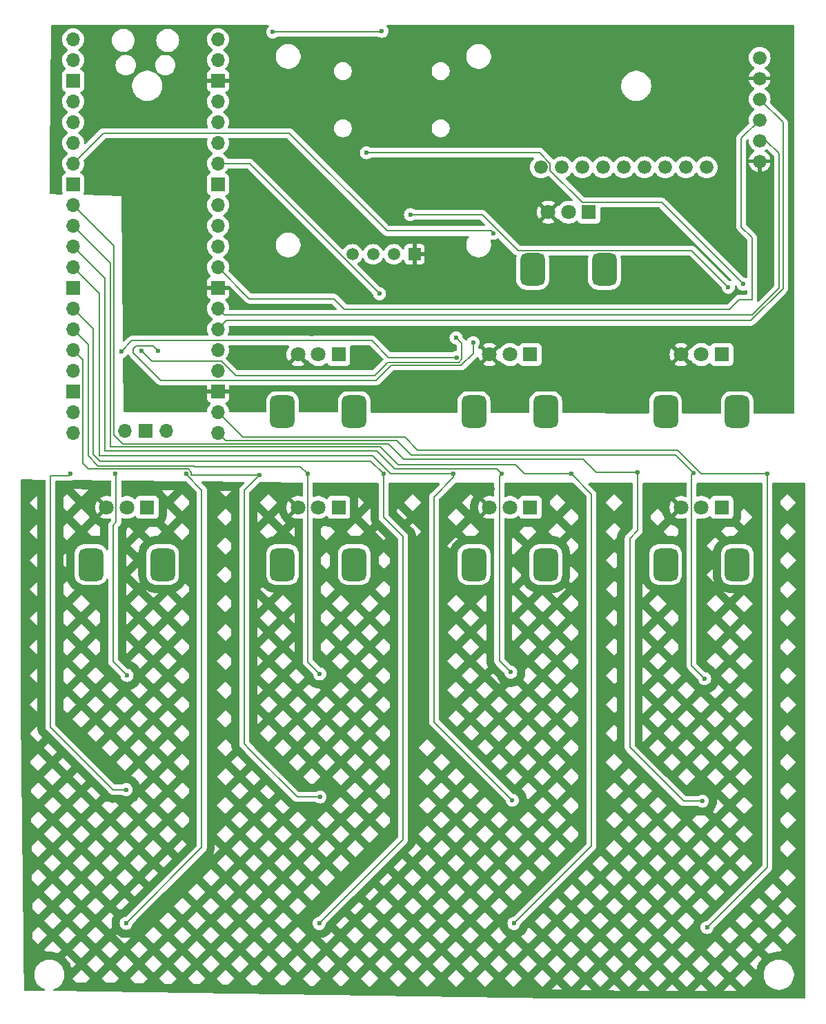
<source format=gbl>
%TF.GenerationSoftware,KiCad,Pcbnew,8.0.4*%
%TF.CreationDate,2024-08-26T20:05:07-05:00*%
%TF.ProjectId,controller,636f6e74-726f-46c6-9c65-722e6b696361,2*%
%TF.SameCoordinates,Original*%
%TF.FileFunction,Copper,L2,Bot*%
%TF.FilePolarity,Positive*%
%FSLAX46Y46*%
G04 Gerber Fmt 4.6, Leading zero omitted, Abs format (unit mm)*
G04 Created by KiCad (PCBNEW 8.0.4) date 2024-08-26 20:05:07*
%MOMM*%
%LPD*%
G01*
G04 APERTURE LIST*
G04 Aperture macros list*
%AMRoundRect*
0 Rectangle with rounded corners*
0 $1 Rounding radius*
0 $2 $3 $4 $5 $6 $7 $8 $9 X,Y pos of 4 corners*
0 Add a 4 corners polygon primitive as box body*
4,1,4,$2,$3,$4,$5,$6,$7,$8,$9,$2,$3,0*
0 Add four circle primitives for the rounded corners*
1,1,$1+$1,$2,$3*
1,1,$1+$1,$4,$5*
1,1,$1+$1,$6,$7*
1,1,$1+$1,$8,$9*
0 Add four rect primitives between the rounded corners*
20,1,$1+$1,$2,$3,$4,$5,0*
20,1,$1+$1,$4,$5,$6,$7,0*
20,1,$1+$1,$6,$7,$8,$9,0*
20,1,$1+$1,$8,$9,$2,$3,0*%
G04 Aperture macros list end*
%TA.AperFunction,ComponentPad*%
%ADD10C,1.676400*%
%TD*%
%TA.AperFunction,ComponentPad*%
%ADD11R,1.800000X1.800000*%
%TD*%
%TA.AperFunction,ComponentPad*%
%ADD12C,1.800000*%
%TD*%
%TA.AperFunction,ComponentPad*%
%ADD13RoundRect,0.750000X-0.750000X1.250000X-0.750000X-1.250000X0.750000X-1.250000X0.750000X1.250000X0*%
%TD*%
%TA.AperFunction,ComponentPad*%
%ADD14O,1.700000X1.700000*%
%TD*%
%TA.AperFunction,ComponentPad*%
%ADD15R,1.700000X1.700000*%
%TD*%
%TA.AperFunction,ComponentPad*%
%ADD16R,1.508000X1.508000*%
%TD*%
%TA.AperFunction,ComponentPad*%
%ADD17C,1.508000*%
%TD*%
%TA.AperFunction,ViaPad*%
%ADD18C,0.600000*%
%TD*%
%TA.AperFunction,Conductor*%
%ADD19C,0.200000*%
%TD*%
G04 APERTURE END LIST*
D10*
%TO.P,U4,1,1*%
%TO.N,unconnected-(U4-Pad1)*%
X122240000Y-51200000D03*
%TO.P,U4,2,2*%
%TO.N,unconnected-(U4-Pad2)*%
X119700000Y-51200000D03*
%TO.P,U4,3,3*%
%TO.N,unconnected-(U4-Pad3)*%
X117160000Y-51200000D03*
%TO.P,U4,4,4*%
%TO.N,unconnected-(U4-Pad4)*%
X114620000Y-51200000D03*
%TO.P,U4,5,5*%
%TO.N,unconnected-(U4-Pad5)*%
X112080000Y-51200000D03*
%TO.P,U4,BCK,BCK*%
%TO.N,/I2S_BCK*%
X128740000Y-47910000D03*
%TO.P,U4,DIN,DIN*%
%TO.N,/I2S_DATA*%
X128740000Y-45370000D03*
%TO.P,U4,G1,G1*%
%TO.N,unconnected-(U4-PadG1)*%
X109540000Y-51200000D03*
%TO.P,U4,G2,G2*%
%TO.N,unconnected-(U4-PadG2)*%
X104460000Y-51200000D03*
%TO.P,U4,GND,GND*%
%TO.N,GND*%
X128740000Y-40290000D03*
%TO.P,U4,L,L*%
%TO.N,unconnected-(U4-PadL)*%
X101920000Y-51200000D03*
%TO.P,U4,LCK,LCK*%
%TO.N,/I2S_LRCK*%
X128740000Y-42830000D03*
%TO.P,U4,R,R*%
%TO.N,unconnected-(U4-PadR)*%
X107000000Y-51200000D03*
%TO.P,U4,SCK,SCK*%
%TO.N,GND*%
X128740000Y-50450000D03*
%TO.P,U4,VIN,VIN*%
%TO.N,+3V3*%
X128740000Y-37750000D03*
%TD*%
D11*
%TO.P,RV4,1,1*%
%TO.N,+3V3*%
X124100000Y-92900000D03*
D12*
%TO.P,RV4,2,2*%
%TO.N,/POT4*%
X121600000Y-92900000D03*
%TO.P,RV4,3,3*%
%TO.N,GND*%
X119100000Y-92900000D03*
D13*
%TO.P,RV4,MP*%
%TO.N,N/C*%
X126000000Y-99900000D03*
X117200000Y-99900000D03*
%TD*%
D11*
%TO.P,RV8,1,1*%
%TO.N,+3V3*%
X107800000Y-56700000D03*
D12*
%TO.P,RV8,2,2*%
%TO.N,/POT8*%
X105300000Y-56700000D03*
%TO.P,RV8,3,3*%
%TO.N,GND*%
X102800000Y-56700000D03*
D13*
%TO.P,RV8,MP*%
%TO.N,N/C*%
X109700000Y-63700000D03*
X100900000Y-63700000D03*
%TD*%
D11*
%TO.P,RV5,1,1*%
%TO.N,+3V3*%
X100600000Y-92900000D03*
D12*
%TO.P,RV5,2,2*%
%TO.N,/POT5*%
X98100000Y-92900000D03*
%TO.P,RV5,3,3*%
%TO.N,GND*%
X95600000Y-92900000D03*
D13*
%TO.P,RV5,MP*%
%TO.N,N/C*%
X102500000Y-99900000D03*
X93700000Y-99900000D03*
%TD*%
D14*
%TO.P,U3,1,GPIO0*%
%TO.N,/Midi Output 1/TX*%
X44500000Y-35500000D03*
%TO.P,U3,2,GPIO1*%
%TO.N,/MIDI input 1/RX*%
X44500000Y-38040000D03*
D15*
%TO.P,U3,3,GND*%
%TO.N,unconnected-(U3-GND-Pad3)*%
X44500000Y-40580000D03*
D14*
%TO.P,U3,4,GPIO2*%
%TO.N,/AS0*%
X44500000Y-43120000D03*
%TO.P,U3,5,GPIO3*%
%TO.N,/AS1*%
X44500000Y-45660000D03*
%TO.P,U3,6,GPIO4*%
%TO.N,/AS2*%
X44500000Y-48200000D03*
%TO.P,U3,7,GPIO5*%
%TO.N,/SW*%
X44500000Y-50740000D03*
D15*
%TO.P,U3,8,GND*%
%TO.N,unconnected-(U3-GND-Pad8)*%
X44500000Y-53280000D03*
D14*
%TO.P,U3,9,GPIO6*%
%TO.N,/TPAD8*%
X44500000Y-55820000D03*
%TO.P,U3,10,GPIO7*%
%TO.N,/TPAD11*%
X44500000Y-58360000D03*
%TO.P,U3,11,GPIO8*%
%TO.N,/TPAD3*%
X44500000Y-60900000D03*
%TO.P,U3,12,GPIO9*%
%TO.N,/TPAD7*%
X44500000Y-63440000D03*
D15*
%TO.P,U3,13,GND*%
%TO.N,unconnected-(U3-GND-Pad13)*%
X44500000Y-65980000D03*
D14*
%TO.P,U3,14,GPIO10*%
%TO.N,/TPAD10*%
X44500000Y-68520000D03*
%TO.P,U3,15,GPIO11*%
%TO.N,/TPAD2*%
X44500000Y-71060000D03*
%TO.P,U3,16,GPIO12*%
%TO.N,/TPAD6*%
X44500000Y-73600000D03*
%TO.P,U3,17,GPIO13*%
%TO.N,/TPAD9*%
X44500000Y-76140000D03*
D15*
%TO.P,U3,18,GND*%
%TO.N,unconnected-(U3-GND-Pad18)*%
X44500000Y-78680000D03*
D14*
%TO.P,U3,19,GPIO14*%
%TO.N,/TPAD1*%
X44500000Y-81220000D03*
%TO.P,U3,20,GPIO15*%
%TO.N,/TPAD5*%
X44500000Y-83760000D03*
%TO.P,U3,21,GPIO16*%
%TO.N,/TPAD4*%
X62280000Y-83760000D03*
%TO.P,U3,22,GPIO17*%
%TO.N,/TPAD12*%
X62280000Y-81220000D03*
D15*
%TO.P,U3,23,GND*%
%TO.N,GND*%
X62280000Y-78680000D03*
D14*
%TO.P,U3,24,GPIO18*%
%TO.N,/SDA*%
X62280000Y-76140000D03*
%TO.P,U3,25,GPIO19*%
%TO.N,/SCL*%
X62280000Y-73600000D03*
%TO.P,U3,26,GPIO20*%
%TO.N,/I2S_LRCK*%
X62280000Y-71060000D03*
%TO.P,U3,27,GPIO21*%
%TO.N,/I2S_BCK*%
X62280000Y-68520000D03*
D15*
%TO.P,U3,28,GND*%
%TO.N,GND*%
X62280000Y-65980000D03*
D14*
%TO.P,U3,29,GPIO22*%
%TO.N,/I2S_DATA*%
X62280000Y-63440000D03*
%TO.P,U3,30,RUN*%
%TO.N,unconnected-(U3-RUN-Pad30)*%
X62280000Y-60900000D03*
%TO.P,U3,31,GPIO26_ADC0*%
%TO.N,unconnected-(U3-GPIO26_ADC0-Pad31)*%
X62280000Y-58360000D03*
%TO.P,U3,32,GPIO27_ADC1*%
%TO.N,unconnected-(U3-GPIO27_ADC1-Pad32)*%
X62280000Y-55820000D03*
D15*
%TO.P,U3,33,AGND*%
%TO.N,unconnected-(U3-AGND-Pad33)*%
X62280000Y-53280000D03*
D14*
%TO.P,U3,34,GPIO28_ADC2*%
%TO.N,/AIN*%
X62280000Y-50740000D03*
%TO.P,U3,35,ADC_VREF*%
%TO.N,unconnected-(U3-ADC_VREF-Pad35)*%
X62280000Y-48200000D03*
%TO.P,U3,36,3V3*%
%TO.N,+3V3*%
X62280000Y-45660000D03*
%TO.P,U3,37,3V3_EN*%
%TO.N,unconnected-(U3-3V3_EN-Pad37)*%
X62280000Y-43120000D03*
D15*
%TO.P,U3,38,GND*%
%TO.N,GND*%
X62280000Y-40580000D03*
D14*
%TO.P,U3,39,VSYS*%
%TO.N,unconnected-(U3-VSYS-Pad39)*%
X62280000Y-38040000D03*
%TO.P,U3,40,VBUS*%
%TO.N,unconnected-(U3-VBUS-Pad40)*%
X62280000Y-35500000D03*
%TO.P,U3,41,SWCLK*%
%TO.N,unconnected-(U3-SWCLK-Pad41)*%
X50850000Y-83530000D03*
D15*
%TO.P,U3,42,GND*%
%TO.N,unconnected-(U3-GND-Pad42)*%
X53390000Y-83530000D03*
D14*
%TO.P,U3,43,SWDIO*%
%TO.N,unconnected-(U3-SWDIO-Pad43)*%
X55930000Y-83530000D03*
%TD*%
D11*
%TO.P,RV6,1,1*%
%TO.N,+3V3*%
X77100000Y-92900000D03*
D12*
%TO.P,RV6,2,2*%
%TO.N,/POT6*%
X74600000Y-92900000D03*
%TO.P,RV6,3,3*%
%TO.N,GND*%
X72100000Y-92900000D03*
D13*
%TO.P,RV6,MP*%
%TO.N,N/C*%
X79000000Y-99900000D03*
X70200000Y-99900000D03*
%TD*%
D11*
%TO.P,RV3,1,1*%
%TO.N,+3V3*%
X77100000Y-74150000D03*
D12*
%TO.P,RV3,2,2*%
%TO.N,/POT3*%
X74600000Y-74150000D03*
%TO.P,RV3,3,3*%
%TO.N,GND*%
X72100000Y-74150000D03*
D13*
%TO.P,RV3,MP*%
%TO.N,N/C*%
X79000000Y-81150000D03*
X70200000Y-81150000D03*
%TD*%
D16*
%TO.P,DISP1,1,GND*%
%TO.N,GND*%
X86394000Y-61857000D03*
D17*
%TO.P,DISP1,2,VCC*%
%TO.N,+3V3*%
X83854000Y-61857000D03*
%TO.P,DISP1,3,SCL*%
%TO.N,/SCL*%
X81314000Y-61857000D03*
%TO.P,DISP1,4,SDA*%
%TO.N,/SDA*%
X78774000Y-61857000D03*
%TD*%
D11*
%TO.P,RV7,1,1*%
%TO.N,+3V3*%
X53600000Y-92900000D03*
D12*
%TO.P,RV7,2,2*%
%TO.N,/POT7*%
X51100000Y-92900000D03*
%TO.P,RV7,3,3*%
%TO.N,GND*%
X48600000Y-92900000D03*
D13*
%TO.P,RV7,MP*%
%TO.N,N/C*%
X55500000Y-99900000D03*
X46700000Y-99900000D03*
%TD*%
D11*
%TO.P,RV2,1,1*%
%TO.N,+3V3*%
X124100000Y-74150000D03*
D12*
%TO.P,RV2,2,2*%
%TO.N,/POT2*%
X121600000Y-74150000D03*
%TO.P,RV2,3,3*%
%TO.N,GND*%
X119100000Y-74150000D03*
D13*
%TO.P,RV2,MP*%
%TO.N,N/C*%
X126000000Y-81150000D03*
X117200000Y-81150000D03*
%TD*%
D11*
%TO.P,RV1,1,1*%
%TO.N,+3V3*%
X100600000Y-74150000D03*
D12*
%TO.P,RV1,2,2*%
%TO.N,/POT1*%
X98100000Y-74150000D03*
%TO.P,RV1,3,3*%
%TO.N,GND*%
X95600000Y-74150000D03*
D13*
%TO.P,RV1,MP*%
%TO.N,N/C*%
X102500000Y-81150000D03*
X93700000Y-81150000D03*
%TD*%
D18*
%TO.N,/Midi Output 1/TX*%
X69000000Y-34600000D03*
X82400000Y-34500000D03*
%TO.N,GND*%
X82900000Y-72400000D03*
X87900000Y-40600000D03*
X118200000Y-60300000D03*
X87000000Y-66300000D03*
X119500000Y-90625000D03*
X73800000Y-71660000D03*
X96000000Y-90625000D03*
X72100000Y-90612500D03*
X86300000Y-72100000D03*
X67100000Y-64200000D03*
%TO.N,/AS2*%
X50400000Y-73800000D03*
X91595000Y-74494808D03*
%TO.N,/AS0*%
X54900000Y-73700000D03*
X93600000Y-72700000D03*
%TO.N,/AS1*%
X91500000Y-72100000D03*
X52900000Y-73700000D03*
%TO.N,/TPAD1*%
X51116663Y-113483034D03*
X49700000Y-88800000D03*
%TO.N,/SW*%
X96115710Y-59284290D03*
%TO.N,/TPAD2*%
X74772120Y-113310914D03*
X73300000Y-88800000D03*
%TO.N,/TPAD3*%
X98200000Y-113100000D03*
X97100000Y-88800000D03*
%TO.N,/TPAD4*%
X122000000Y-113900000D03*
X120600000Y-88700000D03*
%TO.N,/TPAD5*%
X51000000Y-127500000D03*
X44200000Y-88800000D03*
%TO.N,/TPAD6*%
X67400000Y-88900000D03*
X74800000Y-128400000D03*
%TO.N,/TPAD7*%
X91200000Y-88800000D03*
X98400000Y-128800000D03*
%TO.N,/TPAD8*%
X121700000Y-128900000D03*
X113800000Y-88600000D03*
%TO.N,/TPAD9*%
X51016663Y-143883034D03*
X58400000Y-88800000D03*
%TO.N,/TPAD10*%
X82600000Y-88800000D03*
X74700000Y-143900000D03*
%TO.N,/TPAD11*%
X105600000Y-88800000D03*
X98600000Y-143900000D03*
%TO.N,/TPAD12*%
X122300000Y-144400000D03*
X129700000Y-88800000D03*
%TO.N,Net-(D1-A)*%
X80500000Y-49400000D03*
X126700000Y-65500000D03*
%TO.N,unconnected-(D1-K-Pad1)*%
X85900000Y-57000000D03*
X124900000Y-65900000D03*
%TO.N,/AIN*%
X82100000Y-66700000D03*
%TD*%
D19*
%TO.N,/Midi Output 1/TX*%
X82300000Y-34600000D02*
X82400000Y-34500000D01*
X69000000Y-34600000D02*
X82300000Y-34600000D01*
%TO.N,GND*%
X73840000Y-71700000D02*
X73800000Y-71660000D01*
X82200000Y-71700000D02*
X73840000Y-71700000D01*
X82900000Y-72400000D02*
X82200000Y-71700000D01*
%TO.N,/AS2*%
X50400000Y-73800000D02*
X51750000Y-72450000D01*
X51750000Y-72450000D02*
X81201471Y-72450000D01*
X83246279Y-74494808D02*
X91595000Y-74494808D01*
X81201471Y-72450000D02*
X83246279Y-74494808D01*
%TO.N,/AS0*%
X54300000Y-73100000D02*
X52251471Y-73100000D01*
X81710000Y-77290000D02*
X83505192Y-75494808D01*
X51900000Y-73948529D02*
X55241471Y-77290000D01*
X92105192Y-75494808D02*
X93600000Y-74000000D01*
X51900000Y-73451471D02*
X51900000Y-73948529D01*
X54900000Y-73700000D02*
X54300000Y-73100000D01*
X83505192Y-75494808D02*
X92105192Y-75494808D01*
X93600000Y-74000000D02*
X93600000Y-72700000D01*
X52251471Y-73100000D02*
X51900000Y-73451471D01*
X55241471Y-77290000D02*
X81710000Y-77290000D01*
%TO.N,/AS1*%
X62756346Y-74990000D02*
X64466346Y-76700000D01*
X91843529Y-75094808D02*
X92195000Y-74743337D01*
X64466346Y-76700000D02*
X81500000Y-76700000D01*
X83105192Y-75094808D02*
X91843529Y-75094808D01*
X81500000Y-76700000D02*
X83105192Y-75094808D01*
X92195000Y-72795000D02*
X91500000Y-72100000D01*
X54300000Y-74990000D02*
X62756346Y-74990000D01*
X92195000Y-74743337D02*
X92195000Y-72795000D01*
X54190000Y-74990000D02*
X54400000Y-74990000D01*
X52900000Y-73700000D02*
X54190000Y-74990000D01*
%TO.N,/TPAD1*%
X49800000Y-94700000D02*
X49800000Y-88900000D01*
X49400000Y-111766371D02*
X49400000Y-95100000D01*
X49800000Y-88900000D02*
X49700000Y-88800000D01*
X49400000Y-95100000D02*
X49800000Y-94700000D01*
X51116663Y-113483034D02*
X49400000Y-111766371D01*
%TO.N,/SW*%
X83000000Y-59000000D02*
X71000000Y-47000000D01*
X96115710Y-59284290D02*
X95831420Y-59000000D01*
X48240000Y-47000000D02*
X44500000Y-50740000D01*
X95831420Y-59000000D02*
X83000000Y-59000000D01*
X71000000Y-47000000D02*
X48240000Y-47000000D01*
%TO.N,/I2S_DATA*%
X126500000Y-47610000D02*
X128740000Y-45370000D01*
X126500000Y-58500000D02*
X126500000Y-47610000D01*
X127800000Y-67400000D02*
X127800000Y-59800000D01*
X62280000Y-63440000D02*
X66140000Y-67300000D01*
X127800000Y-59800000D02*
X126500000Y-58500000D01*
X125048529Y-68600000D02*
X126248529Y-67400000D01*
X77800000Y-68600000D02*
X125048529Y-68600000D01*
X126248529Y-67400000D02*
X127800000Y-67400000D01*
X66140000Y-67300000D02*
X76500000Y-67300000D01*
X76500000Y-67300000D02*
X77800000Y-68600000D01*
%TO.N,/I2S_BCK*%
X63060000Y-69300000D02*
X127800000Y-69300000D01*
X131100000Y-49500000D02*
X129510000Y-47910000D01*
X127800000Y-69300000D02*
X131100000Y-66000000D01*
X62280000Y-68520000D02*
X63060000Y-69300000D01*
X131100000Y-66000000D02*
X131100000Y-49500000D01*
X129510000Y-47910000D02*
X128740000Y-47910000D01*
%TO.N,/I2S_LRCK*%
X127665686Y-70000000D02*
X131600000Y-66065686D01*
X131600000Y-66065686D02*
X131600000Y-45690000D01*
X62280000Y-71060000D02*
X63340000Y-70000000D01*
X131600000Y-45690000D02*
X128740000Y-42830000D01*
X63340000Y-70000000D02*
X127665686Y-70000000D01*
%TO.N,/TPAD2*%
X59400000Y-87900000D02*
X72400000Y-87900000D01*
X44500000Y-71060000D02*
X46400000Y-72960000D01*
X72400000Y-87900000D02*
X73300000Y-88800000D01*
X74772120Y-113310914D02*
X73300000Y-111838794D01*
X59300000Y-87800000D02*
X59400000Y-87900000D01*
X73300000Y-111838794D02*
X73300000Y-88800000D01*
X46400000Y-72960000D02*
X46400000Y-86600000D01*
X46400000Y-86600000D02*
X47600000Y-87800000D01*
X47600000Y-87800000D02*
X59300000Y-87800000D01*
%TO.N,/TPAD3*%
X84000000Y-88200000D02*
X96500000Y-88200000D01*
X81800000Y-86000000D02*
X84000000Y-88200000D01*
X97100000Y-88800000D02*
X96800000Y-89100000D01*
X44500000Y-60900000D02*
X48400000Y-64800000D01*
X48400000Y-64800000D02*
X48400000Y-86000000D01*
X96500000Y-88200000D02*
X97100000Y-88800000D01*
X96800000Y-89100000D02*
X96800000Y-111700000D01*
X48400000Y-86000000D02*
X81800000Y-86000000D01*
X96800000Y-111700000D02*
X98200000Y-113100000D01*
%TO.N,/TPAD4*%
X62280000Y-83760000D02*
X63220000Y-84700000D01*
X84200000Y-84700000D02*
X86000000Y-86500000D01*
X86000000Y-86500000D02*
X118400000Y-86500000D01*
X120600000Y-88700000D02*
X120400000Y-88900000D01*
X63220000Y-84700000D02*
X84200000Y-84700000D01*
X118400000Y-86500000D02*
X120600000Y-88700000D01*
X120400000Y-112300000D02*
X122000000Y-113900000D01*
X120400000Y-88900000D02*
X120400000Y-112300000D01*
%TO.N,/TPAD5*%
X49400000Y-127500000D02*
X41700000Y-119800000D01*
X41700000Y-89000000D02*
X44000000Y-89000000D01*
X44000000Y-89000000D02*
X44200000Y-88800000D01*
X51000000Y-127500000D02*
X49400000Y-127500000D01*
X41700000Y-119800000D02*
X41700000Y-89000000D01*
%TO.N,/TPAD6*%
X67400000Y-88900000D02*
X65500000Y-90800000D01*
X59000000Y-88551471D02*
X58648529Y-88200000D01*
X65500000Y-95500000D02*
X65500000Y-121900000D01*
X45700000Y-87500000D02*
X45700000Y-74800000D01*
X59000000Y-88900000D02*
X59000000Y-88551471D01*
X58648529Y-88200000D02*
X46400000Y-88200000D01*
X46400000Y-88200000D02*
X45700000Y-87500000D01*
X72000000Y-128400000D02*
X74800000Y-128400000D01*
X65500000Y-121900000D02*
X66200000Y-122600000D01*
X65500000Y-90800000D02*
X65500000Y-95500000D01*
X67400000Y-88900000D02*
X59000000Y-88900000D01*
X45700000Y-74800000D02*
X44500000Y-73600000D01*
X66200000Y-122600000D02*
X72000000Y-128400000D01*
X67400000Y-88900000D02*
X67300000Y-89000000D01*
%TO.N,/TPAD7*%
X47765686Y-86600000D02*
X81248529Y-86600000D01*
X88800000Y-119200000D02*
X98400000Y-128800000D01*
X91200000Y-88800000D02*
X91200000Y-89200000D01*
X47700000Y-66640000D02*
X47700000Y-86534314D01*
X47700000Y-86534314D02*
X47765686Y-86600000D01*
X88800000Y-91600000D02*
X88800000Y-119200000D01*
X81248529Y-86600000D02*
X83448529Y-88800000D01*
X91200000Y-89200000D02*
X88800000Y-91600000D01*
X83448529Y-88800000D02*
X91200000Y-88800000D01*
X44500000Y-63440000D02*
X47700000Y-66640000D01*
%TO.N,/TPAD8*%
X49500000Y-84000000D02*
X50600000Y-85100000D01*
X112800000Y-122300000D02*
X112800000Y-96700000D01*
X108700000Y-88600000D02*
X113800000Y-88600000D01*
X119400000Y-128900000D02*
X121700000Y-128900000D01*
X50600000Y-85100000D02*
X83200000Y-85100000D01*
X49500000Y-60820000D02*
X49500000Y-84000000D01*
X112800000Y-122300000D02*
X119400000Y-128900000D01*
X44500000Y-55820000D02*
X49500000Y-60820000D01*
X112800000Y-96700000D02*
X113800000Y-95700000D01*
X85100000Y-87000000D02*
X107100000Y-87000000D01*
X83200000Y-85100000D02*
X85100000Y-87000000D01*
X113800000Y-95700000D02*
X113800000Y-88600000D01*
X107100000Y-87000000D02*
X108700000Y-88600000D01*
%TO.N,/TPAD9*%
X60300000Y-90765685D02*
X58400000Y-88865685D01*
X58400000Y-88865685D02*
X58400000Y-88800000D01*
X60300000Y-134599697D02*
X60300000Y-90765685D01*
X51016663Y-143883034D02*
X60300000Y-134599697D01*
%TO.N,/TPAD10*%
X82600000Y-88800000D02*
X81000000Y-87200000D01*
X85000000Y-133600000D02*
X74700000Y-143900000D01*
X47000000Y-71020000D02*
X44500000Y-68520000D01*
X85000000Y-96500000D02*
X85000000Y-133600000D01*
X47000000Y-86400000D02*
X47000000Y-71020000D01*
X81000000Y-87200000D02*
X47800000Y-87200000D01*
X47800000Y-87200000D02*
X47000000Y-86400000D01*
X82600000Y-88800000D02*
X82600000Y-94100000D01*
X82600000Y-94100000D02*
X85000000Y-96500000D01*
%TO.N,/TPAD11*%
X108100000Y-94600000D02*
X108100000Y-134400000D01*
X49100000Y-85500000D02*
X82200000Y-85500000D01*
X108100000Y-134400000D02*
X98600000Y-143900000D01*
X49100000Y-62960000D02*
X49100000Y-85500000D01*
X98800000Y-87700000D02*
X99900000Y-88800000D01*
X108100000Y-91300000D02*
X108100000Y-94600000D01*
X105700000Y-88900000D02*
X105600000Y-88800000D01*
X105600000Y-88800000D02*
X108100000Y-91300000D01*
X99900000Y-88800000D02*
X105600000Y-88800000D01*
X82200000Y-85500000D02*
X84400000Y-87700000D01*
X44500000Y-58360000D02*
X49100000Y-62960000D01*
X84400000Y-87700000D02*
X98800000Y-87700000D01*
%TO.N,/TPAD12*%
X85200000Y-84300000D02*
X86800000Y-85900000D01*
X86800000Y-85900000D02*
X118648529Y-85900000D01*
X121548529Y-88800000D02*
X129700000Y-88800000D01*
X118648529Y-85900000D02*
X121548529Y-88800000D01*
X129700000Y-137000000D02*
X122300000Y-144400000D01*
X62280000Y-81220000D02*
X65360000Y-84300000D01*
X65360000Y-84300000D02*
X85200000Y-84300000D01*
X129700000Y-88800000D02*
X129700000Y-137000000D01*
%TO.N,Net-(D1-A)*%
X103058200Y-51558200D02*
X107000000Y-55500000D01*
X107000000Y-55500000D02*
X116700000Y-55500000D01*
X80500000Y-49400000D02*
X101729658Y-49400000D01*
X103058200Y-50728542D02*
X103058200Y-51558200D01*
X116700000Y-55500000D02*
X126700000Y-65500000D01*
X101729658Y-49400000D02*
X103058200Y-50728542D01*
%TO.N,unconnected-(D1-K-Pad1)*%
X85900000Y-57000000D02*
X94679950Y-57000000D01*
X120400000Y-61400000D02*
X124900000Y-65900000D01*
X94679950Y-57000000D02*
X99079950Y-61400000D01*
X99079950Y-61400000D02*
X120400000Y-61400000D01*
%TO.N,/AIN*%
X66148418Y-50740000D02*
X82100000Y-66691582D01*
X62280000Y-50740000D02*
X66148418Y-50740000D01*
X82100000Y-66691582D02*
X82100000Y-66700000D01*
%TD*%
%TA.AperFunction,Conductor*%
%TO.N,GND*%
G36*
X68485881Y-33770185D02*
G01*
X68531636Y-33822989D01*
X68541580Y-33892147D01*
X68512555Y-33955703D01*
X68502631Y-33965229D01*
X68502662Y-33965260D01*
X68370184Y-34097737D01*
X68274211Y-34250476D01*
X68214631Y-34420745D01*
X68214630Y-34420750D01*
X68194435Y-34599996D01*
X68194435Y-34600003D01*
X68214630Y-34779249D01*
X68214631Y-34779254D01*
X68274211Y-34949523D01*
X68328765Y-35036344D01*
X68370184Y-35102262D01*
X68497738Y-35229816D01*
X68650478Y-35325789D01*
X68820745Y-35385368D01*
X68820750Y-35385369D01*
X68999996Y-35405565D01*
X69000000Y-35405565D01*
X69000004Y-35405565D01*
X69179249Y-35385369D01*
X69179252Y-35385368D01*
X69179255Y-35385368D01*
X69349522Y-35325789D01*
X69502262Y-35229816D01*
X69502267Y-35229810D01*
X69505097Y-35227555D01*
X69507275Y-35226665D01*
X69508158Y-35226111D01*
X69508255Y-35226265D01*
X69569783Y-35201145D01*
X69582412Y-35200500D01*
X81974506Y-35200500D01*
X82040477Y-35219506D01*
X82050474Y-35225787D01*
X82050475Y-35225787D01*
X82050478Y-35225789D01*
X82220745Y-35285368D01*
X82220750Y-35285369D01*
X82399996Y-35305565D01*
X82400000Y-35305565D01*
X82400004Y-35305565D01*
X82579249Y-35285369D01*
X82579252Y-35285368D01*
X82579255Y-35285368D01*
X82749522Y-35225789D01*
X82902262Y-35129816D01*
X83029816Y-35002262D01*
X83125789Y-34849522D01*
X83185368Y-34679255D01*
X83191076Y-34628597D01*
X83205565Y-34500003D01*
X83205565Y-34499996D01*
X83185369Y-34320750D01*
X83185368Y-34320745D01*
X83166807Y-34267702D01*
X83125789Y-34150478D01*
X83029816Y-33997738D01*
X82994259Y-33962181D01*
X82960774Y-33900858D01*
X82965758Y-33831166D01*
X83007630Y-33775233D01*
X83073094Y-33750816D01*
X83081940Y-33750500D01*
X132876000Y-33750500D01*
X132943039Y-33770185D01*
X132988794Y-33822989D01*
X133000000Y-33874500D01*
X133000000Y-81275697D01*
X132980315Y-81342736D01*
X132927511Y-81388491D01*
X132875699Y-81399697D01*
X128124198Y-81388150D01*
X128057206Y-81368302D01*
X128011580Y-81315387D01*
X128000499Y-81264152D01*
X128000499Y-79835784D01*
X127990096Y-79703588D01*
X127935096Y-79485317D01*
X127842007Y-79280374D01*
X127713819Y-79095346D01*
X127554654Y-78936181D01*
X127554650Y-78936178D01*
X127554645Y-78936174D01*
X127369632Y-78807997D01*
X127369630Y-78807995D01*
X127369626Y-78807993D01*
X127164683Y-78714904D01*
X127164681Y-78714903D01*
X127164678Y-78714902D01*
X126946420Y-78659905D01*
X126946413Y-78659904D01*
X126902347Y-78656436D01*
X126814217Y-78649500D01*
X126814215Y-78649500D01*
X125185791Y-78649500D01*
X125185776Y-78649501D01*
X125053586Y-78659904D01*
X125053579Y-78659905D01*
X124835321Y-78714902D01*
X124835318Y-78714903D01*
X124630377Y-78807991D01*
X124630367Y-78807997D01*
X124445354Y-78936174D01*
X124445342Y-78936184D01*
X124286184Y-79095342D01*
X124286174Y-79095354D01*
X124157997Y-79280367D01*
X124157991Y-79280377D01*
X124064903Y-79485318D01*
X124064902Y-79485321D01*
X124009905Y-79703579D01*
X124009904Y-79703586D01*
X123999500Y-79835777D01*
X123999500Y-81253824D01*
X123979815Y-81320863D01*
X123927011Y-81366618D01*
X123875199Y-81377824D01*
X119324198Y-81366765D01*
X119257206Y-81346917D01*
X119211580Y-81294002D01*
X119200499Y-81242767D01*
X119200499Y-79835784D01*
X119190096Y-79703588D01*
X119135096Y-79485317D01*
X119042007Y-79280374D01*
X118913819Y-79095346D01*
X118754654Y-78936181D01*
X118754650Y-78936178D01*
X118754645Y-78936174D01*
X118569632Y-78807997D01*
X118569630Y-78807995D01*
X118569626Y-78807993D01*
X118364683Y-78714904D01*
X118364681Y-78714903D01*
X118364678Y-78714902D01*
X118146420Y-78659905D01*
X118146413Y-78659904D01*
X118102347Y-78656436D01*
X118014217Y-78649500D01*
X118014215Y-78649500D01*
X116385791Y-78649500D01*
X116385776Y-78649501D01*
X116253586Y-78659904D01*
X116253579Y-78659905D01*
X116035321Y-78714902D01*
X116035318Y-78714903D01*
X115830377Y-78807991D01*
X115830367Y-78807997D01*
X115645354Y-78936174D01*
X115645342Y-78936184D01*
X115486184Y-79095342D01*
X115486174Y-79095354D01*
X115357997Y-79280367D01*
X115357991Y-79280377D01*
X115264903Y-79485318D01*
X115264902Y-79485321D01*
X115209905Y-79703579D01*
X115209904Y-79703586D01*
X115199500Y-79835777D01*
X115199500Y-81232439D01*
X115179815Y-81299478D01*
X115127011Y-81345233D01*
X115075199Y-81356439D01*
X104624198Y-81331042D01*
X104557206Y-81311194D01*
X104511580Y-81258279D01*
X104500499Y-81207044D01*
X104500499Y-79835784D01*
X104490096Y-79703588D01*
X104435096Y-79485317D01*
X104342007Y-79280374D01*
X104213819Y-79095346D01*
X104054654Y-78936181D01*
X104054650Y-78936178D01*
X104054645Y-78936174D01*
X103869632Y-78807997D01*
X103869630Y-78807995D01*
X103869626Y-78807993D01*
X103664683Y-78714904D01*
X103664681Y-78714903D01*
X103664678Y-78714902D01*
X103446420Y-78659905D01*
X103446413Y-78659904D01*
X103402347Y-78656436D01*
X103314217Y-78649500D01*
X103314215Y-78649500D01*
X101685791Y-78649500D01*
X101685776Y-78649501D01*
X101553586Y-78659904D01*
X101553579Y-78659905D01*
X101335321Y-78714902D01*
X101335318Y-78714903D01*
X101130377Y-78807991D01*
X101130367Y-78807997D01*
X100945354Y-78936174D01*
X100945342Y-78936184D01*
X100786184Y-79095342D01*
X100786174Y-79095354D01*
X100657997Y-79280367D01*
X100657991Y-79280377D01*
X100564903Y-79485318D01*
X100564902Y-79485321D01*
X100509905Y-79703579D01*
X100509904Y-79703586D01*
X100499500Y-79835777D01*
X100499500Y-81196716D01*
X100479815Y-81263755D01*
X100427011Y-81309510D01*
X100375199Y-81320716D01*
X95824198Y-81309657D01*
X95757206Y-81289809D01*
X95711580Y-81236894D01*
X95700499Y-81185659D01*
X95700499Y-79835784D01*
X95690096Y-79703588D01*
X95635096Y-79485317D01*
X95542007Y-79280374D01*
X95413819Y-79095346D01*
X95254654Y-78936181D01*
X95254650Y-78936178D01*
X95254645Y-78936174D01*
X95069632Y-78807997D01*
X95069630Y-78807995D01*
X95069626Y-78807993D01*
X94864683Y-78714904D01*
X94864681Y-78714903D01*
X94864678Y-78714902D01*
X94646420Y-78659905D01*
X94646413Y-78659904D01*
X94602347Y-78656436D01*
X94514217Y-78649500D01*
X94514215Y-78649500D01*
X92885791Y-78649500D01*
X92885776Y-78649501D01*
X92753586Y-78659904D01*
X92753579Y-78659905D01*
X92535321Y-78714902D01*
X92535318Y-78714903D01*
X92330377Y-78807991D01*
X92330367Y-78807997D01*
X92145354Y-78936174D01*
X92145342Y-78936184D01*
X91986184Y-79095342D01*
X91986174Y-79095354D01*
X91857997Y-79280367D01*
X91857991Y-79280377D01*
X91764903Y-79485318D01*
X91764902Y-79485321D01*
X91709905Y-79703579D01*
X91709904Y-79703586D01*
X91699500Y-79835777D01*
X91699500Y-81175331D01*
X91679815Y-81242370D01*
X91627011Y-81288125D01*
X91575199Y-81299331D01*
X81124198Y-81273934D01*
X81057206Y-81254086D01*
X81011580Y-81201171D01*
X81000499Y-81149934D01*
X81000499Y-79835791D01*
X81000498Y-79835783D01*
X80990096Y-79703588D01*
X80935096Y-79485317D01*
X80842007Y-79280374D01*
X80713819Y-79095346D01*
X80554654Y-78936181D01*
X80554650Y-78936178D01*
X80554645Y-78936174D01*
X80369632Y-78807997D01*
X80369630Y-78807995D01*
X80369626Y-78807993D01*
X80164683Y-78714904D01*
X80164681Y-78714903D01*
X80164678Y-78714902D01*
X79946420Y-78659905D01*
X79946413Y-78659904D01*
X79902347Y-78656436D01*
X79814217Y-78649500D01*
X79814215Y-78649500D01*
X78185791Y-78649500D01*
X78185776Y-78649501D01*
X78053586Y-78659904D01*
X78053579Y-78659905D01*
X77835321Y-78714902D01*
X77835318Y-78714903D01*
X77630377Y-78807991D01*
X77630367Y-78807997D01*
X77445354Y-78936174D01*
X77445342Y-78936184D01*
X77286184Y-79095342D01*
X77286174Y-79095354D01*
X77157997Y-79280367D01*
X77157991Y-79280377D01*
X77064903Y-79485318D01*
X77064902Y-79485321D01*
X77009905Y-79703579D01*
X77009904Y-79703586D01*
X76999500Y-79835777D01*
X76999500Y-81139608D01*
X76979815Y-81206647D01*
X76927011Y-81252402D01*
X76875199Y-81263608D01*
X72324198Y-81252549D01*
X72257206Y-81232701D01*
X72211580Y-81179786D01*
X72200499Y-81128549D01*
X72200499Y-79835791D01*
X72200498Y-79835783D01*
X72190096Y-79703588D01*
X72135096Y-79485317D01*
X72042007Y-79280374D01*
X71913819Y-79095346D01*
X71754654Y-78936181D01*
X71754650Y-78936178D01*
X71754645Y-78936174D01*
X71569632Y-78807997D01*
X71569630Y-78807995D01*
X71569626Y-78807993D01*
X71364683Y-78714904D01*
X71364681Y-78714903D01*
X71364678Y-78714902D01*
X71146420Y-78659905D01*
X71146413Y-78659904D01*
X71102347Y-78656436D01*
X71014217Y-78649500D01*
X71014215Y-78649500D01*
X69385791Y-78649500D01*
X69385776Y-78649501D01*
X69253586Y-78659904D01*
X69253579Y-78659905D01*
X69035321Y-78714902D01*
X69035318Y-78714903D01*
X68830377Y-78807991D01*
X68830367Y-78807997D01*
X68645354Y-78936174D01*
X68645342Y-78936184D01*
X68486184Y-79095342D01*
X68486174Y-79095354D01*
X68357997Y-79280367D01*
X68357991Y-79280377D01*
X68264903Y-79485318D01*
X68264902Y-79485321D01*
X68209905Y-79703579D01*
X68209904Y-79703586D01*
X68199500Y-79835777D01*
X68199500Y-81118223D01*
X68179815Y-81185262D01*
X68127011Y-81231017D01*
X68075199Y-81242223D01*
X63750007Y-81231712D01*
X63683015Y-81211864D01*
X63637389Y-81158949D01*
X63626780Y-81118519D01*
X63615063Y-80984597D01*
X63615063Y-80984596D01*
X63615063Y-80984592D01*
X63553903Y-80756337D01*
X63454035Y-80542171D01*
X63318495Y-80348599D01*
X63196179Y-80226283D01*
X63162696Y-80164963D01*
X63167680Y-80095271D01*
X63209551Y-80039337D01*
X63240529Y-80022422D01*
X63372086Y-79973354D01*
X63372093Y-79973350D01*
X63487187Y-79887190D01*
X63487190Y-79887187D01*
X63573350Y-79772093D01*
X63573354Y-79772086D01*
X63623596Y-79637379D01*
X63623598Y-79637372D01*
X63629999Y-79577844D01*
X63630000Y-79577827D01*
X63630000Y-78930000D01*
X62724560Y-78930000D01*
X62755245Y-78876853D01*
X62790000Y-78747143D01*
X62790000Y-78612857D01*
X62755245Y-78483147D01*
X62724560Y-78430000D01*
X63630000Y-78430000D01*
X63630000Y-78014500D01*
X63649685Y-77947461D01*
X63702489Y-77901706D01*
X63754000Y-77890500D01*
X81623331Y-77890500D01*
X81623347Y-77890501D01*
X81630943Y-77890501D01*
X81789054Y-77890501D01*
X81789057Y-77890501D01*
X81941785Y-77849577D01*
X81991904Y-77820639D01*
X82078716Y-77770520D01*
X82190520Y-77658716D01*
X82190520Y-77658714D01*
X82200728Y-77648507D01*
X82200729Y-77648504D01*
X83717608Y-76131627D01*
X83778931Y-76098142D01*
X83805289Y-76095308D01*
X92018523Y-76095308D01*
X92018539Y-76095309D01*
X92026135Y-76095309D01*
X92184246Y-76095309D01*
X92184249Y-76095309D01*
X92336977Y-76054385D01*
X92387096Y-76025447D01*
X92473908Y-75975328D01*
X92585712Y-75863524D01*
X92585712Y-75863522D01*
X92595920Y-75853315D01*
X92595921Y-75853312D01*
X94030478Y-74418757D01*
X94091799Y-74385274D01*
X94161491Y-74390258D01*
X94217424Y-74432130D01*
X94238363Y-74476000D01*
X94271317Y-74606135D01*
X94364515Y-74818606D01*
X94448812Y-74947633D01*
X95117037Y-74279408D01*
X95134075Y-74342993D01*
X95199901Y-74457007D01*
X95292993Y-74550099D01*
X95407007Y-74615925D01*
X95470590Y-74632962D01*
X94801201Y-75302351D01*
X94831649Y-75326050D01*
X95035697Y-75436476D01*
X95035706Y-75436479D01*
X95255139Y-75511811D01*
X95483993Y-75550000D01*
X95716007Y-75550000D01*
X95944860Y-75511811D01*
X96164293Y-75436479D01*
X96164301Y-75436476D01*
X96368355Y-75326047D01*
X96398797Y-75302351D01*
X96398798Y-75302350D01*
X95729410Y-74632962D01*
X95792993Y-74615925D01*
X95907007Y-74550099D01*
X96000099Y-74457007D01*
X96065925Y-74342993D01*
X96082962Y-74279409D01*
X96751186Y-74947633D01*
X96755967Y-74947137D01*
X96799036Y-74910380D01*
X96868268Y-74900956D01*
X96931604Y-74930457D01*
X96953509Y-74955737D01*
X96991016Y-75013147D01*
X96991019Y-75013151D01*
X96991021Y-75013153D01*
X97148216Y-75183913D01*
X97148219Y-75183915D01*
X97148222Y-75183918D01*
X97331365Y-75326464D01*
X97331371Y-75326468D01*
X97331374Y-75326470D01*
X97481185Y-75407544D01*
X97534652Y-75436479D01*
X97535497Y-75436936D01*
X97609004Y-75462171D01*
X97755015Y-75512297D01*
X97755017Y-75512297D01*
X97755019Y-75512298D01*
X97983951Y-75550500D01*
X97983952Y-75550500D01*
X98216048Y-75550500D01*
X98216049Y-75550500D01*
X98444981Y-75512298D01*
X98664503Y-75436936D01*
X98868626Y-75326470D01*
X99045563Y-75188754D01*
X99110556Y-75163112D01*
X99179096Y-75176678D01*
X99229421Y-75225147D01*
X99237907Y-75243275D01*
X99256202Y-75292328D01*
X99256206Y-75292335D01*
X99342452Y-75407544D01*
X99342455Y-75407547D01*
X99457664Y-75493793D01*
X99457671Y-75493797D01*
X99592517Y-75544091D01*
X99592516Y-75544091D01*
X99599444Y-75544835D01*
X99652127Y-75550500D01*
X101547872Y-75550499D01*
X101607483Y-75544091D01*
X101742331Y-75493796D01*
X101857546Y-75407546D01*
X101943796Y-75292331D01*
X101994091Y-75157483D01*
X102000500Y-75097873D01*
X102000499Y-74149994D01*
X117695202Y-74149994D01*
X117695202Y-74150005D01*
X117714361Y-74381218D01*
X117771317Y-74606135D01*
X117864515Y-74818606D01*
X117948812Y-74947633D01*
X118617037Y-74279408D01*
X118634075Y-74342993D01*
X118699901Y-74457007D01*
X118792993Y-74550099D01*
X118907007Y-74615925D01*
X118970590Y-74632962D01*
X118301201Y-75302351D01*
X118331649Y-75326050D01*
X118535697Y-75436476D01*
X118535706Y-75436479D01*
X118755139Y-75511811D01*
X118983993Y-75550000D01*
X119216007Y-75550000D01*
X119444860Y-75511811D01*
X119664293Y-75436479D01*
X119664301Y-75436476D01*
X119868355Y-75326047D01*
X119898797Y-75302351D01*
X119898798Y-75302350D01*
X119229410Y-74632962D01*
X119292993Y-74615925D01*
X119407007Y-74550099D01*
X119500099Y-74457007D01*
X119565925Y-74342993D01*
X119582962Y-74279409D01*
X120251186Y-74947633D01*
X120255967Y-74947137D01*
X120299036Y-74910380D01*
X120368268Y-74900956D01*
X120431604Y-74930457D01*
X120453509Y-74955737D01*
X120491016Y-75013147D01*
X120491019Y-75013151D01*
X120491021Y-75013153D01*
X120648216Y-75183913D01*
X120648219Y-75183915D01*
X120648222Y-75183918D01*
X120831365Y-75326464D01*
X120831371Y-75326468D01*
X120831374Y-75326470D01*
X120981185Y-75407544D01*
X121034652Y-75436479D01*
X121035497Y-75436936D01*
X121109004Y-75462171D01*
X121255015Y-75512297D01*
X121255017Y-75512297D01*
X121255019Y-75512298D01*
X121483951Y-75550500D01*
X121483952Y-75550500D01*
X121716048Y-75550500D01*
X121716049Y-75550500D01*
X121944981Y-75512298D01*
X122164503Y-75436936D01*
X122368626Y-75326470D01*
X122545563Y-75188754D01*
X122610556Y-75163112D01*
X122679096Y-75176678D01*
X122729421Y-75225147D01*
X122737907Y-75243275D01*
X122756202Y-75292328D01*
X122756206Y-75292335D01*
X122842452Y-75407544D01*
X122842455Y-75407547D01*
X122957664Y-75493793D01*
X122957671Y-75493797D01*
X123092517Y-75544091D01*
X123092516Y-75544091D01*
X123099444Y-75544835D01*
X123152127Y-75550500D01*
X125047872Y-75550499D01*
X125107483Y-75544091D01*
X125242331Y-75493796D01*
X125357546Y-75407546D01*
X125443796Y-75292331D01*
X125494091Y-75157483D01*
X125500500Y-75097873D01*
X125500499Y-73202128D01*
X125494091Y-73142517D01*
X125492061Y-73137075D01*
X125443797Y-73007671D01*
X125443793Y-73007664D01*
X125357547Y-72892455D01*
X125357544Y-72892452D01*
X125242335Y-72806206D01*
X125242328Y-72806202D01*
X125107482Y-72755908D01*
X125107483Y-72755908D01*
X125047883Y-72749501D01*
X125047881Y-72749500D01*
X125047873Y-72749500D01*
X125047864Y-72749500D01*
X123152129Y-72749500D01*
X123152123Y-72749501D01*
X123092516Y-72755908D01*
X122957671Y-72806202D01*
X122957664Y-72806206D01*
X122842455Y-72892452D01*
X122842452Y-72892455D01*
X122756206Y-73007664D01*
X122756202Y-73007671D01*
X122737907Y-73056724D01*
X122696035Y-73112658D01*
X122630571Y-73137075D01*
X122562298Y-73122223D01*
X122545563Y-73111245D01*
X122514180Y-73086819D01*
X122368626Y-72973530D01*
X122232790Y-72900019D01*
X122164504Y-72863064D01*
X122164495Y-72863061D01*
X121944984Y-72787702D01*
X121754450Y-72755908D01*
X121716049Y-72749500D01*
X121483951Y-72749500D01*
X121445550Y-72755908D01*
X121255015Y-72787702D01*
X121035504Y-72863061D01*
X121035495Y-72863064D01*
X120831371Y-72973531D01*
X120831365Y-72973535D01*
X120648222Y-73116081D01*
X120648219Y-73116084D01*
X120648216Y-73116086D01*
X120648216Y-73116087D01*
X120623886Y-73142517D01*
X120491018Y-73286850D01*
X120453510Y-73344262D01*
X120400363Y-73389618D01*
X120331132Y-73399042D01*
X120267796Y-73369540D01*
X120253084Y-73352562D01*
X120251186Y-73352365D01*
X119582962Y-74020589D01*
X119565925Y-73957007D01*
X119500099Y-73842993D01*
X119407007Y-73749901D01*
X119292993Y-73684075D01*
X119229409Y-73667037D01*
X119898797Y-72997647D01*
X119898797Y-72997645D01*
X119868360Y-72973955D01*
X119868354Y-72973951D01*
X119664302Y-72863523D01*
X119664293Y-72863520D01*
X119444860Y-72788188D01*
X119216007Y-72750000D01*
X118983993Y-72750000D01*
X118755139Y-72788188D01*
X118535706Y-72863520D01*
X118535697Y-72863523D01*
X118331650Y-72973949D01*
X118301200Y-72997647D01*
X118970591Y-73667037D01*
X118907007Y-73684075D01*
X118792993Y-73749901D01*
X118699901Y-73842993D01*
X118634075Y-73957007D01*
X118617037Y-74020591D01*
X117948811Y-73352365D01*
X117864516Y-73481390D01*
X117771317Y-73693864D01*
X117714361Y-73918781D01*
X117695202Y-74149994D01*
X102000499Y-74149994D01*
X102000499Y-73202128D01*
X101994091Y-73142517D01*
X101992061Y-73137075D01*
X101943797Y-73007671D01*
X101943793Y-73007664D01*
X101857547Y-72892455D01*
X101857544Y-72892452D01*
X101742335Y-72806206D01*
X101742328Y-72806202D01*
X101607482Y-72755908D01*
X101607483Y-72755908D01*
X101547883Y-72749501D01*
X101547881Y-72749500D01*
X101547873Y-72749500D01*
X101547864Y-72749500D01*
X99652129Y-72749500D01*
X99652123Y-72749501D01*
X99592516Y-72755908D01*
X99457671Y-72806202D01*
X99457664Y-72806206D01*
X99342455Y-72892452D01*
X99342452Y-72892455D01*
X99256206Y-73007664D01*
X99256202Y-73007671D01*
X99237907Y-73056724D01*
X99196035Y-73112658D01*
X99130571Y-73137075D01*
X99062298Y-73122223D01*
X99045563Y-73111245D01*
X99014180Y-73086819D01*
X98868626Y-72973530D01*
X98732790Y-72900019D01*
X98664504Y-72863064D01*
X98664495Y-72863061D01*
X98444984Y-72787702D01*
X98254450Y-72755908D01*
X98216049Y-72749500D01*
X97983951Y-72749500D01*
X97945550Y-72755908D01*
X97755015Y-72787702D01*
X97535504Y-72863061D01*
X97535495Y-72863064D01*
X97331371Y-72973531D01*
X97331365Y-72973535D01*
X97148222Y-73116081D01*
X97148219Y-73116084D01*
X97148216Y-73116086D01*
X97148216Y-73116087D01*
X97123886Y-73142517D01*
X96991018Y-73286850D01*
X96953510Y-73344262D01*
X96900363Y-73389618D01*
X96831132Y-73399042D01*
X96767796Y-73369540D01*
X96753084Y-73352562D01*
X96751186Y-73352365D01*
X96082962Y-74020589D01*
X96065925Y-73957007D01*
X96000099Y-73842993D01*
X95907007Y-73749901D01*
X95792993Y-73684075D01*
X95729409Y-73667037D01*
X96398797Y-72997647D01*
X96398797Y-72997645D01*
X96368360Y-72973955D01*
X96368354Y-72973951D01*
X96164302Y-72863523D01*
X96164293Y-72863520D01*
X95944860Y-72788188D01*
X95716007Y-72750000D01*
X95483993Y-72750000D01*
X95255139Y-72788188D01*
X95035706Y-72863520D01*
X95035697Y-72863523D01*
X94831650Y-72973949D01*
X94801200Y-72997647D01*
X95470591Y-73667037D01*
X95407007Y-73684075D01*
X95292993Y-73749901D01*
X95199901Y-73842993D01*
X95134075Y-73957007D01*
X95117037Y-74020591D01*
X94448811Y-73352365D01*
X94428309Y-73383748D01*
X94375162Y-73429105D01*
X94305931Y-73438529D01*
X94242595Y-73409027D01*
X94205264Y-73349967D01*
X94200500Y-73315927D01*
X94200500Y-73282412D01*
X94220185Y-73215373D01*
X94227555Y-73205097D01*
X94229810Y-73202267D01*
X94229816Y-73202262D01*
X94325789Y-73049522D01*
X94385368Y-72879255D01*
X94387141Y-72863520D01*
X94405565Y-72700003D01*
X94405565Y-72699996D01*
X94385369Y-72520750D01*
X94385368Y-72520745D01*
X94352203Y-72425965D01*
X94325789Y-72350478D01*
X94229816Y-72197738D01*
X94102262Y-72070184D01*
X94022621Y-72020142D01*
X93949523Y-71974211D01*
X93779254Y-71914631D01*
X93779249Y-71914630D01*
X93600004Y-71894435D01*
X93599996Y-71894435D01*
X93420750Y-71914630D01*
X93420745Y-71914631D01*
X93250476Y-71974211D01*
X93097737Y-72070184D01*
X92970184Y-72197737D01*
X92874209Y-72350480D01*
X92868234Y-72367555D01*
X92827511Y-72424329D01*
X92762557Y-72450074D01*
X92693996Y-72436616D01*
X92663515Y-72414279D01*
X92563716Y-72314480D01*
X92563715Y-72314479D01*
X92559385Y-72310149D01*
X92559374Y-72310139D01*
X92330700Y-72081465D01*
X92297215Y-72020142D01*
X92295163Y-72007686D01*
X92285368Y-71920745D01*
X92225789Y-71750478D01*
X92129816Y-71597738D01*
X92002262Y-71470184D01*
X91849523Y-71374211D01*
X91679254Y-71314631D01*
X91679249Y-71314630D01*
X91500004Y-71294435D01*
X91499996Y-71294435D01*
X91320750Y-71314630D01*
X91320745Y-71314631D01*
X91150476Y-71374211D01*
X90997737Y-71470184D01*
X90870184Y-71597737D01*
X90774211Y-71750476D01*
X90714631Y-71920745D01*
X90714630Y-71920750D01*
X90694435Y-72099996D01*
X90694435Y-72100003D01*
X90714630Y-72279249D01*
X90714631Y-72279254D01*
X90774211Y-72449523D01*
X90845650Y-72563216D01*
X90870184Y-72602262D01*
X90997738Y-72729816D01*
X91150478Y-72825789D01*
X91320745Y-72885368D01*
X91407669Y-72895161D01*
X91472080Y-72922226D01*
X91481465Y-72930700D01*
X91558181Y-73007416D01*
X91591666Y-73068739D01*
X91594500Y-73095097D01*
X91594500Y-73578485D01*
X91574815Y-73645524D01*
X91522011Y-73691279D01*
X91484384Y-73701705D01*
X91415750Y-73709438D01*
X91245478Y-73769018D01*
X91092736Y-73864993D01*
X91089903Y-73867253D01*
X91087724Y-73868142D01*
X91086842Y-73868697D01*
X91086744Y-73868542D01*
X91025217Y-73893663D01*
X91012588Y-73894308D01*
X83546376Y-73894308D01*
X83479337Y-73874623D01*
X83458695Y-73857989D01*
X81689061Y-72088355D01*
X81689059Y-72088352D01*
X81570188Y-71969481D01*
X81570180Y-71969475D01*
X81475188Y-71914632D01*
X81475186Y-71914631D01*
X81433261Y-71890425D01*
X81433260Y-71890424D01*
X81420734Y-71887067D01*
X81280528Y-71849499D01*
X81122414Y-71849499D01*
X81114818Y-71849499D01*
X81114802Y-71849500D01*
X63596603Y-71849500D01*
X63529564Y-71829815D01*
X63483809Y-71777011D01*
X63473865Y-71707853D01*
X63484220Y-71673098D01*
X63553903Y-71523663D01*
X63615063Y-71295408D01*
X63635659Y-71060000D01*
X63615063Y-70824592D01*
X63596843Y-70756593D01*
X63598506Y-70686743D01*
X63637669Y-70628881D01*
X63701897Y-70601377D01*
X63716618Y-70600500D01*
X127579017Y-70600500D01*
X127579033Y-70600501D01*
X127586629Y-70600501D01*
X127744740Y-70600501D01*
X127744743Y-70600501D01*
X127897471Y-70559577D01*
X127947590Y-70530639D01*
X128034402Y-70480520D01*
X128146206Y-70368716D01*
X128146206Y-70368714D01*
X128156414Y-70358507D01*
X128156416Y-70358504D01*
X131958506Y-66556414D01*
X131958511Y-66556410D01*
X131968714Y-66546206D01*
X131968716Y-66546206D01*
X132080520Y-66434402D01*
X132144915Y-66322866D01*
X132159577Y-66297471D01*
X132200500Y-66144744D01*
X132200500Y-65986629D01*
X132200500Y-45779060D01*
X132200501Y-45779047D01*
X132200501Y-45610945D01*
X132200501Y-45610943D01*
X132159577Y-45458215D01*
X132080520Y-45321284D01*
X130063130Y-43303895D01*
X130029646Y-43242573D01*
X130031037Y-43184121D01*
X130063398Y-43063351D01*
X130083814Y-42830000D01*
X130063398Y-42596649D01*
X130002772Y-42370389D01*
X129903777Y-42158093D01*
X129769421Y-41966213D01*
X129603787Y-41800579D01*
X129411907Y-41666223D01*
X129411905Y-41666222D01*
X129407472Y-41663118D01*
X129408384Y-41661814D01*
X129365207Y-41616532D01*
X129351982Y-41547926D01*
X129377949Y-41483060D01*
X129407766Y-41457224D01*
X129407222Y-41456447D01*
X129603465Y-41319036D01*
X129769036Y-41153465D01*
X129903339Y-40961660D01*
X129903341Y-40961656D01*
X130002298Y-40749443D01*
X130058420Y-40540000D01*
X129173012Y-40540000D01*
X129205925Y-40482993D01*
X129240000Y-40355826D01*
X129240000Y-40224174D01*
X129205925Y-40097007D01*
X129173012Y-40040000D01*
X130058420Y-40040000D01*
X130058419Y-40039999D01*
X130002298Y-39830556D01*
X129903341Y-39618343D01*
X129903339Y-39618339D01*
X129769036Y-39426534D01*
X129603465Y-39260963D01*
X129407222Y-39123553D01*
X129408178Y-39122186D01*
X129365193Y-39077086D01*
X129351985Y-39008476D01*
X129377967Y-38943617D01*
X129407986Y-38917616D01*
X129407472Y-38916882D01*
X129411905Y-38913777D01*
X129411907Y-38913777D01*
X129603787Y-38779421D01*
X129769421Y-38613787D01*
X129903777Y-38421907D01*
X130002772Y-38209611D01*
X130063398Y-37983351D01*
X130083814Y-37750000D01*
X130063398Y-37516649D01*
X130002772Y-37290389D01*
X129903777Y-37078093D01*
X129769421Y-36886213D01*
X129603787Y-36720579D01*
X129411907Y-36586223D01*
X129199611Y-36487228D01*
X129199607Y-36487227D01*
X129199603Y-36487225D01*
X128973356Y-36426603D01*
X128973346Y-36426601D01*
X128740001Y-36406186D01*
X128739999Y-36406186D01*
X128506653Y-36426601D01*
X128506643Y-36426603D01*
X128280396Y-36487225D01*
X128280389Y-36487227D01*
X128280389Y-36487228D01*
X128068093Y-36586223D01*
X127876213Y-36720579D01*
X127876211Y-36720580D01*
X127876208Y-36720583D01*
X127710583Y-36886208D01*
X127710580Y-36886211D01*
X127710579Y-36886213D01*
X127619470Y-37016330D01*
X127576223Y-37078093D01*
X127477229Y-37290387D01*
X127477225Y-37290396D01*
X127416603Y-37516643D01*
X127416601Y-37516653D01*
X127396186Y-37749999D01*
X127396186Y-37750000D01*
X127416601Y-37983346D01*
X127416603Y-37983356D01*
X127477225Y-38209603D01*
X127477227Y-38209607D01*
X127477228Y-38209611D01*
X127576223Y-38421907D01*
X127710579Y-38613787D01*
X127876213Y-38779421D01*
X128068093Y-38913777D01*
X128068094Y-38913777D01*
X128072528Y-38916882D01*
X128071613Y-38918187D01*
X128114787Y-38963456D01*
X128128018Y-39032061D01*
X128102058Y-39096929D01*
X128072237Y-39122781D01*
X128072778Y-39123553D01*
X127876534Y-39260963D01*
X127710963Y-39426534D01*
X127576660Y-39618339D01*
X127576658Y-39618343D01*
X127477701Y-39830556D01*
X127421580Y-40039999D01*
X127421580Y-40040000D01*
X128306988Y-40040000D01*
X128274075Y-40097007D01*
X128240000Y-40224174D01*
X128240000Y-40355826D01*
X128274075Y-40482993D01*
X128306988Y-40540000D01*
X127421580Y-40540000D01*
X127477701Y-40749443D01*
X127576658Y-40961656D01*
X127576660Y-40961660D01*
X127710963Y-41153465D01*
X127876534Y-41319036D01*
X128072778Y-41456447D01*
X128071819Y-41457815D01*
X128114800Y-41502901D01*
X128128015Y-41571510D01*
X128102041Y-41636372D01*
X128072016Y-41662387D01*
X128072528Y-41663118D01*
X128068094Y-41666222D01*
X128068093Y-41666223D01*
X127876213Y-41800579D01*
X127876211Y-41800580D01*
X127876208Y-41800583D01*
X127710583Y-41966208D01*
X127710580Y-41966211D01*
X127710579Y-41966213D01*
X127641162Y-42065351D01*
X127576223Y-42158093D01*
X127477229Y-42370387D01*
X127477225Y-42370396D01*
X127416603Y-42596643D01*
X127416601Y-42596653D01*
X127396186Y-42829999D01*
X127396186Y-42830000D01*
X127416601Y-43063346D01*
X127416603Y-43063356D01*
X127477225Y-43289603D01*
X127477227Y-43289607D01*
X127477228Y-43289611D01*
X127576223Y-43501907D01*
X127710579Y-43693787D01*
X127876213Y-43859421D01*
X128068093Y-43993777D01*
X128068094Y-43993777D01*
X128072528Y-43996882D01*
X128071521Y-43998319D01*
X128114297Y-44043190D01*
X128127513Y-44111798D01*
X128101540Y-44176660D01*
X128071953Y-44202297D01*
X128072528Y-44203118D01*
X128068094Y-44206222D01*
X128068093Y-44206223D01*
X127876213Y-44340579D01*
X127876211Y-44340580D01*
X127876208Y-44340583D01*
X127710583Y-44506208D01*
X127710580Y-44506211D01*
X127710579Y-44506213D01*
X127629851Y-44621505D01*
X127576223Y-44698093D01*
X127477229Y-44910387D01*
X127477225Y-44910396D01*
X127416603Y-45136643D01*
X127416601Y-45136653D01*
X127396186Y-45369999D01*
X127396186Y-45370000D01*
X127416601Y-45603346D01*
X127416603Y-45603356D01*
X127448962Y-45724121D01*
X127447299Y-45793971D01*
X127416868Y-45843895D01*
X126131286Y-47129478D01*
X126019481Y-47241282D01*
X126019479Y-47241284D01*
X125991797Y-47289232D01*
X125980096Y-47309500D01*
X125940423Y-47378215D01*
X125899499Y-47530943D01*
X125899499Y-47530945D01*
X125899499Y-47699046D01*
X125899500Y-47699059D01*
X125899500Y-58413330D01*
X125899499Y-58413348D01*
X125899499Y-58579054D01*
X125899498Y-58579054D01*
X125899499Y-58579057D01*
X125940423Y-58731785D01*
X125940424Y-58731787D01*
X125940423Y-58731787D01*
X125948057Y-58745008D01*
X125948058Y-58745009D01*
X126019477Y-58868712D01*
X126019481Y-58868717D01*
X126138349Y-58987585D01*
X126138355Y-58987590D01*
X127163181Y-60012416D01*
X127196666Y-60073739D01*
X127199500Y-60100097D01*
X127199500Y-64651928D01*
X127179815Y-64718967D01*
X127127011Y-64764722D01*
X127057853Y-64774666D01*
X127034546Y-64768970D01*
X126879249Y-64714630D01*
X126792331Y-64704837D01*
X126727917Y-64677770D01*
X126718534Y-64669298D01*
X117187590Y-55138355D01*
X117187588Y-55138352D01*
X117068717Y-55019481D01*
X117068716Y-55019480D01*
X116981904Y-54969360D01*
X116981904Y-54969359D01*
X116981900Y-54969358D01*
X116931785Y-54940423D01*
X116779057Y-54899499D01*
X116620943Y-54899499D01*
X116613347Y-54899499D01*
X116613331Y-54899500D01*
X107300097Y-54899500D01*
X107233058Y-54879815D01*
X107212416Y-54863181D01*
X104971448Y-52622213D01*
X104937963Y-52560890D01*
X104942947Y-52491198D01*
X104984819Y-52435265D01*
X105006725Y-52422150D01*
X105131907Y-52363777D01*
X105323787Y-52229421D01*
X105489421Y-52063787D01*
X105623777Y-51871907D01*
X105623777Y-51871905D01*
X105626882Y-51867472D01*
X105628323Y-51868481D01*
X105673172Y-51825712D01*
X105741778Y-51812484D01*
X105806645Y-51838447D01*
X105832294Y-51868048D01*
X105833118Y-51867472D01*
X105836222Y-51871905D01*
X105836223Y-51871907D01*
X105970579Y-52063787D01*
X106136213Y-52229421D01*
X106328093Y-52363777D01*
X106540389Y-52462772D01*
X106766649Y-52523398D01*
X106953329Y-52539730D01*
X106999999Y-52543814D01*
X107000000Y-52543814D01*
X107000001Y-52543814D01*
X107038891Y-52540411D01*
X107233351Y-52523398D01*
X107459611Y-52462772D01*
X107671907Y-52363777D01*
X107863787Y-52229421D01*
X108029421Y-52063787D01*
X108163777Y-51871907D01*
X108163777Y-51871905D01*
X108166882Y-51867472D01*
X108168323Y-51868481D01*
X108213172Y-51825712D01*
X108281778Y-51812484D01*
X108346645Y-51838447D01*
X108372294Y-51868048D01*
X108373118Y-51867472D01*
X108376222Y-51871905D01*
X108376223Y-51871907D01*
X108510579Y-52063787D01*
X108676213Y-52229421D01*
X108868093Y-52363777D01*
X109080389Y-52462772D01*
X109306649Y-52523398D01*
X109493329Y-52539730D01*
X109539999Y-52543814D01*
X109540000Y-52543814D01*
X109540001Y-52543814D01*
X109578891Y-52540411D01*
X109773351Y-52523398D01*
X109999611Y-52462772D01*
X110211907Y-52363777D01*
X110403787Y-52229421D01*
X110569421Y-52063787D01*
X110703777Y-51871907D01*
X110703777Y-51871905D01*
X110706882Y-51867472D01*
X110708323Y-51868481D01*
X110753172Y-51825712D01*
X110821778Y-51812484D01*
X110886645Y-51838447D01*
X110912294Y-51868048D01*
X110913118Y-51867472D01*
X110916222Y-51871905D01*
X110916223Y-51871907D01*
X111050579Y-52063787D01*
X111216213Y-52229421D01*
X111408093Y-52363777D01*
X111620389Y-52462772D01*
X111846649Y-52523398D01*
X112033329Y-52539730D01*
X112079999Y-52543814D01*
X112080000Y-52543814D01*
X112080001Y-52543814D01*
X112118891Y-52540411D01*
X112313351Y-52523398D01*
X112539611Y-52462772D01*
X112751907Y-52363777D01*
X112943787Y-52229421D01*
X113109421Y-52063787D01*
X113243777Y-51871907D01*
X113243777Y-51871905D01*
X113246882Y-51867472D01*
X113248323Y-51868481D01*
X113293172Y-51825712D01*
X113361778Y-51812484D01*
X113426645Y-51838447D01*
X113452294Y-51868048D01*
X113453118Y-51867472D01*
X113456222Y-51871905D01*
X113456223Y-51871907D01*
X113590579Y-52063787D01*
X113756213Y-52229421D01*
X113948093Y-52363777D01*
X114160389Y-52462772D01*
X114386649Y-52523398D01*
X114573329Y-52539730D01*
X114619999Y-52543814D01*
X114620000Y-52543814D01*
X114620001Y-52543814D01*
X114658891Y-52540411D01*
X114853351Y-52523398D01*
X115079611Y-52462772D01*
X115291907Y-52363777D01*
X115483787Y-52229421D01*
X115649421Y-52063787D01*
X115783777Y-51871907D01*
X115783777Y-51871905D01*
X115786882Y-51867472D01*
X115788323Y-51868481D01*
X115833172Y-51825712D01*
X115901778Y-51812484D01*
X115966645Y-51838447D01*
X115992294Y-51868048D01*
X115993118Y-51867472D01*
X115996222Y-51871905D01*
X115996223Y-51871907D01*
X116130579Y-52063787D01*
X116296213Y-52229421D01*
X116488093Y-52363777D01*
X116700389Y-52462772D01*
X116926649Y-52523398D01*
X117113329Y-52539730D01*
X117159999Y-52543814D01*
X117160000Y-52543814D01*
X117160001Y-52543814D01*
X117198891Y-52540411D01*
X117393351Y-52523398D01*
X117619611Y-52462772D01*
X117831907Y-52363777D01*
X118023787Y-52229421D01*
X118189421Y-52063787D01*
X118323777Y-51871907D01*
X118323777Y-51871905D01*
X118326882Y-51867472D01*
X118328323Y-51868481D01*
X118373172Y-51825712D01*
X118441778Y-51812484D01*
X118506645Y-51838447D01*
X118532294Y-51868048D01*
X118533118Y-51867472D01*
X118536222Y-51871905D01*
X118536223Y-51871907D01*
X118670579Y-52063787D01*
X118836213Y-52229421D01*
X119028093Y-52363777D01*
X119240389Y-52462772D01*
X119466649Y-52523398D01*
X119653329Y-52539730D01*
X119699999Y-52543814D01*
X119700000Y-52543814D01*
X119700001Y-52543814D01*
X119738891Y-52540411D01*
X119933351Y-52523398D01*
X120159611Y-52462772D01*
X120371907Y-52363777D01*
X120563787Y-52229421D01*
X120729421Y-52063787D01*
X120863777Y-51871907D01*
X120863777Y-51871905D01*
X120866882Y-51867472D01*
X120868323Y-51868481D01*
X120913172Y-51825712D01*
X120981778Y-51812484D01*
X121046645Y-51838447D01*
X121072294Y-51868048D01*
X121073118Y-51867472D01*
X121076222Y-51871905D01*
X121076223Y-51871907D01*
X121210579Y-52063787D01*
X121376213Y-52229421D01*
X121568093Y-52363777D01*
X121780389Y-52462772D01*
X122006649Y-52523398D01*
X122193329Y-52539730D01*
X122239999Y-52543814D01*
X122240000Y-52543814D01*
X122240001Y-52543814D01*
X122278891Y-52540411D01*
X122473351Y-52523398D01*
X122699611Y-52462772D01*
X122911907Y-52363777D01*
X123103787Y-52229421D01*
X123269421Y-52063787D01*
X123403777Y-51871907D01*
X123502772Y-51659611D01*
X123563398Y-51433351D01*
X123583814Y-51200000D01*
X123563398Y-50966649D01*
X123502772Y-50740389D01*
X123403777Y-50528093D01*
X123269421Y-50336213D01*
X123103787Y-50170579D01*
X122911907Y-50036223D01*
X122699611Y-49937228D01*
X122699607Y-49937227D01*
X122699603Y-49937225D01*
X122473356Y-49876603D01*
X122473346Y-49876601D01*
X122240001Y-49856186D01*
X122239999Y-49856186D01*
X122006653Y-49876601D01*
X122006643Y-49876603D01*
X121780396Y-49937225D01*
X121780389Y-49937227D01*
X121780389Y-49937228D01*
X121568093Y-50036223D01*
X121376213Y-50170579D01*
X121376211Y-50170580D01*
X121376208Y-50170583D01*
X121210583Y-50336208D01*
X121210580Y-50336211D01*
X121210579Y-50336213D01*
X121076223Y-50528093D01*
X121073118Y-50532528D01*
X121071680Y-50531521D01*
X121026810Y-50574297D01*
X120958202Y-50587513D01*
X120893340Y-50561540D01*
X120867702Y-50531953D01*
X120866882Y-50532528D01*
X120863777Y-50528093D01*
X120729421Y-50336213D01*
X120563787Y-50170579D01*
X120371907Y-50036223D01*
X120159611Y-49937228D01*
X120159607Y-49937227D01*
X120159603Y-49937225D01*
X119933356Y-49876603D01*
X119933346Y-49876601D01*
X119700001Y-49856186D01*
X119699999Y-49856186D01*
X119466653Y-49876601D01*
X119466643Y-49876603D01*
X119240396Y-49937225D01*
X119240389Y-49937227D01*
X119240389Y-49937228D01*
X119028093Y-50036223D01*
X118836213Y-50170579D01*
X118836211Y-50170580D01*
X118836208Y-50170583D01*
X118670583Y-50336208D01*
X118670580Y-50336211D01*
X118670579Y-50336213D01*
X118536223Y-50528093D01*
X118533118Y-50532528D01*
X118531680Y-50531521D01*
X118486810Y-50574297D01*
X118418202Y-50587513D01*
X118353340Y-50561540D01*
X118327702Y-50531953D01*
X118326882Y-50532528D01*
X118323777Y-50528093D01*
X118189421Y-50336213D01*
X118023787Y-50170579D01*
X117831907Y-50036223D01*
X117619611Y-49937228D01*
X117619607Y-49937227D01*
X117619603Y-49937225D01*
X117393356Y-49876603D01*
X117393346Y-49876601D01*
X117160001Y-49856186D01*
X117159999Y-49856186D01*
X116926653Y-49876601D01*
X116926643Y-49876603D01*
X116700396Y-49937225D01*
X116700389Y-49937227D01*
X116700389Y-49937228D01*
X116488093Y-50036223D01*
X116296213Y-50170579D01*
X116296211Y-50170580D01*
X116296208Y-50170583D01*
X116130583Y-50336208D01*
X116130580Y-50336211D01*
X116130579Y-50336213D01*
X115996223Y-50528093D01*
X115993118Y-50532528D01*
X115991680Y-50531521D01*
X115946810Y-50574297D01*
X115878202Y-50587513D01*
X115813340Y-50561540D01*
X115787702Y-50531953D01*
X115786882Y-50532528D01*
X115783777Y-50528093D01*
X115649421Y-50336213D01*
X115483787Y-50170579D01*
X115291907Y-50036223D01*
X115079611Y-49937228D01*
X115079607Y-49937227D01*
X115079603Y-49937225D01*
X114853356Y-49876603D01*
X114853346Y-49876601D01*
X114620001Y-49856186D01*
X114619999Y-49856186D01*
X114386653Y-49876601D01*
X114386643Y-49876603D01*
X114160396Y-49937225D01*
X114160389Y-49937227D01*
X114160389Y-49937228D01*
X113948093Y-50036223D01*
X113756213Y-50170579D01*
X113756211Y-50170580D01*
X113756208Y-50170583D01*
X113590583Y-50336208D01*
X113590580Y-50336211D01*
X113590579Y-50336213D01*
X113456223Y-50528093D01*
X113453118Y-50532528D01*
X113451680Y-50531521D01*
X113406810Y-50574297D01*
X113338202Y-50587513D01*
X113273340Y-50561540D01*
X113247702Y-50531953D01*
X113246882Y-50532528D01*
X113243777Y-50528093D01*
X113109421Y-50336213D01*
X112943787Y-50170579D01*
X112751907Y-50036223D01*
X112539611Y-49937228D01*
X112539607Y-49937227D01*
X112539603Y-49937225D01*
X112313356Y-49876603D01*
X112313346Y-49876601D01*
X112080001Y-49856186D01*
X112079999Y-49856186D01*
X111846653Y-49876601D01*
X111846643Y-49876603D01*
X111620396Y-49937225D01*
X111620389Y-49937227D01*
X111620389Y-49937228D01*
X111408093Y-50036223D01*
X111216213Y-50170579D01*
X111216211Y-50170580D01*
X111216208Y-50170583D01*
X111050583Y-50336208D01*
X111050580Y-50336211D01*
X111050579Y-50336213D01*
X110916223Y-50528093D01*
X110913118Y-50532528D01*
X110911680Y-50531521D01*
X110866810Y-50574297D01*
X110798202Y-50587513D01*
X110733340Y-50561540D01*
X110707702Y-50531953D01*
X110706882Y-50532528D01*
X110703777Y-50528093D01*
X110569421Y-50336213D01*
X110403787Y-50170579D01*
X110211907Y-50036223D01*
X109999611Y-49937228D01*
X109999607Y-49937227D01*
X109999603Y-49937225D01*
X109773356Y-49876603D01*
X109773346Y-49876601D01*
X109540001Y-49856186D01*
X109539999Y-49856186D01*
X109306653Y-49876601D01*
X109306643Y-49876603D01*
X109080396Y-49937225D01*
X109080389Y-49937227D01*
X109080389Y-49937228D01*
X108868093Y-50036223D01*
X108676213Y-50170579D01*
X108676211Y-50170580D01*
X108676208Y-50170583D01*
X108510583Y-50336208D01*
X108510580Y-50336211D01*
X108510579Y-50336213D01*
X108376223Y-50528093D01*
X108373118Y-50532528D01*
X108371680Y-50531521D01*
X108326810Y-50574297D01*
X108258202Y-50587513D01*
X108193340Y-50561540D01*
X108167702Y-50531953D01*
X108166882Y-50532528D01*
X108163777Y-50528093D01*
X108029421Y-50336213D01*
X107863787Y-50170579D01*
X107671907Y-50036223D01*
X107459611Y-49937228D01*
X107459607Y-49937227D01*
X107459603Y-49937225D01*
X107233356Y-49876603D01*
X107233346Y-49876601D01*
X107000001Y-49856186D01*
X106999999Y-49856186D01*
X106766653Y-49876601D01*
X106766643Y-49876603D01*
X106540396Y-49937225D01*
X106540389Y-49937227D01*
X106540389Y-49937228D01*
X106328093Y-50036223D01*
X106136213Y-50170579D01*
X106136211Y-50170580D01*
X106136208Y-50170583D01*
X105970583Y-50336208D01*
X105970580Y-50336211D01*
X105970579Y-50336213D01*
X105836223Y-50528093D01*
X105833118Y-50532528D01*
X105831680Y-50531521D01*
X105786810Y-50574297D01*
X105718202Y-50587513D01*
X105653340Y-50561540D01*
X105627702Y-50531953D01*
X105626882Y-50532528D01*
X105623777Y-50528093D01*
X105489421Y-50336213D01*
X105323787Y-50170579D01*
X105131907Y-50036223D01*
X104919611Y-49937228D01*
X104919607Y-49937227D01*
X104919603Y-49937225D01*
X104693356Y-49876603D01*
X104693346Y-49876601D01*
X104460001Y-49856186D01*
X104459999Y-49856186D01*
X104226653Y-49876601D01*
X104226643Y-49876603D01*
X104000396Y-49937225D01*
X104000389Y-49937227D01*
X104000389Y-49937228D01*
X103788093Y-50036223D01*
X103596213Y-50170579D01*
X103596211Y-50170580D01*
X103596208Y-50170583D01*
X103560522Y-50206269D01*
X103499199Y-50239754D01*
X103429507Y-50234768D01*
X103385161Y-50206268D01*
X102217248Y-49038355D01*
X102217246Y-49038352D01*
X102098375Y-48919481D01*
X102098367Y-48919475D01*
X101996594Y-48860717D01*
X101996592Y-48860716D01*
X101961448Y-48840425D01*
X101961447Y-48840424D01*
X101948921Y-48837067D01*
X101808715Y-48799499D01*
X101650601Y-48799499D01*
X101643005Y-48799499D01*
X101642989Y-48799500D01*
X81082412Y-48799500D01*
X81015373Y-48779815D01*
X81005097Y-48772445D01*
X81002263Y-48770185D01*
X81002262Y-48770184D01*
X80945496Y-48734515D01*
X80849523Y-48674211D01*
X80679254Y-48614631D01*
X80679249Y-48614630D01*
X80500004Y-48594435D01*
X80499996Y-48594435D01*
X80320750Y-48614630D01*
X80320745Y-48614631D01*
X80150476Y-48674211D01*
X79997737Y-48770184D01*
X79870184Y-48897737D01*
X79774211Y-49050476D01*
X79714631Y-49220745D01*
X79714630Y-49220750D01*
X79694435Y-49399996D01*
X79694435Y-49400003D01*
X79714630Y-49579249D01*
X79714631Y-49579254D01*
X79774211Y-49749523D01*
X79849031Y-49868597D01*
X79870184Y-49902262D01*
X79997738Y-50029816D01*
X80150478Y-50125789D01*
X80278492Y-50170583D01*
X80320745Y-50185368D01*
X80320750Y-50185369D01*
X80499996Y-50205565D01*
X80500000Y-50205565D01*
X80500004Y-50205565D01*
X80679249Y-50185369D01*
X80679252Y-50185368D01*
X80679255Y-50185368D01*
X80849522Y-50125789D01*
X81002262Y-50029816D01*
X81002267Y-50029810D01*
X81005097Y-50027555D01*
X81007275Y-50026665D01*
X81008158Y-50026111D01*
X81008255Y-50026265D01*
X81069783Y-50001145D01*
X81082412Y-50000500D01*
X100926930Y-50000500D01*
X100993969Y-50020185D01*
X101039724Y-50072989D01*
X101049668Y-50142147D01*
X101020643Y-50205703D01*
X101014611Y-50212181D01*
X100890583Y-50336208D01*
X100890580Y-50336211D01*
X100890579Y-50336213D01*
X100772683Y-50504586D01*
X100756223Y-50528093D01*
X100657229Y-50740387D01*
X100657225Y-50740396D01*
X100596603Y-50966643D01*
X100596601Y-50966653D01*
X100576186Y-51199999D01*
X100576186Y-51200000D01*
X100596601Y-51433346D01*
X100596603Y-51433356D01*
X100657225Y-51659603D01*
X100657227Y-51659607D01*
X100657228Y-51659611D01*
X100756223Y-51871907D01*
X100890579Y-52063787D01*
X101056213Y-52229421D01*
X101248093Y-52363777D01*
X101460389Y-52462772D01*
X101686649Y-52523398D01*
X101873329Y-52539730D01*
X101919999Y-52543814D01*
X101920000Y-52543814D01*
X101920001Y-52543814D01*
X101958891Y-52540411D01*
X102153351Y-52523398D01*
X102379611Y-52462772D01*
X102591907Y-52363777D01*
X102755255Y-52249399D01*
X102821459Y-52227072D01*
X102889226Y-52244082D01*
X102914058Y-52263293D01*
X105789034Y-55138269D01*
X105822519Y-55199592D01*
X105817535Y-55269284D01*
X105775663Y-55325217D01*
X105710199Y-55349634D01*
X105661093Y-55343232D01*
X105644984Y-55337702D01*
X105644986Y-55337702D01*
X105454204Y-55305867D01*
X105416049Y-55299500D01*
X105183951Y-55299500D01*
X105138164Y-55307140D01*
X104955015Y-55337702D01*
X104735504Y-55413061D01*
X104735495Y-55413064D01*
X104531371Y-55523531D01*
X104531365Y-55523535D01*
X104348222Y-55666081D01*
X104348219Y-55666084D01*
X104191018Y-55836850D01*
X104153510Y-55894262D01*
X104100363Y-55939618D01*
X104031132Y-55949042D01*
X103967796Y-55919540D01*
X103953084Y-55902562D01*
X103951186Y-55902365D01*
X103282962Y-56570589D01*
X103265925Y-56507007D01*
X103200099Y-56392993D01*
X103107007Y-56299901D01*
X102992993Y-56234075D01*
X102929409Y-56217037D01*
X103598797Y-55547647D01*
X103598797Y-55547645D01*
X103568360Y-55523955D01*
X103568354Y-55523951D01*
X103364302Y-55413523D01*
X103364293Y-55413520D01*
X103144860Y-55338188D01*
X102916007Y-55300000D01*
X102683993Y-55300000D01*
X102455139Y-55338188D01*
X102235706Y-55413520D01*
X102235697Y-55413523D01*
X102031650Y-55523949D01*
X102001200Y-55547647D01*
X102670591Y-56217037D01*
X102607007Y-56234075D01*
X102492993Y-56299901D01*
X102399901Y-56392993D01*
X102334075Y-56507007D01*
X102317037Y-56570591D01*
X101648811Y-55902365D01*
X101564516Y-56031390D01*
X101471317Y-56243864D01*
X101414361Y-56468781D01*
X101395202Y-56699994D01*
X101395202Y-56700005D01*
X101414361Y-56931218D01*
X101471317Y-57156135D01*
X101564515Y-57368606D01*
X101648812Y-57497633D01*
X102317037Y-56829408D01*
X102334075Y-56892993D01*
X102399901Y-57007007D01*
X102492993Y-57100099D01*
X102607007Y-57165925D01*
X102670590Y-57182962D01*
X102001201Y-57852351D01*
X102031649Y-57876050D01*
X102235697Y-57986476D01*
X102235706Y-57986479D01*
X102455139Y-58061811D01*
X102683993Y-58100000D01*
X102916007Y-58100000D01*
X103144860Y-58061811D01*
X103364293Y-57986479D01*
X103364301Y-57986476D01*
X103568355Y-57876047D01*
X103598797Y-57852351D01*
X103598798Y-57852350D01*
X102929410Y-57182962D01*
X102992993Y-57165925D01*
X103107007Y-57100099D01*
X103200099Y-57007007D01*
X103265925Y-56892993D01*
X103282962Y-56829409D01*
X103951186Y-57497633D01*
X103955967Y-57497137D01*
X103999036Y-57460380D01*
X104068268Y-57450956D01*
X104131604Y-57480457D01*
X104153509Y-57505737D01*
X104191016Y-57563147D01*
X104191019Y-57563151D01*
X104191021Y-57563153D01*
X104348216Y-57733913D01*
X104348219Y-57733915D01*
X104348222Y-57733918D01*
X104531365Y-57876464D01*
X104531371Y-57876468D01*
X104531374Y-57876470D01*
X104568085Y-57896337D01*
X104734652Y-57986479D01*
X104735497Y-57986936D01*
X104849487Y-58026068D01*
X104955015Y-58062297D01*
X104955017Y-58062297D01*
X104955019Y-58062298D01*
X105183951Y-58100500D01*
X105183952Y-58100500D01*
X105416048Y-58100500D01*
X105416049Y-58100500D01*
X105644981Y-58062298D01*
X105864503Y-57986936D01*
X106068626Y-57876470D01*
X106245563Y-57738754D01*
X106310556Y-57713112D01*
X106379096Y-57726678D01*
X106429421Y-57775147D01*
X106437907Y-57793275D01*
X106456202Y-57842328D01*
X106456206Y-57842335D01*
X106542452Y-57957544D01*
X106542455Y-57957547D01*
X106657664Y-58043793D01*
X106657671Y-58043797D01*
X106792517Y-58094091D01*
X106792516Y-58094091D01*
X106799444Y-58094835D01*
X106852127Y-58100500D01*
X108747872Y-58100499D01*
X108807483Y-58094091D01*
X108942331Y-58043796D01*
X109057546Y-57957546D01*
X109143796Y-57842331D01*
X109194091Y-57707483D01*
X109200500Y-57647873D01*
X109200499Y-56224499D01*
X109220184Y-56157461D01*
X109272987Y-56111706D01*
X109324499Y-56100500D01*
X116399903Y-56100500D01*
X116466942Y-56120185D01*
X116487584Y-56136819D01*
X125289084Y-64938320D01*
X125322569Y-64999643D01*
X125317585Y-65069335D01*
X125275713Y-65125268D01*
X125210249Y-65149685D01*
X125160449Y-65143043D01*
X125079249Y-65114630D01*
X124992330Y-65104837D01*
X124927916Y-65077770D01*
X124918533Y-65069298D01*
X120887590Y-61038355D01*
X120887588Y-61038352D01*
X120768717Y-60919481D01*
X120768716Y-60919480D01*
X120681904Y-60869360D01*
X120681904Y-60869359D01*
X120681900Y-60869358D01*
X120631785Y-60840423D01*
X120479057Y-60799499D01*
X120320943Y-60799499D01*
X120313347Y-60799499D01*
X120313331Y-60799500D01*
X99380048Y-60799500D01*
X99313009Y-60779815D01*
X99292367Y-60763181D01*
X95167540Y-56638355D01*
X95167538Y-56638352D01*
X95048667Y-56519481D01*
X95048659Y-56519475D01*
X94946886Y-56460717D01*
X94946884Y-56460716D01*
X94911740Y-56440425D01*
X94911739Y-56440424D01*
X94899213Y-56437067D01*
X94759007Y-56399499D01*
X94600893Y-56399499D01*
X94593297Y-56399499D01*
X94593281Y-56399500D01*
X86482412Y-56399500D01*
X86415373Y-56379815D01*
X86405097Y-56372445D01*
X86402263Y-56370185D01*
X86402262Y-56370184D01*
X86345496Y-56334515D01*
X86249523Y-56274211D01*
X86079254Y-56214631D01*
X86079249Y-56214630D01*
X85900004Y-56194435D01*
X85899996Y-56194435D01*
X85720750Y-56214630D01*
X85720745Y-56214631D01*
X85550476Y-56274211D01*
X85397737Y-56370184D01*
X85270184Y-56497737D01*
X85174211Y-56650476D01*
X85114631Y-56820745D01*
X85114630Y-56820750D01*
X85094435Y-56999996D01*
X85094435Y-57000003D01*
X85114630Y-57179249D01*
X85114631Y-57179254D01*
X85174211Y-57349523D01*
X85237946Y-57450956D01*
X85270184Y-57502262D01*
X85397738Y-57629816D01*
X85481057Y-57682169D01*
X85530302Y-57713112D01*
X85550478Y-57725789D01*
X85587533Y-57738755D01*
X85720745Y-57785368D01*
X85720750Y-57785369D01*
X85899996Y-57805565D01*
X85900000Y-57805565D01*
X85900004Y-57805565D01*
X86079249Y-57785369D01*
X86079252Y-57785368D01*
X86079255Y-57785368D01*
X86249522Y-57725789D01*
X86402262Y-57629816D01*
X86402267Y-57629810D01*
X86405097Y-57627555D01*
X86407275Y-57626665D01*
X86408158Y-57626111D01*
X86408255Y-57626265D01*
X86469783Y-57601145D01*
X86482412Y-57600500D01*
X94379853Y-57600500D01*
X94446892Y-57620185D01*
X94467534Y-57636819D01*
X95018534Y-58187819D01*
X95052019Y-58249142D01*
X95047035Y-58318834D01*
X95005163Y-58374767D01*
X94939699Y-58399184D01*
X94930853Y-58399500D01*
X83300098Y-58399500D01*
X83233059Y-58379815D01*
X83212417Y-58363181D01*
X71487590Y-46638355D01*
X71487588Y-46638352D01*
X71368717Y-46519481D01*
X71368716Y-46519480D01*
X71281904Y-46469360D01*
X71281904Y-46469359D01*
X71281900Y-46469358D01*
X71231785Y-46440423D01*
X71079057Y-46399499D01*
X70920943Y-46399499D01*
X70913347Y-46399499D01*
X70913331Y-46399500D01*
X63619919Y-46399500D01*
X63552880Y-46379815D01*
X63507125Y-46327011D01*
X63505166Y-46313389D01*
X76499500Y-46313389D01*
X76499500Y-46486610D01*
X76522649Y-46632772D01*
X76526598Y-46657701D01*
X76580127Y-46822445D01*
X76658768Y-46976788D01*
X76760586Y-47116928D01*
X76883072Y-47239414D01*
X77023212Y-47341232D01*
X77177555Y-47419873D01*
X77342299Y-47473402D01*
X77513389Y-47500500D01*
X77513390Y-47500500D01*
X77686610Y-47500500D01*
X77686611Y-47500500D01*
X77857701Y-47473402D01*
X78022445Y-47419873D01*
X78176788Y-47341232D01*
X78316928Y-47239414D01*
X78439414Y-47116928D01*
X78541232Y-46976788D01*
X78619873Y-46822445D01*
X78673402Y-46657701D01*
X78700500Y-46486611D01*
X78700500Y-46313389D01*
X88499500Y-46313389D01*
X88499500Y-46486610D01*
X88522649Y-46632772D01*
X88526598Y-46657701D01*
X88580127Y-46822445D01*
X88658768Y-46976788D01*
X88760586Y-47116928D01*
X88883072Y-47239414D01*
X89023212Y-47341232D01*
X89177555Y-47419873D01*
X89342299Y-47473402D01*
X89513389Y-47500500D01*
X89513390Y-47500500D01*
X89686610Y-47500500D01*
X89686611Y-47500500D01*
X89857701Y-47473402D01*
X90022445Y-47419873D01*
X90176788Y-47341232D01*
X90316928Y-47239414D01*
X90439414Y-47116928D01*
X90541232Y-46976788D01*
X90619873Y-46822445D01*
X90673402Y-46657701D01*
X90700500Y-46486611D01*
X90700500Y-46313389D01*
X90673402Y-46142299D01*
X90619873Y-45977555D01*
X90541232Y-45823212D01*
X90439414Y-45683072D01*
X90316928Y-45560586D01*
X90176788Y-45458768D01*
X90022445Y-45380127D01*
X89857701Y-45326598D01*
X89857699Y-45326597D01*
X89857698Y-45326597D01*
X89726271Y-45305781D01*
X89686611Y-45299500D01*
X89513389Y-45299500D01*
X89473728Y-45305781D01*
X89342302Y-45326597D01*
X89177552Y-45380128D01*
X89023211Y-45458768D01*
X88943256Y-45516859D01*
X88883072Y-45560586D01*
X88883070Y-45560588D01*
X88883069Y-45560588D01*
X88760588Y-45683069D01*
X88760588Y-45683070D01*
X88760586Y-45683072D01*
X88730762Y-45724121D01*
X88658768Y-45823211D01*
X88580128Y-45977552D01*
X88526597Y-46142302D01*
X88499500Y-46313389D01*
X78700500Y-46313389D01*
X78673402Y-46142299D01*
X78619873Y-45977555D01*
X78541232Y-45823212D01*
X78439414Y-45683072D01*
X78316928Y-45560586D01*
X78176788Y-45458768D01*
X78022445Y-45380127D01*
X77857701Y-45326598D01*
X77857699Y-45326597D01*
X77857698Y-45326597D01*
X77726271Y-45305781D01*
X77686611Y-45299500D01*
X77513389Y-45299500D01*
X77473728Y-45305781D01*
X77342302Y-45326597D01*
X77177552Y-45380128D01*
X77023211Y-45458768D01*
X76943256Y-45516859D01*
X76883072Y-45560586D01*
X76883070Y-45560588D01*
X76883069Y-45560588D01*
X76760588Y-45683069D01*
X76760588Y-45683070D01*
X76760586Y-45683072D01*
X76730762Y-45724121D01*
X76658768Y-45823211D01*
X76580128Y-45977552D01*
X76526597Y-46142302D01*
X76499500Y-46313389D01*
X63505166Y-46313389D01*
X63497181Y-46257853D01*
X63507537Y-46223095D01*
X63508619Y-46220773D01*
X63553903Y-46123663D01*
X63615063Y-45895408D01*
X63635659Y-45660000D01*
X63615063Y-45424592D01*
X63553903Y-45196337D01*
X63454035Y-44982171D01*
X63434016Y-44953580D01*
X63318494Y-44788597D01*
X63151402Y-44621506D01*
X63151396Y-44621501D01*
X62965842Y-44491575D01*
X62922217Y-44436998D01*
X62915023Y-44367500D01*
X62946546Y-44305145D01*
X62965842Y-44288425D01*
X63083238Y-44206223D01*
X63151401Y-44158495D01*
X63318495Y-43991401D01*
X63454035Y-43797830D01*
X63553903Y-43583663D01*
X63615063Y-43355408D01*
X63635659Y-43120000D01*
X63615063Y-42884592D01*
X63553903Y-42656337D01*
X63454035Y-42442171D01*
X63440431Y-42422743D01*
X63318496Y-42248600D01*
X63300185Y-42230289D01*
X63196179Y-42126283D01*
X63162696Y-42064963D01*
X63167680Y-41995271D01*
X63209551Y-41939337D01*
X63240529Y-41922422D01*
X63372086Y-41873354D01*
X63372093Y-41873350D01*
X63487187Y-41787190D01*
X63487190Y-41787187D01*
X63573350Y-41672093D01*
X63573354Y-41672086D01*
X63623596Y-41537379D01*
X63623598Y-41537372D01*
X63629999Y-41477844D01*
X63630000Y-41477827D01*
X63630000Y-41078711D01*
X111749500Y-41078711D01*
X111749500Y-41321288D01*
X111779336Y-41547926D01*
X111781162Y-41561789D01*
X111801147Y-41636372D01*
X111843947Y-41796104D01*
X111903437Y-41939725D01*
X111936776Y-42020212D01*
X112058064Y-42230289D01*
X112058066Y-42230292D01*
X112058067Y-42230293D01*
X112205733Y-42422736D01*
X112205739Y-42422743D01*
X112377256Y-42594260D01*
X112377262Y-42594265D01*
X112569711Y-42741936D01*
X112779788Y-42863224D01*
X113003900Y-42956054D01*
X113238211Y-43018838D01*
X113418586Y-43042584D01*
X113478711Y-43050500D01*
X113478712Y-43050500D01*
X113721289Y-43050500D01*
X113769388Y-43044167D01*
X113961789Y-43018838D01*
X114196100Y-42956054D01*
X114420212Y-42863224D01*
X114630289Y-42741936D01*
X114822738Y-42594265D01*
X114994265Y-42422738D01*
X115141936Y-42230289D01*
X115263224Y-42020212D01*
X115356054Y-41796100D01*
X115418838Y-41561789D01*
X115450500Y-41321288D01*
X115450500Y-41078712D01*
X115418838Y-40838211D01*
X115356054Y-40603900D01*
X115263224Y-40379788D01*
X115141936Y-40169711D01*
X115065425Y-40070000D01*
X114994266Y-39977263D01*
X114994260Y-39977256D01*
X114822743Y-39805739D01*
X114822736Y-39805733D01*
X114630293Y-39658067D01*
X114630292Y-39658066D01*
X114630289Y-39658064D01*
X114420212Y-39536776D01*
X114420205Y-39536773D01*
X114196104Y-39443947D01*
X113961785Y-39381161D01*
X113721289Y-39349500D01*
X113721288Y-39349500D01*
X113478712Y-39349500D01*
X113478711Y-39349500D01*
X113238214Y-39381161D01*
X113003895Y-39443947D01*
X112779794Y-39536773D01*
X112779785Y-39536777D01*
X112569706Y-39658067D01*
X112377263Y-39805733D01*
X112377256Y-39805739D01*
X112205739Y-39977256D01*
X112205733Y-39977263D01*
X112058067Y-40169706D01*
X111936777Y-40379785D01*
X111936773Y-40379794D01*
X111843947Y-40603895D01*
X111781161Y-40838214D01*
X111749500Y-41078711D01*
X63630000Y-41078711D01*
X63630000Y-40830000D01*
X62724560Y-40830000D01*
X62755245Y-40776853D01*
X62790000Y-40647143D01*
X62790000Y-40512857D01*
X62755245Y-40383147D01*
X62724560Y-40330000D01*
X63630000Y-40330000D01*
X63630000Y-39682172D01*
X63629999Y-39682155D01*
X63623598Y-39622627D01*
X63623596Y-39622620D01*
X63573354Y-39487913D01*
X63573350Y-39487906D01*
X63487190Y-39372812D01*
X63487187Y-39372809D01*
X63407813Y-39313389D01*
X76499500Y-39313389D01*
X76499500Y-39486610D01*
X76521041Y-39622620D01*
X76526598Y-39657701D01*
X76580127Y-39822445D01*
X76658768Y-39976788D01*
X76760586Y-40116928D01*
X76883072Y-40239414D01*
X77023212Y-40341232D01*
X77177555Y-40419873D01*
X77342299Y-40473402D01*
X77513389Y-40500500D01*
X77513390Y-40500500D01*
X77686610Y-40500500D01*
X77686611Y-40500500D01*
X77857701Y-40473402D01*
X78022445Y-40419873D01*
X78176788Y-40341232D01*
X78316928Y-40239414D01*
X78439414Y-40116928D01*
X78541232Y-39976788D01*
X78619873Y-39822445D01*
X78673402Y-39657701D01*
X78700500Y-39486611D01*
X78700500Y-39313389D01*
X88499500Y-39313389D01*
X88499500Y-39486610D01*
X88521041Y-39622620D01*
X88526598Y-39657701D01*
X88580127Y-39822445D01*
X88658768Y-39976788D01*
X88760586Y-40116928D01*
X88883072Y-40239414D01*
X89023212Y-40341232D01*
X89177555Y-40419873D01*
X89342299Y-40473402D01*
X89513389Y-40500500D01*
X89513390Y-40500500D01*
X89686610Y-40500500D01*
X89686611Y-40500500D01*
X89857701Y-40473402D01*
X90022445Y-40419873D01*
X90176788Y-40341232D01*
X90316928Y-40239414D01*
X90439414Y-40116928D01*
X90541232Y-39976788D01*
X90619873Y-39822445D01*
X90673402Y-39657701D01*
X90700500Y-39486611D01*
X90700500Y-39313389D01*
X90673402Y-39142299D01*
X90619873Y-38977555D01*
X90541232Y-38823212D01*
X90439414Y-38683072D01*
X90316928Y-38560586D01*
X90176788Y-38458768D01*
X90022445Y-38380127D01*
X89857701Y-38326598D01*
X89857699Y-38326597D01*
X89857698Y-38326597D01*
X89726271Y-38305781D01*
X89686611Y-38299500D01*
X89513389Y-38299500D01*
X89473728Y-38305781D01*
X89342302Y-38326597D01*
X89177552Y-38380128D01*
X89023211Y-38458768D01*
X88961418Y-38503664D01*
X88883072Y-38560586D01*
X88883070Y-38560588D01*
X88883069Y-38560588D01*
X88760588Y-38683069D01*
X88760588Y-38683070D01*
X88760586Y-38683072D01*
X88735333Y-38717830D01*
X88658768Y-38823211D01*
X88580128Y-38977552D01*
X88526597Y-39142302D01*
X88499500Y-39313389D01*
X78700500Y-39313389D01*
X78673402Y-39142299D01*
X78619873Y-38977555D01*
X78541232Y-38823212D01*
X78439414Y-38683072D01*
X78316928Y-38560586D01*
X78176788Y-38458768D01*
X78022445Y-38380127D01*
X77857701Y-38326598D01*
X77857699Y-38326597D01*
X77857698Y-38326597D01*
X77726271Y-38305781D01*
X77686611Y-38299500D01*
X77513389Y-38299500D01*
X77473728Y-38305781D01*
X77342302Y-38326597D01*
X77177552Y-38380128D01*
X77023211Y-38458768D01*
X76961418Y-38503664D01*
X76883072Y-38560586D01*
X76883070Y-38560588D01*
X76883069Y-38560588D01*
X76760588Y-38683069D01*
X76760588Y-38683070D01*
X76760586Y-38683072D01*
X76735333Y-38717830D01*
X76658768Y-38823211D01*
X76580128Y-38977552D01*
X76526597Y-39142302D01*
X76499500Y-39313389D01*
X63407813Y-39313389D01*
X63372093Y-39286649D01*
X63372088Y-39286646D01*
X63240528Y-39237577D01*
X63184595Y-39195705D01*
X63160178Y-39130241D01*
X63175030Y-39061968D01*
X63196175Y-39033720D01*
X63318495Y-38911401D01*
X63454035Y-38717830D01*
X63553903Y-38503663D01*
X63615063Y-38275408D01*
X63635659Y-38040000D01*
X63615063Y-37804592D01*
X63553903Y-37576337D01*
X63509133Y-37480328D01*
X69379500Y-37480328D01*
X69379500Y-37719671D01*
X69416939Y-37956051D01*
X69490898Y-38183674D01*
X69599554Y-38396919D01*
X69740221Y-38590532D01*
X69740225Y-38590537D01*
X69909462Y-38759774D01*
X69909467Y-38759778D01*
X70072152Y-38877975D01*
X70103084Y-38900448D01*
X70226743Y-38963456D01*
X70316325Y-39009101D01*
X70316327Y-39009101D01*
X70316330Y-39009103D01*
X70543949Y-39083061D01*
X70665735Y-39102349D01*
X70780329Y-39120500D01*
X70780334Y-39120500D01*
X71019671Y-39120500D01*
X71124135Y-39103953D01*
X71256051Y-39083061D01*
X71483670Y-39009103D01*
X71696916Y-38900448D01*
X71890539Y-38759773D01*
X72059773Y-38590539D01*
X72200448Y-38396916D01*
X72309103Y-38183670D01*
X72383061Y-37956051D01*
X72415696Y-37749999D01*
X72420500Y-37719671D01*
X72420500Y-37480328D01*
X92747500Y-37480328D01*
X92747500Y-37719671D01*
X92784939Y-37956051D01*
X92858898Y-38183674D01*
X92967554Y-38396919D01*
X93108221Y-38590532D01*
X93108225Y-38590537D01*
X93277462Y-38759774D01*
X93277467Y-38759778D01*
X93440152Y-38877975D01*
X93471084Y-38900448D01*
X93594743Y-38963456D01*
X93684325Y-39009101D01*
X93684327Y-39009101D01*
X93684330Y-39009103D01*
X93911949Y-39083061D01*
X94033735Y-39102349D01*
X94148329Y-39120500D01*
X94148334Y-39120500D01*
X94387671Y-39120500D01*
X94492135Y-39103953D01*
X94624051Y-39083061D01*
X94851670Y-39009103D01*
X95064916Y-38900448D01*
X95258539Y-38759773D01*
X95427773Y-38590539D01*
X95568448Y-38396916D01*
X95677103Y-38183670D01*
X95751061Y-37956051D01*
X95783696Y-37749999D01*
X95788500Y-37719671D01*
X95788500Y-37480328D01*
X95758416Y-37290389D01*
X95751061Y-37243949D01*
X95677103Y-37016330D01*
X95677101Y-37016327D01*
X95677101Y-37016325D01*
X95626458Y-36916935D01*
X95568448Y-36803084D01*
X95470613Y-36668425D01*
X95427778Y-36609467D01*
X95427774Y-36609462D01*
X95258537Y-36440225D01*
X95258532Y-36440221D01*
X95064919Y-36299554D01*
X95064918Y-36299553D01*
X95064916Y-36299552D01*
X94998324Y-36265621D01*
X94851674Y-36190898D01*
X94624051Y-36116939D01*
X94387671Y-36079500D01*
X94387666Y-36079500D01*
X94148334Y-36079500D01*
X94148329Y-36079500D01*
X93911948Y-36116939D01*
X93684325Y-36190898D01*
X93471080Y-36299554D01*
X93277467Y-36440221D01*
X93277462Y-36440225D01*
X93108225Y-36609462D01*
X93108221Y-36609467D01*
X92967554Y-36803080D01*
X92858898Y-37016325D01*
X92784939Y-37243948D01*
X92747500Y-37480328D01*
X72420500Y-37480328D01*
X72390416Y-37290389D01*
X72383061Y-37243949D01*
X72309103Y-37016330D01*
X72309101Y-37016327D01*
X72309101Y-37016325D01*
X72258458Y-36916935D01*
X72200448Y-36803084D01*
X72102613Y-36668425D01*
X72059778Y-36609467D01*
X72059774Y-36609462D01*
X71890537Y-36440225D01*
X71890532Y-36440221D01*
X71696919Y-36299554D01*
X71696918Y-36299553D01*
X71696916Y-36299552D01*
X71630324Y-36265621D01*
X71483674Y-36190898D01*
X71256051Y-36116939D01*
X71019671Y-36079500D01*
X71019666Y-36079500D01*
X70780334Y-36079500D01*
X70780329Y-36079500D01*
X70543948Y-36116939D01*
X70316325Y-36190898D01*
X70103080Y-36299554D01*
X69909467Y-36440221D01*
X69909462Y-36440225D01*
X69740225Y-36609462D01*
X69740221Y-36609467D01*
X69599554Y-36803080D01*
X69490898Y-37016325D01*
X69416939Y-37243948D01*
X69379500Y-37480328D01*
X63509133Y-37480328D01*
X63454035Y-37362171D01*
X63371256Y-37243949D01*
X63318494Y-37168597D01*
X63151402Y-37001506D01*
X63151396Y-37001501D01*
X62965842Y-36871575D01*
X62922217Y-36816998D01*
X62915023Y-36747500D01*
X62946546Y-36685145D01*
X62965842Y-36668425D01*
X62988026Y-36652891D01*
X63151401Y-36538495D01*
X63318495Y-36371401D01*
X63454035Y-36177830D01*
X63553903Y-35963663D01*
X63615063Y-35735408D01*
X63635659Y-35500000D01*
X63615063Y-35264592D01*
X63553903Y-35036337D01*
X63454035Y-34822171D01*
X63423985Y-34779254D01*
X63318494Y-34628597D01*
X63151402Y-34461506D01*
X63151395Y-34461501D01*
X63140018Y-34453535D01*
X63093190Y-34420745D01*
X62957834Y-34325967D01*
X62957830Y-34325965D01*
X62946636Y-34320745D01*
X62743663Y-34226097D01*
X62743659Y-34226096D01*
X62743655Y-34226094D01*
X62515413Y-34164938D01*
X62515403Y-34164936D01*
X62280001Y-34144341D01*
X62279999Y-34144341D01*
X62044596Y-34164936D01*
X62044586Y-34164938D01*
X61816344Y-34226094D01*
X61816335Y-34226098D01*
X61602171Y-34325964D01*
X61602169Y-34325965D01*
X61408597Y-34461505D01*
X61241505Y-34628597D01*
X61105965Y-34822169D01*
X61105964Y-34822171D01*
X61006098Y-35036335D01*
X61006094Y-35036344D01*
X60944938Y-35264586D01*
X60944936Y-35264596D01*
X60924341Y-35499999D01*
X60924341Y-35500000D01*
X60944936Y-35735403D01*
X60944938Y-35735413D01*
X61006094Y-35963655D01*
X61006096Y-35963659D01*
X61006097Y-35963663D01*
X61060113Y-36079500D01*
X61105965Y-36177830D01*
X61105967Y-36177834D01*
X61241501Y-36371395D01*
X61241506Y-36371402D01*
X61408597Y-36538493D01*
X61408603Y-36538498D01*
X61594158Y-36668425D01*
X61637783Y-36723002D01*
X61644977Y-36792500D01*
X61613454Y-36854855D01*
X61594158Y-36871575D01*
X61408597Y-37001505D01*
X61241505Y-37168597D01*
X61105965Y-37362169D01*
X61105964Y-37362171D01*
X61006098Y-37576335D01*
X61006094Y-37576344D01*
X60944938Y-37804586D01*
X60944936Y-37804596D01*
X60924341Y-38039999D01*
X60924341Y-38040000D01*
X60944936Y-38275403D01*
X60944938Y-38275413D01*
X61006094Y-38503655D01*
X61006096Y-38503659D01*
X61006097Y-38503663D01*
X61032641Y-38560586D01*
X61105965Y-38717830D01*
X61105967Y-38717834D01*
X61179754Y-38823212D01*
X61241501Y-38911396D01*
X61241506Y-38911402D01*
X61363818Y-39033714D01*
X61397303Y-39095037D01*
X61392319Y-39164729D01*
X61350447Y-39220662D01*
X61319471Y-39237577D01*
X61187912Y-39286646D01*
X61187906Y-39286649D01*
X61072812Y-39372809D01*
X61072809Y-39372812D01*
X60986649Y-39487906D01*
X60986645Y-39487913D01*
X60936403Y-39622620D01*
X60936401Y-39622627D01*
X60930000Y-39682155D01*
X60930000Y-40330000D01*
X61835440Y-40330000D01*
X61804755Y-40383147D01*
X61770000Y-40512857D01*
X61770000Y-40647143D01*
X61804755Y-40776853D01*
X61835440Y-40830000D01*
X60930000Y-40830000D01*
X60930000Y-41477844D01*
X60936401Y-41537372D01*
X60936403Y-41537379D01*
X60986645Y-41672086D01*
X60986649Y-41672093D01*
X61072809Y-41787187D01*
X61072812Y-41787190D01*
X61187906Y-41873350D01*
X61187913Y-41873354D01*
X61319470Y-41922421D01*
X61375403Y-41964292D01*
X61399821Y-42029756D01*
X61384970Y-42098029D01*
X61363819Y-42126284D01*
X61241503Y-42248600D01*
X61105965Y-42442169D01*
X61105964Y-42442171D01*
X61006098Y-42656335D01*
X61006094Y-42656344D01*
X60944938Y-42884586D01*
X60944936Y-42884596D01*
X60924341Y-43119999D01*
X60924341Y-43120000D01*
X60944936Y-43355403D01*
X60944938Y-43355413D01*
X61006094Y-43583655D01*
X61006096Y-43583659D01*
X61006097Y-43583663D01*
X61057449Y-43693787D01*
X61105965Y-43797830D01*
X61105967Y-43797834D01*
X61241501Y-43991395D01*
X61241506Y-43991402D01*
X61408597Y-44158493D01*
X61408603Y-44158498D01*
X61594158Y-44288425D01*
X61637783Y-44343002D01*
X61644977Y-44412500D01*
X61613454Y-44474855D01*
X61594158Y-44491575D01*
X61408597Y-44621505D01*
X61241505Y-44788597D01*
X61105965Y-44982169D01*
X61105964Y-44982171D01*
X61006098Y-45196335D01*
X61006094Y-45196344D01*
X60944938Y-45424586D01*
X60944936Y-45424596D01*
X60924341Y-45659999D01*
X60924341Y-45660000D01*
X60944936Y-45895403D01*
X60944938Y-45895413D01*
X61006094Y-46123655D01*
X61006096Y-46123659D01*
X61006097Y-46123663D01*
X61014789Y-46142302D01*
X61052463Y-46223095D01*
X61062955Y-46292173D01*
X61034435Y-46355957D01*
X60975959Y-46394196D01*
X60940081Y-46399500D01*
X48326670Y-46399500D01*
X48326654Y-46399499D01*
X48319058Y-46399499D01*
X48160943Y-46399499D01*
X48084579Y-46419961D01*
X48008214Y-46440423D01*
X48008209Y-46440426D01*
X47871290Y-46519475D01*
X47871282Y-46519481D01*
X46064432Y-48326331D01*
X46003109Y-48359816D01*
X45933417Y-48354832D01*
X45877484Y-48312960D01*
X45853067Y-48247496D01*
X45853223Y-48227842D01*
X45855659Y-48200000D01*
X45855659Y-48199999D01*
X45835063Y-47964596D01*
X45835063Y-47964592D01*
X45773903Y-47736337D01*
X45674035Y-47522171D01*
X45623780Y-47450398D01*
X45538494Y-47328597D01*
X45371402Y-47161506D01*
X45371396Y-47161501D01*
X45185842Y-47031575D01*
X45142217Y-46976998D01*
X45135023Y-46907500D01*
X45166546Y-46845145D01*
X45185842Y-46828425D01*
X45303238Y-46746223D01*
X45371401Y-46698495D01*
X45538495Y-46531401D01*
X45674035Y-46337830D01*
X45773903Y-46123663D01*
X45835063Y-45895408D01*
X45855659Y-45660000D01*
X45835063Y-45424592D01*
X45773903Y-45196337D01*
X45674035Y-44982171D01*
X45654016Y-44953580D01*
X45538494Y-44788597D01*
X45371402Y-44621506D01*
X45371396Y-44621501D01*
X45185842Y-44491575D01*
X45142217Y-44436998D01*
X45135023Y-44367500D01*
X45166546Y-44305145D01*
X45185842Y-44288425D01*
X45303238Y-44206223D01*
X45371401Y-44158495D01*
X45538495Y-43991401D01*
X45674035Y-43797830D01*
X45773903Y-43583663D01*
X45835063Y-43355408D01*
X45855659Y-43120000D01*
X45835063Y-42884592D01*
X45773903Y-42656337D01*
X45674035Y-42442171D01*
X45660431Y-42422743D01*
X45538496Y-42248600D01*
X45520185Y-42230289D01*
X45416567Y-42126671D01*
X45383084Y-42065351D01*
X45388068Y-41995659D01*
X45429939Y-41939725D01*
X45460915Y-41922810D01*
X45592331Y-41873796D01*
X45707546Y-41787546D01*
X45793796Y-41672331D01*
X45844091Y-41537483D01*
X45850500Y-41477873D01*
X45850500Y-41078711D01*
X51749500Y-41078711D01*
X51749500Y-41321288D01*
X51779336Y-41547926D01*
X51781162Y-41561789D01*
X51801147Y-41636372D01*
X51843947Y-41796104D01*
X51903437Y-41939725D01*
X51936776Y-42020212D01*
X52058064Y-42230289D01*
X52058066Y-42230292D01*
X52058067Y-42230293D01*
X52205733Y-42422736D01*
X52205739Y-42422743D01*
X52377256Y-42594260D01*
X52377262Y-42594265D01*
X52569711Y-42741936D01*
X52779788Y-42863224D01*
X53003900Y-42956054D01*
X53238211Y-43018838D01*
X53418586Y-43042584D01*
X53478711Y-43050500D01*
X53478712Y-43050500D01*
X53721289Y-43050500D01*
X53769388Y-43044167D01*
X53961789Y-43018838D01*
X54196100Y-42956054D01*
X54420212Y-42863224D01*
X54630289Y-42741936D01*
X54822738Y-42594265D01*
X54994265Y-42422738D01*
X55141936Y-42230289D01*
X55263224Y-42020212D01*
X55356054Y-41796100D01*
X55418838Y-41561789D01*
X55450500Y-41321288D01*
X55450500Y-41078712D01*
X55418838Y-40838211D01*
X55356054Y-40603900D01*
X55263224Y-40379788D01*
X55141936Y-40169711D01*
X55065425Y-40070000D01*
X54994266Y-39977263D01*
X54994260Y-39977256D01*
X54822743Y-39805739D01*
X54822736Y-39805733D01*
X54630293Y-39658067D01*
X54630292Y-39658066D01*
X54630289Y-39658064D01*
X54420212Y-39536776D01*
X54420205Y-39536773D01*
X54196104Y-39443947D01*
X53961785Y-39381161D01*
X53721289Y-39349500D01*
X53721288Y-39349500D01*
X53478712Y-39349500D01*
X53478711Y-39349500D01*
X53238214Y-39381161D01*
X53003895Y-39443947D01*
X52779794Y-39536773D01*
X52779785Y-39536777D01*
X52569706Y-39658067D01*
X52377263Y-39805733D01*
X52377256Y-39805739D01*
X52205739Y-39977256D01*
X52205733Y-39977263D01*
X52058067Y-40169706D01*
X51936777Y-40379785D01*
X51936773Y-40379794D01*
X51843947Y-40603895D01*
X51781161Y-40838214D01*
X51749500Y-41078711D01*
X45850500Y-41078711D01*
X45850499Y-39682128D01*
X45844091Y-39622517D01*
X45843748Y-39621598D01*
X45793797Y-39487671D01*
X45793793Y-39487664D01*
X45707547Y-39372455D01*
X45707544Y-39372452D01*
X45592335Y-39286206D01*
X45592328Y-39286202D01*
X45460917Y-39237189D01*
X45404983Y-39195318D01*
X45380566Y-39129853D01*
X45395418Y-39061580D01*
X45416563Y-39033332D01*
X45538495Y-38911401D01*
X45674035Y-38717830D01*
X45701003Y-38659997D01*
X49709723Y-38659997D01*
X49709723Y-38660002D01*
X49728793Y-38877975D01*
X49728793Y-38877979D01*
X49785422Y-39089322D01*
X49785424Y-39089326D01*
X49785425Y-39089330D01*
X49804321Y-39129853D01*
X49877897Y-39287638D01*
X49877898Y-39287639D01*
X50003402Y-39466877D01*
X50158123Y-39621598D01*
X50337361Y-39747102D01*
X50535670Y-39839575D01*
X50747023Y-39896207D01*
X50929926Y-39912208D01*
X50964998Y-39915277D01*
X50965000Y-39915277D01*
X50965002Y-39915277D01*
X50993254Y-39912805D01*
X51182977Y-39896207D01*
X51394330Y-39839575D01*
X51592639Y-39747102D01*
X51771877Y-39621598D01*
X51926598Y-39466877D01*
X52052102Y-39287639D01*
X52144575Y-39089330D01*
X52201207Y-38877977D01*
X52220277Y-38660000D01*
X52220277Y-38659997D01*
X54559723Y-38659997D01*
X54559723Y-38660002D01*
X54578793Y-38877975D01*
X54578793Y-38877979D01*
X54635422Y-39089322D01*
X54635424Y-39089326D01*
X54635425Y-39089330D01*
X54654321Y-39129853D01*
X54727897Y-39287638D01*
X54727898Y-39287639D01*
X54853402Y-39466877D01*
X55008123Y-39621598D01*
X55187361Y-39747102D01*
X55385670Y-39839575D01*
X55597023Y-39896207D01*
X55779926Y-39912208D01*
X55814998Y-39915277D01*
X55815000Y-39915277D01*
X55815002Y-39915277D01*
X55843254Y-39912805D01*
X56032977Y-39896207D01*
X56244330Y-39839575D01*
X56442639Y-39747102D01*
X56621877Y-39621598D01*
X56776598Y-39466877D01*
X56902102Y-39287639D01*
X56994575Y-39089330D01*
X57051207Y-38877977D01*
X57070277Y-38660000D01*
X57051207Y-38442023D01*
X56994575Y-38230670D01*
X56902102Y-38032362D01*
X56902100Y-38032359D01*
X56902099Y-38032357D01*
X56776599Y-37853124D01*
X56728061Y-37804586D01*
X56621877Y-37698402D01*
X56483978Y-37601844D01*
X56442638Y-37572897D01*
X56322021Y-37516653D01*
X56244330Y-37480425D01*
X56244326Y-37480424D01*
X56244322Y-37480422D01*
X56032977Y-37423793D01*
X55815002Y-37404723D01*
X55814998Y-37404723D01*
X55669682Y-37417436D01*
X55597023Y-37423793D01*
X55597020Y-37423793D01*
X55385677Y-37480422D01*
X55385668Y-37480426D01*
X55187361Y-37572898D01*
X55187357Y-37572900D01*
X55008121Y-37698402D01*
X54853402Y-37853121D01*
X54727900Y-38032357D01*
X54727898Y-38032361D01*
X54635426Y-38230668D01*
X54635422Y-38230677D01*
X54578793Y-38442020D01*
X54578793Y-38442024D01*
X54559723Y-38659997D01*
X52220277Y-38659997D01*
X52201207Y-38442023D01*
X52144575Y-38230670D01*
X52052102Y-38032362D01*
X52052100Y-38032359D01*
X52052099Y-38032357D01*
X51926599Y-37853124D01*
X51878061Y-37804586D01*
X51771877Y-37698402D01*
X51633978Y-37601844D01*
X51592638Y-37572897D01*
X51472021Y-37516653D01*
X51394330Y-37480425D01*
X51394326Y-37480424D01*
X51394322Y-37480422D01*
X51182977Y-37423793D01*
X50965002Y-37404723D01*
X50964998Y-37404723D01*
X50819682Y-37417436D01*
X50747023Y-37423793D01*
X50747020Y-37423793D01*
X50535677Y-37480422D01*
X50535668Y-37480426D01*
X50337361Y-37572898D01*
X50337357Y-37572900D01*
X50158121Y-37698402D01*
X50003402Y-37853121D01*
X49877900Y-38032357D01*
X49877898Y-38032361D01*
X49785426Y-38230668D01*
X49785422Y-38230677D01*
X49728793Y-38442020D01*
X49728793Y-38442024D01*
X49709723Y-38659997D01*
X45701003Y-38659997D01*
X45773903Y-38503663D01*
X45835063Y-38275408D01*
X45855659Y-38040000D01*
X45835063Y-37804592D01*
X45773903Y-37576337D01*
X45674035Y-37362171D01*
X45591256Y-37243949D01*
X45538494Y-37168597D01*
X45371402Y-37001506D01*
X45371396Y-37001501D01*
X45185842Y-36871575D01*
X45142217Y-36816998D01*
X45135023Y-36747500D01*
X45166546Y-36685145D01*
X45185842Y-36668425D01*
X45208026Y-36652891D01*
X45371401Y-36538495D01*
X45538495Y-36371401D01*
X45674035Y-36177830D01*
X45773903Y-35963663D01*
X45835063Y-35735408D01*
X45844286Y-35629993D01*
X49259700Y-35629993D01*
X49259700Y-35630006D01*
X49278864Y-35861297D01*
X49278866Y-35861308D01*
X49335842Y-36086300D01*
X49429075Y-36298848D01*
X49556016Y-36493147D01*
X49556019Y-36493151D01*
X49556021Y-36493153D01*
X49713216Y-36663913D01*
X49713219Y-36663915D01*
X49713222Y-36663918D01*
X49896365Y-36806464D01*
X49896371Y-36806468D01*
X49896374Y-36806470D01*
X50100497Y-36916936D01*
X50214487Y-36956068D01*
X50320015Y-36992297D01*
X50320017Y-36992297D01*
X50320019Y-36992298D01*
X50548951Y-37030500D01*
X50548952Y-37030500D01*
X50781048Y-37030500D01*
X50781049Y-37030500D01*
X51009981Y-36992298D01*
X51229503Y-36916936D01*
X51433626Y-36806470D01*
X51437977Y-36803084D01*
X51603779Y-36674035D01*
X51616784Y-36663913D01*
X51773979Y-36493153D01*
X51900924Y-36298849D01*
X51994157Y-36086300D01*
X52051134Y-35861305D01*
X52051135Y-35861297D01*
X52070300Y-35630006D01*
X52070300Y-35629993D01*
X54709700Y-35629993D01*
X54709700Y-35630006D01*
X54728864Y-35861297D01*
X54728866Y-35861308D01*
X54785842Y-36086300D01*
X54879075Y-36298848D01*
X55006016Y-36493147D01*
X55006019Y-36493151D01*
X55006021Y-36493153D01*
X55163216Y-36663913D01*
X55163219Y-36663915D01*
X55163222Y-36663918D01*
X55346365Y-36806464D01*
X55346371Y-36806468D01*
X55346374Y-36806470D01*
X55550497Y-36916936D01*
X55664487Y-36956068D01*
X55770015Y-36992297D01*
X55770017Y-36992297D01*
X55770019Y-36992298D01*
X55998951Y-37030500D01*
X55998952Y-37030500D01*
X56231048Y-37030500D01*
X56231049Y-37030500D01*
X56459981Y-36992298D01*
X56679503Y-36916936D01*
X56883626Y-36806470D01*
X56887977Y-36803084D01*
X57053779Y-36674035D01*
X57066784Y-36663913D01*
X57223979Y-36493153D01*
X57350924Y-36298849D01*
X57444157Y-36086300D01*
X57501134Y-35861305D01*
X57501135Y-35861297D01*
X57520300Y-35630006D01*
X57520300Y-35629993D01*
X57501135Y-35398702D01*
X57501133Y-35398691D01*
X57444157Y-35173699D01*
X57350924Y-34961151D01*
X57223983Y-34766852D01*
X57223980Y-34766849D01*
X57223979Y-34766847D01*
X57066784Y-34596087D01*
X57066779Y-34596083D01*
X57066777Y-34596081D01*
X56883634Y-34453535D01*
X56883628Y-34453531D01*
X56679504Y-34343064D01*
X56679495Y-34343061D01*
X56459984Y-34267702D01*
X56288282Y-34239050D01*
X56231049Y-34229500D01*
X55998951Y-34229500D01*
X55953164Y-34237140D01*
X55770015Y-34267702D01*
X55550504Y-34343061D01*
X55550495Y-34343064D01*
X55346371Y-34453531D01*
X55346365Y-34453535D01*
X55163222Y-34596081D01*
X55163219Y-34596084D01*
X55006016Y-34766852D01*
X54879075Y-34961151D01*
X54785842Y-35173699D01*
X54728866Y-35398691D01*
X54728864Y-35398702D01*
X54709700Y-35629993D01*
X52070300Y-35629993D01*
X52051135Y-35398702D01*
X52051133Y-35398691D01*
X51994157Y-35173699D01*
X51900924Y-34961151D01*
X51773983Y-34766852D01*
X51773980Y-34766849D01*
X51773979Y-34766847D01*
X51616784Y-34596087D01*
X51616779Y-34596083D01*
X51616777Y-34596081D01*
X51433634Y-34453535D01*
X51433628Y-34453531D01*
X51229504Y-34343064D01*
X51229495Y-34343061D01*
X51009984Y-34267702D01*
X50838282Y-34239050D01*
X50781049Y-34229500D01*
X50548951Y-34229500D01*
X50503164Y-34237140D01*
X50320015Y-34267702D01*
X50100504Y-34343061D01*
X50100495Y-34343064D01*
X49896371Y-34453531D01*
X49896365Y-34453535D01*
X49713222Y-34596081D01*
X49713219Y-34596084D01*
X49556016Y-34766852D01*
X49429075Y-34961151D01*
X49335842Y-35173699D01*
X49278866Y-35398691D01*
X49278864Y-35398702D01*
X49259700Y-35629993D01*
X45844286Y-35629993D01*
X45855659Y-35500000D01*
X45835063Y-35264592D01*
X45773903Y-35036337D01*
X45674035Y-34822171D01*
X45643985Y-34779254D01*
X45538494Y-34628597D01*
X45371402Y-34461506D01*
X45371395Y-34461501D01*
X45360018Y-34453535D01*
X45313190Y-34420745D01*
X45177834Y-34325967D01*
X45177830Y-34325965D01*
X45166636Y-34320745D01*
X44963663Y-34226097D01*
X44963659Y-34226096D01*
X44963655Y-34226094D01*
X44735413Y-34164938D01*
X44735403Y-34164936D01*
X44500001Y-34144341D01*
X44499999Y-34144341D01*
X44264596Y-34164936D01*
X44264586Y-34164938D01*
X44036344Y-34226094D01*
X44036335Y-34226098D01*
X43822171Y-34325964D01*
X43822169Y-34325965D01*
X43628597Y-34461505D01*
X43461505Y-34628597D01*
X43325965Y-34822169D01*
X43325964Y-34822171D01*
X43226098Y-35036335D01*
X43226094Y-35036344D01*
X43164938Y-35264586D01*
X43164936Y-35264596D01*
X43144341Y-35499999D01*
X43144341Y-35500000D01*
X43164936Y-35735403D01*
X43164938Y-35735413D01*
X43226094Y-35963655D01*
X43226096Y-35963659D01*
X43226097Y-35963663D01*
X43280113Y-36079500D01*
X43325965Y-36177830D01*
X43325967Y-36177834D01*
X43461501Y-36371395D01*
X43461506Y-36371402D01*
X43628597Y-36538493D01*
X43628603Y-36538498D01*
X43814158Y-36668425D01*
X43857783Y-36723002D01*
X43864977Y-36792500D01*
X43833454Y-36854855D01*
X43814158Y-36871575D01*
X43628597Y-37001505D01*
X43461505Y-37168597D01*
X43325965Y-37362169D01*
X43325964Y-37362171D01*
X43226098Y-37576335D01*
X43226094Y-37576344D01*
X43164938Y-37804586D01*
X43164936Y-37804596D01*
X43144341Y-38039999D01*
X43144341Y-38040000D01*
X43164936Y-38275403D01*
X43164938Y-38275413D01*
X43226094Y-38503655D01*
X43226096Y-38503659D01*
X43226097Y-38503663D01*
X43252641Y-38560586D01*
X43325965Y-38717830D01*
X43325967Y-38717834D01*
X43399754Y-38823212D01*
X43461501Y-38911396D01*
X43461506Y-38911402D01*
X43583430Y-39033326D01*
X43616915Y-39094649D01*
X43611931Y-39164341D01*
X43570059Y-39220274D01*
X43539083Y-39237189D01*
X43407669Y-39286203D01*
X43407664Y-39286206D01*
X43292455Y-39372452D01*
X43292452Y-39372455D01*
X43206206Y-39487664D01*
X43206202Y-39487671D01*
X43155908Y-39622517D01*
X43149501Y-39682116D01*
X43149501Y-39682123D01*
X43149500Y-39682135D01*
X43149500Y-41477870D01*
X43149501Y-41477876D01*
X43155908Y-41537483D01*
X43206202Y-41672328D01*
X43206206Y-41672335D01*
X43292452Y-41787544D01*
X43292455Y-41787547D01*
X43407664Y-41873793D01*
X43407671Y-41873797D01*
X43539081Y-41922810D01*
X43595015Y-41964681D01*
X43619432Y-42030145D01*
X43604580Y-42098418D01*
X43583430Y-42126673D01*
X43461503Y-42248600D01*
X43325965Y-42442169D01*
X43325964Y-42442171D01*
X43226098Y-42656335D01*
X43226094Y-42656344D01*
X43164938Y-42884586D01*
X43164936Y-42884596D01*
X43144341Y-43119999D01*
X43144341Y-43120000D01*
X43164936Y-43355403D01*
X43164938Y-43355413D01*
X43226094Y-43583655D01*
X43226096Y-43583659D01*
X43226097Y-43583663D01*
X43277449Y-43693787D01*
X43325965Y-43797830D01*
X43325967Y-43797834D01*
X43461501Y-43991395D01*
X43461506Y-43991402D01*
X43628597Y-44158493D01*
X43628603Y-44158498D01*
X43814158Y-44288425D01*
X43857783Y-44343002D01*
X43864977Y-44412500D01*
X43833454Y-44474855D01*
X43814158Y-44491575D01*
X43628597Y-44621505D01*
X43461505Y-44788597D01*
X43325965Y-44982169D01*
X43325964Y-44982171D01*
X43226098Y-45196335D01*
X43226094Y-45196344D01*
X43164938Y-45424586D01*
X43164936Y-45424596D01*
X43144341Y-45659999D01*
X43144341Y-45660000D01*
X43164936Y-45895403D01*
X43164938Y-45895413D01*
X43226094Y-46123655D01*
X43226096Y-46123659D01*
X43226097Y-46123663D01*
X43234789Y-46142302D01*
X43325965Y-46337830D01*
X43325967Y-46337834D01*
X43461501Y-46531395D01*
X43461506Y-46531402D01*
X43628597Y-46698493D01*
X43628603Y-46698498D01*
X43814158Y-46828425D01*
X43857783Y-46883002D01*
X43864977Y-46952500D01*
X43833454Y-47014855D01*
X43814158Y-47031575D01*
X43628597Y-47161505D01*
X43461505Y-47328597D01*
X43325965Y-47522169D01*
X43325964Y-47522171D01*
X43226098Y-47736335D01*
X43226094Y-47736344D01*
X43164938Y-47964586D01*
X43164936Y-47964596D01*
X43144341Y-48199999D01*
X43144341Y-48200000D01*
X43164936Y-48435403D01*
X43164938Y-48435413D01*
X43226094Y-48663655D01*
X43226096Y-48663659D01*
X43226097Y-48663663D01*
X43231016Y-48674211D01*
X43325965Y-48877830D01*
X43325967Y-48877834D01*
X43461501Y-49071395D01*
X43461506Y-49071402D01*
X43628597Y-49238493D01*
X43628603Y-49238498D01*
X43814158Y-49368425D01*
X43857783Y-49423002D01*
X43864977Y-49492500D01*
X43833454Y-49554855D01*
X43814158Y-49571575D01*
X43628597Y-49701505D01*
X43461505Y-49868597D01*
X43325965Y-50062169D01*
X43325964Y-50062171D01*
X43226098Y-50276335D01*
X43226094Y-50276344D01*
X43164938Y-50504586D01*
X43164936Y-50504596D01*
X43144341Y-50739999D01*
X43144341Y-50740000D01*
X43164936Y-50975403D01*
X43164938Y-50975413D01*
X43226094Y-51203655D01*
X43226096Y-51203659D01*
X43226097Y-51203663D01*
X43298839Y-51359658D01*
X43325965Y-51417830D01*
X43325967Y-51417834D01*
X43434281Y-51572521D01*
X43461501Y-51611396D01*
X43461506Y-51611402D01*
X43583430Y-51733326D01*
X43616915Y-51794649D01*
X43611931Y-51864341D01*
X43570059Y-51920274D01*
X43539083Y-51937189D01*
X43407669Y-51986203D01*
X43407664Y-51986206D01*
X43292455Y-52072452D01*
X43292452Y-52072455D01*
X43206206Y-52187664D01*
X43206202Y-52187671D01*
X43155908Y-52322517D01*
X43149501Y-52382116D01*
X43149501Y-52382123D01*
X43149500Y-52382135D01*
X43149500Y-54177870D01*
X43149501Y-54177876D01*
X43155909Y-54237484D01*
X43204009Y-54366450D01*
X43208993Y-54436141D01*
X43175507Y-54497464D01*
X43114184Y-54530948D01*
X43085010Y-54533750D01*
X41722348Y-54502780D01*
X41655773Y-54481577D01*
X41611229Y-54427747D01*
X41601171Y-54377625D01*
X41603083Y-54177876D01*
X41641727Y-50139499D01*
X41797385Y-33873313D01*
X41817710Y-33806465D01*
X41870949Y-33761218D01*
X41921379Y-33750500D01*
X68418842Y-33750500D01*
X68485881Y-33770185D01*
G37*
%TD.AperFunction*%
%TA.AperFunction,Conductor*%
G36*
X51304996Y-74130554D02*
G01*
X51336202Y-74173365D01*
X51336359Y-74173275D01*
X51337203Y-74174738D01*
X51339311Y-74177629D01*
X51340421Y-74180310D01*
X51340423Y-74180314D01*
X51353094Y-74202260D01*
X51353095Y-74202263D01*
X51419475Y-74317238D01*
X51419481Y-74317246D01*
X51538349Y-74436114D01*
X51538354Y-74436118D01*
X54872755Y-77770520D01*
X54872757Y-77770521D01*
X54872761Y-77770524D01*
X55009680Y-77849573D01*
X55009687Y-77849577D01*
X55162414Y-77890501D01*
X55162416Y-77890501D01*
X55328125Y-77890501D01*
X55328141Y-77890500D01*
X60806000Y-77890500D01*
X60873039Y-77910185D01*
X60918794Y-77962989D01*
X60930000Y-78014500D01*
X60930000Y-78430000D01*
X61835440Y-78430000D01*
X61804755Y-78483147D01*
X61770000Y-78612857D01*
X61770000Y-78747143D01*
X61804755Y-78876853D01*
X61835440Y-78930000D01*
X60930000Y-78930000D01*
X60930000Y-79577844D01*
X60936401Y-79637372D01*
X60936403Y-79637379D01*
X60986645Y-79772086D01*
X60986649Y-79772093D01*
X61072809Y-79887187D01*
X61072812Y-79887190D01*
X61187906Y-79973350D01*
X61187913Y-79973354D01*
X61319470Y-80022421D01*
X61375403Y-80064292D01*
X61399821Y-80129756D01*
X61384970Y-80198029D01*
X61363819Y-80226284D01*
X61241503Y-80348600D01*
X61105965Y-80542169D01*
X61105964Y-80542171D01*
X61006098Y-80756335D01*
X61006094Y-80756344D01*
X60944938Y-80984586D01*
X60944936Y-80984596D01*
X60933844Y-81111376D01*
X60908391Y-81176445D01*
X60851800Y-81217423D01*
X60810015Y-81224568D01*
X50822306Y-81200297D01*
X50755314Y-81180449D01*
X50709688Y-81127534D01*
X50698615Y-81077701D01*
X50694977Y-80756335D01*
X50625944Y-74658415D01*
X50644867Y-74591162D01*
X50697150Y-74544812D01*
X50708972Y-74539977D01*
X50749522Y-74525789D01*
X50902262Y-74429816D01*
X51029816Y-74302262D01*
X51119759Y-74159117D01*
X51172094Y-74112827D01*
X51241147Y-74102179D01*
X51304996Y-74130554D01*
G37*
%TD.AperFunction*%
%TA.AperFunction,Conductor*%
G36*
X70993621Y-73070185D02*
G01*
X71039376Y-73122989D01*
X71049320Y-73192147D01*
X71020295Y-73255703D01*
X71017811Y-73258483D01*
X70991417Y-73287153D01*
X70864516Y-73481390D01*
X70771317Y-73693864D01*
X70714361Y-73918781D01*
X70695202Y-74149994D01*
X70695202Y-74150005D01*
X70714361Y-74381218D01*
X70771317Y-74606135D01*
X70864515Y-74818606D01*
X70948812Y-74947632D01*
X71617036Y-74279407D01*
X71634075Y-74342993D01*
X71699901Y-74457007D01*
X71792993Y-74550099D01*
X71907007Y-74615925D01*
X71970590Y-74632962D01*
X71301201Y-75302351D01*
X71331649Y-75326050D01*
X71535697Y-75436476D01*
X71535706Y-75436479D01*
X71755139Y-75511811D01*
X71983993Y-75550000D01*
X72216007Y-75550000D01*
X72444860Y-75511811D01*
X72664293Y-75436479D01*
X72664301Y-75436476D01*
X72868355Y-75326047D01*
X72898797Y-75302351D01*
X72898798Y-75302350D01*
X72229410Y-74632962D01*
X72292993Y-74615925D01*
X72407007Y-74550099D01*
X72500099Y-74457007D01*
X72565925Y-74342993D01*
X72582962Y-74279409D01*
X73251186Y-74947633D01*
X73255967Y-74947137D01*
X73299036Y-74910380D01*
X73368268Y-74900956D01*
X73431604Y-74930457D01*
X73453509Y-74955737D01*
X73491016Y-75013147D01*
X73491019Y-75013151D01*
X73491021Y-75013153D01*
X73648216Y-75183913D01*
X73648219Y-75183915D01*
X73648222Y-75183918D01*
X73831365Y-75326464D01*
X73831371Y-75326468D01*
X73831374Y-75326470D01*
X73981185Y-75407544D01*
X74034652Y-75436479D01*
X74035497Y-75436936D01*
X74109004Y-75462171D01*
X74255015Y-75512297D01*
X74255017Y-75512297D01*
X74255019Y-75512298D01*
X74483951Y-75550500D01*
X74483952Y-75550500D01*
X74716048Y-75550500D01*
X74716049Y-75550500D01*
X74944981Y-75512298D01*
X75164503Y-75436936D01*
X75368626Y-75326470D01*
X75545563Y-75188754D01*
X75610556Y-75163112D01*
X75679096Y-75176678D01*
X75729421Y-75225147D01*
X75737907Y-75243275D01*
X75756202Y-75292328D01*
X75756206Y-75292335D01*
X75842452Y-75407544D01*
X75842455Y-75407547D01*
X75957664Y-75493793D01*
X75957671Y-75493797D01*
X76092517Y-75544091D01*
X76092516Y-75544091D01*
X76099444Y-75544835D01*
X76152127Y-75550500D01*
X78047872Y-75550499D01*
X78107483Y-75544091D01*
X78242331Y-75493796D01*
X78357546Y-75407546D01*
X78443796Y-75292331D01*
X78494091Y-75157483D01*
X78500500Y-75097873D01*
X78500499Y-73202128D01*
X78498954Y-73187752D01*
X78511361Y-73118993D01*
X78558973Y-73067857D01*
X78622244Y-73050500D01*
X80901374Y-73050500D01*
X80968413Y-73070185D01*
X80989055Y-73086819D01*
X82538819Y-74636583D01*
X82572304Y-74697906D01*
X82567320Y-74767598D01*
X82538819Y-74811945D01*
X81287584Y-76063181D01*
X81226261Y-76096666D01*
X81199903Y-76099500D01*
X64766443Y-76099500D01*
X64699404Y-76079815D01*
X64678762Y-76063181D01*
X63290419Y-74674838D01*
X63256934Y-74613515D01*
X63261918Y-74543823D01*
X63290416Y-74499479D01*
X63318495Y-74471401D01*
X63454035Y-74277830D01*
X63553903Y-74063663D01*
X63615063Y-73835408D01*
X63635659Y-73600000D01*
X63615063Y-73364592D01*
X63579500Y-73231867D01*
X63572728Y-73206593D01*
X63574391Y-73136743D01*
X63613554Y-73078881D01*
X63677782Y-73051377D01*
X63692503Y-73050500D01*
X70926582Y-73050500D01*
X70993621Y-73070185D01*
G37*
%TD.AperFunction*%
%TA.AperFunction,Conductor*%
G36*
X60947933Y-47620185D02*
G01*
X60993688Y-47672989D01*
X61003632Y-47742147D01*
X61000669Y-47756593D01*
X60944938Y-47964586D01*
X60944936Y-47964596D01*
X60924341Y-48199999D01*
X60924341Y-48200000D01*
X60944936Y-48435403D01*
X60944938Y-48435413D01*
X61006094Y-48663655D01*
X61006096Y-48663659D01*
X61006097Y-48663663D01*
X61011016Y-48674211D01*
X61105965Y-48877830D01*
X61105967Y-48877834D01*
X61241501Y-49071395D01*
X61241506Y-49071402D01*
X61408597Y-49238493D01*
X61408603Y-49238498D01*
X61594158Y-49368425D01*
X61637783Y-49423002D01*
X61644977Y-49492500D01*
X61613454Y-49554855D01*
X61594158Y-49571575D01*
X61408597Y-49701505D01*
X61241505Y-49868597D01*
X61105965Y-50062169D01*
X61105964Y-50062171D01*
X61006098Y-50276335D01*
X61006094Y-50276344D01*
X60944938Y-50504586D01*
X60944936Y-50504596D01*
X60924341Y-50739999D01*
X60924341Y-50740000D01*
X60944936Y-50975403D01*
X60944938Y-50975413D01*
X61006094Y-51203655D01*
X61006096Y-51203659D01*
X61006097Y-51203663D01*
X61078839Y-51359658D01*
X61105965Y-51417830D01*
X61105967Y-51417834D01*
X61214281Y-51572521D01*
X61241501Y-51611396D01*
X61241506Y-51611402D01*
X61363430Y-51733326D01*
X61396915Y-51794649D01*
X61391931Y-51864341D01*
X61350059Y-51920274D01*
X61319083Y-51937189D01*
X61187669Y-51986203D01*
X61187664Y-51986206D01*
X61072455Y-52072452D01*
X61072452Y-52072455D01*
X60986206Y-52187664D01*
X60986202Y-52187671D01*
X60935908Y-52322517D01*
X60929501Y-52382116D01*
X60929501Y-52382123D01*
X60929500Y-52382135D01*
X60929500Y-54177870D01*
X60929501Y-54177876D01*
X60935908Y-54237483D01*
X60986202Y-54372328D01*
X60986206Y-54372335D01*
X61072452Y-54487544D01*
X61072455Y-54487547D01*
X61187664Y-54573793D01*
X61187671Y-54573797D01*
X61319081Y-54622810D01*
X61375015Y-54664681D01*
X61399432Y-54730145D01*
X61384580Y-54798418D01*
X61363430Y-54826673D01*
X61241503Y-54948600D01*
X61105965Y-55142169D01*
X61105964Y-55142171D01*
X61006098Y-55356335D01*
X61006094Y-55356344D01*
X60944938Y-55584586D01*
X60944936Y-55584596D01*
X60924341Y-55819999D01*
X60924341Y-55820000D01*
X60944936Y-56055403D01*
X60944938Y-56055413D01*
X61006094Y-56283655D01*
X61006096Y-56283659D01*
X61006097Y-56283663D01*
X61088659Y-56460717D01*
X61105965Y-56497830D01*
X61105967Y-56497834D01*
X61241501Y-56691395D01*
X61241506Y-56691402D01*
X61408597Y-56858493D01*
X61408603Y-56858498D01*
X61594158Y-56988425D01*
X61637783Y-57043002D01*
X61644977Y-57112500D01*
X61613454Y-57174855D01*
X61594158Y-57191575D01*
X61408597Y-57321505D01*
X61241505Y-57488597D01*
X61105965Y-57682169D01*
X61105964Y-57682171D01*
X61006098Y-57896335D01*
X61006094Y-57896344D01*
X60944938Y-58124586D01*
X60944936Y-58124596D01*
X60924341Y-58359999D01*
X60924341Y-58360000D01*
X60944936Y-58595403D01*
X60944938Y-58595413D01*
X61006094Y-58823655D01*
X61006096Y-58823659D01*
X61006097Y-58823663D01*
X61079241Y-58980520D01*
X61105965Y-59037830D01*
X61105967Y-59037834D01*
X61241501Y-59231395D01*
X61241506Y-59231402D01*
X61408597Y-59398493D01*
X61408603Y-59398498D01*
X61594158Y-59528425D01*
X61637783Y-59583002D01*
X61644977Y-59652500D01*
X61613454Y-59714855D01*
X61594158Y-59731575D01*
X61408597Y-59861505D01*
X61241505Y-60028597D01*
X61105965Y-60222169D01*
X61105964Y-60222171D01*
X61006098Y-60436335D01*
X61006094Y-60436344D01*
X60944938Y-60664586D01*
X60944936Y-60664596D01*
X60924341Y-60899999D01*
X60924341Y-60900000D01*
X60944936Y-61135403D01*
X60944938Y-61135413D01*
X61006094Y-61363655D01*
X61006096Y-61363659D01*
X61006097Y-61363663D01*
X61074764Y-61510919D01*
X61105965Y-61577830D01*
X61105967Y-61577834D01*
X61241501Y-61771395D01*
X61241506Y-61771402D01*
X61408597Y-61938493D01*
X61408603Y-61938498D01*
X61594158Y-62068425D01*
X61637783Y-62123002D01*
X61644977Y-62192500D01*
X61613454Y-62254855D01*
X61594158Y-62271575D01*
X61408597Y-62401505D01*
X61241505Y-62568597D01*
X61105965Y-62762169D01*
X61105964Y-62762171D01*
X61006098Y-62976335D01*
X61006094Y-62976344D01*
X60944938Y-63204586D01*
X60944936Y-63204596D01*
X60924341Y-63439999D01*
X60924341Y-63440000D01*
X60944936Y-63675403D01*
X60944938Y-63675413D01*
X61006094Y-63903655D01*
X61006096Y-63903659D01*
X61006097Y-63903663D01*
X61015362Y-63923531D01*
X61105965Y-64117830D01*
X61105967Y-64117834D01*
X61241501Y-64311395D01*
X61241506Y-64311402D01*
X61363818Y-64433714D01*
X61397303Y-64495037D01*
X61392319Y-64564729D01*
X61350447Y-64620662D01*
X61319471Y-64637577D01*
X61187912Y-64686646D01*
X61187906Y-64686649D01*
X61072812Y-64772809D01*
X61072809Y-64772812D01*
X60986649Y-64887906D01*
X60986645Y-64887913D01*
X60936403Y-65022620D01*
X60936401Y-65022627D01*
X60930000Y-65082155D01*
X60930000Y-65730000D01*
X61835440Y-65730000D01*
X61804755Y-65783147D01*
X61770000Y-65912857D01*
X61770000Y-66047143D01*
X61804755Y-66176853D01*
X61835440Y-66230000D01*
X60930000Y-66230000D01*
X60930000Y-66877844D01*
X60936401Y-66937372D01*
X60936403Y-66937379D01*
X60986645Y-67072086D01*
X60986649Y-67072093D01*
X61072809Y-67187187D01*
X61072812Y-67187190D01*
X61187906Y-67273350D01*
X61187913Y-67273354D01*
X61319470Y-67322421D01*
X61375403Y-67364292D01*
X61399821Y-67429756D01*
X61384970Y-67498029D01*
X61363819Y-67526284D01*
X61241503Y-67648600D01*
X61105965Y-67842169D01*
X61105964Y-67842171D01*
X61006098Y-68056335D01*
X61006094Y-68056344D01*
X60944938Y-68284586D01*
X60944936Y-68284596D01*
X60924341Y-68519999D01*
X60924341Y-68520000D01*
X60944936Y-68755403D01*
X60944938Y-68755413D01*
X61006094Y-68983655D01*
X61006096Y-68983659D01*
X61006097Y-68983663D01*
X61105965Y-69197830D01*
X61105967Y-69197834D01*
X61241501Y-69391395D01*
X61241506Y-69391402D01*
X61408597Y-69558493D01*
X61408603Y-69558498D01*
X61594158Y-69688425D01*
X61637783Y-69743002D01*
X61644977Y-69812500D01*
X61613454Y-69874855D01*
X61594158Y-69891575D01*
X61408597Y-70021505D01*
X61241505Y-70188597D01*
X61105965Y-70382169D01*
X61105964Y-70382171D01*
X61006098Y-70596335D01*
X61006094Y-70596344D01*
X60944938Y-70824586D01*
X60944936Y-70824596D01*
X60924341Y-71059999D01*
X60924341Y-71060000D01*
X60944936Y-71295403D01*
X60944938Y-71295413D01*
X61006094Y-71523655D01*
X61006097Y-71523663D01*
X61075779Y-71673096D01*
X61086271Y-71742172D01*
X61057751Y-71805956D01*
X60999275Y-71844196D01*
X60963397Y-71849500D01*
X51829057Y-71849500D01*
X51670942Y-71849500D01*
X51518215Y-71890423D01*
X51518214Y-71890423D01*
X51518212Y-71890424D01*
X51518209Y-71890425D01*
X51476285Y-71914631D01*
X51476283Y-71914632D01*
X51381290Y-71969475D01*
X51381282Y-71969481D01*
X51269478Y-72081286D01*
X50812636Y-72538126D01*
X50751313Y-72571611D01*
X50681621Y-72566627D01*
X50625688Y-72524755D01*
X50601271Y-72459291D01*
X50600964Y-72451893D01*
X50400000Y-54700000D01*
X50400000Y-54699999D01*
X45870449Y-54597054D01*
X45803874Y-54575851D01*
X45759330Y-54522021D01*
X45750961Y-54452655D01*
X45774000Y-54398774D01*
X45793796Y-54372331D01*
X45844091Y-54237483D01*
X45850500Y-54177873D01*
X45850499Y-52382128D01*
X45844091Y-52322517D01*
X45809368Y-52229421D01*
X45793797Y-52187671D01*
X45793793Y-52187664D01*
X45707547Y-52072455D01*
X45707544Y-52072452D01*
X45592335Y-51986206D01*
X45592328Y-51986202D01*
X45460917Y-51937189D01*
X45404983Y-51895318D01*
X45380566Y-51829853D01*
X45395418Y-51761580D01*
X45416563Y-51733332D01*
X45538495Y-51611401D01*
X45674035Y-51417830D01*
X45773903Y-51203663D01*
X45835063Y-50975408D01*
X45855659Y-50740000D01*
X45835063Y-50504592D01*
X45800671Y-50376239D01*
X45802334Y-50306393D01*
X45832763Y-50256470D01*
X48452417Y-47636819D01*
X48513740Y-47603334D01*
X48540098Y-47600500D01*
X60880894Y-47600500D01*
X60947933Y-47620185D01*
G37*
%TD.AperFunction*%
%TA.AperFunction,Conductor*%
G36*
X63736442Y-65749685D02*
G01*
X63757084Y-65766319D01*
X65655139Y-67664374D01*
X65655149Y-67664385D01*
X65659479Y-67668715D01*
X65659480Y-67668716D01*
X65771284Y-67780520D01*
X65771286Y-67780521D01*
X65771290Y-67780524D01*
X65908209Y-67859573D01*
X65908216Y-67859577D01*
X66020019Y-67889534D01*
X66060942Y-67900500D01*
X66060943Y-67900500D01*
X76199903Y-67900500D01*
X76266942Y-67920185D01*
X76287584Y-67936819D01*
X76838583Y-68487819D01*
X76872068Y-68549142D01*
X76867084Y-68618834D01*
X76825212Y-68674767D01*
X76759748Y-68699184D01*
X76750902Y-68699500D01*
X63755277Y-68699500D01*
X63688238Y-68679815D01*
X63642483Y-68627011D01*
X63631749Y-68564693D01*
X63635659Y-68520001D01*
X63635659Y-68519999D01*
X63615063Y-68284596D01*
X63615063Y-68284592D01*
X63553903Y-68056337D01*
X63454035Y-67842171D01*
X63410869Y-67780524D01*
X63318496Y-67648600D01*
X63301680Y-67631784D01*
X63196179Y-67526283D01*
X63162696Y-67464963D01*
X63167680Y-67395271D01*
X63209551Y-67339337D01*
X63240529Y-67322422D01*
X63372086Y-67273354D01*
X63372093Y-67273350D01*
X63487187Y-67187190D01*
X63487190Y-67187187D01*
X63573350Y-67072093D01*
X63573354Y-67072086D01*
X63623596Y-66937379D01*
X63623598Y-66937372D01*
X63629999Y-66877844D01*
X63630000Y-66877827D01*
X63630000Y-66230000D01*
X62724560Y-66230000D01*
X62755245Y-66176853D01*
X62790000Y-66047143D01*
X62790000Y-65912857D01*
X62755245Y-65783147D01*
X62724560Y-65730000D01*
X63669403Y-65730000D01*
X63736442Y-65749685D01*
G37*
%TD.AperFunction*%
%TA.AperFunction,Conductor*%
G36*
X70766942Y-47620185D02*
G01*
X70787583Y-47636818D01*
X82631284Y-59480520D01*
X82631286Y-59480521D01*
X82631290Y-59480524D01*
X82743219Y-59545145D01*
X82768216Y-59559577D01*
X82920943Y-59600501D01*
X82920945Y-59600501D01*
X83086654Y-59600501D01*
X83086670Y-59600500D01*
X92954199Y-59600500D01*
X93021238Y-59620185D01*
X93066993Y-59672989D01*
X93076937Y-59742147D01*
X93054517Y-59797385D01*
X92967554Y-59917080D01*
X92858898Y-60130325D01*
X92784939Y-60357948D01*
X92747500Y-60594328D01*
X92747500Y-60833671D01*
X92784939Y-61070051D01*
X92858898Y-61297674D01*
X92967554Y-61510919D01*
X93108221Y-61704532D01*
X93108225Y-61704537D01*
X93277462Y-61873774D01*
X93277467Y-61873778D01*
X93445253Y-61995681D01*
X93471084Y-62014448D01*
X93591246Y-62075674D01*
X93684325Y-62123101D01*
X93684327Y-62123101D01*
X93684330Y-62123103D01*
X93911949Y-62197061D01*
X94033735Y-62216349D01*
X94148329Y-62234500D01*
X94148334Y-62234500D01*
X94387671Y-62234500D01*
X94498171Y-62216998D01*
X94624051Y-62197061D01*
X94851670Y-62123103D01*
X95064916Y-62014448D01*
X95258539Y-61873773D01*
X95427773Y-61704539D01*
X95568448Y-61510916D01*
X95677103Y-61297670D01*
X95751061Y-61070051D01*
X95771953Y-60938135D01*
X95788500Y-60833671D01*
X95788500Y-60594328D01*
X95751061Y-60357948D01*
X95740035Y-60324017D01*
X95698926Y-60197496D01*
X95696932Y-60127660D01*
X95733012Y-60067827D01*
X95795712Y-60036998D01*
X95857813Y-60042140D01*
X95936455Y-60069658D01*
X95936460Y-60069659D01*
X96115706Y-60089855D01*
X96115710Y-60089855D01*
X96115714Y-60089855D01*
X96294959Y-60069659D01*
X96294962Y-60069658D01*
X96294965Y-60069658D01*
X96465232Y-60010079D01*
X96465234Y-60010077D01*
X96465236Y-60010077D01*
X96612143Y-59917769D01*
X96679379Y-59898768D01*
X96746214Y-59919135D01*
X96765795Y-59935080D01*
X98711234Y-61880520D01*
X98711236Y-61880521D01*
X98711240Y-61880524D01*
X98848159Y-61959573D01*
X98848166Y-61959577D01*
X98857400Y-61962051D01*
X98917061Y-61998415D01*
X98947591Y-62061262D01*
X98945550Y-62112124D01*
X98909904Y-62253588D01*
X98899500Y-62385777D01*
X98899500Y-65014208D01*
X98899501Y-65014223D01*
X98909904Y-65146413D01*
X98909905Y-65146420D01*
X98964902Y-65364678D01*
X98964903Y-65364681D01*
X99057991Y-65569622D01*
X99057997Y-65569632D01*
X99186174Y-65754645D01*
X99186178Y-65754650D01*
X99186181Y-65754654D01*
X99345346Y-65913819D01*
X99345350Y-65913822D01*
X99345354Y-65913825D01*
X99450441Y-65986629D01*
X99530374Y-66042007D01*
X99735317Y-66135096D01*
X99735321Y-66135097D01*
X99953579Y-66190094D01*
X99953581Y-66190094D01*
X99953588Y-66190096D01*
X100085783Y-66200500D01*
X101714216Y-66200499D01*
X101846412Y-66190096D01*
X102064683Y-66135096D01*
X102269626Y-66042007D01*
X102454654Y-65913819D01*
X102613819Y-65754654D01*
X102742007Y-65569626D01*
X102835096Y-65364683D01*
X102890096Y-65146412D01*
X102900500Y-65014217D01*
X102900499Y-62385784D01*
X102890096Y-62253588D01*
X102865203Y-62154798D01*
X102867911Y-62084981D01*
X102907935Y-62027711D01*
X102972568Y-62001170D01*
X102985445Y-62000500D01*
X107614555Y-62000500D01*
X107681594Y-62020185D01*
X107727349Y-62072989D01*
X107737293Y-62142147D01*
X107734797Y-62154798D01*
X107709904Y-62253588D01*
X107699500Y-62385777D01*
X107699500Y-65014208D01*
X107699501Y-65014223D01*
X107709904Y-65146413D01*
X107709905Y-65146420D01*
X107764902Y-65364678D01*
X107764903Y-65364681D01*
X107857991Y-65569622D01*
X107857997Y-65569632D01*
X107986174Y-65754645D01*
X107986178Y-65754650D01*
X107986181Y-65754654D01*
X108145346Y-65913819D01*
X108145350Y-65913822D01*
X108145354Y-65913825D01*
X108250441Y-65986629D01*
X108330374Y-66042007D01*
X108535317Y-66135096D01*
X108535321Y-66135097D01*
X108753579Y-66190094D01*
X108753581Y-66190094D01*
X108753588Y-66190096D01*
X108885783Y-66200500D01*
X110514216Y-66200499D01*
X110646412Y-66190096D01*
X110864683Y-66135096D01*
X111069626Y-66042007D01*
X111254654Y-65913819D01*
X111413819Y-65754654D01*
X111542007Y-65569626D01*
X111635096Y-65364683D01*
X111690096Y-65146412D01*
X111700500Y-65014217D01*
X111700499Y-62385784D01*
X111690096Y-62253588D01*
X111665203Y-62154798D01*
X111667911Y-62084981D01*
X111707935Y-62027711D01*
X111772568Y-62001170D01*
X111785445Y-62000500D01*
X120099903Y-62000500D01*
X120166942Y-62020185D01*
X120187584Y-62036819D01*
X124069298Y-65918533D01*
X124102783Y-65979856D01*
X124104837Y-65992330D01*
X124114630Y-66079249D01*
X124174210Y-66249521D01*
X124237645Y-66350476D01*
X124270184Y-66402262D01*
X124397738Y-66529816D01*
X124550478Y-66625789D01*
X124720745Y-66685368D01*
X124720750Y-66685369D01*
X124899996Y-66705565D01*
X124900000Y-66705565D01*
X124900004Y-66705565D01*
X125079249Y-66685369D01*
X125079252Y-66685368D01*
X125079255Y-66685368D01*
X125249522Y-66625789D01*
X125402262Y-66529816D01*
X125529816Y-66402262D01*
X125625789Y-66249522D01*
X125685368Y-66079255D01*
X125689565Y-66042007D01*
X125705565Y-65900003D01*
X125705565Y-65899997D01*
X125699839Y-65849187D01*
X125692809Y-65786788D01*
X125704863Y-65717968D01*
X125752212Y-65666589D01*
X125819822Y-65648964D01*
X125886228Y-65670690D01*
X125930346Y-65724869D01*
X125933070Y-65731951D01*
X125974209Y-65849519D01*
X126036852Y-65949215D01*
X126070184Y-66002262D01*
X126197738Y-66129816D01*
X126221496Y-66144744D01*
X126310227Y-66200498D01*
X126350478Y-66225789D01*
X126520739Y-66285366D01*
X126520745Y-66285368D01*
X126520750Y-66285369D01*
X126699996Y-66305565D01*
X126700000Y-66305565D01*
X126700004Y-66305565D01*
X126879249Y-66285369D01*
X126879251Y-66285368D01*
X126879255Y-66285368D01*
X126879258Y-66285366D01*
X126879262Y-66285366D01*
X127034545Y-66231030D01*
X127104324Y-66227468D01*
X127164951Y-66262196D01*
X127197179Y-66324190D01*
X127199500Y-66348071D01*
X127199500Y-66675500D01*
X127179815Y-66742539D01*
X127127011Y-66788294D01*
X127075500Y-66799500D01*
X126327586Y-66799500D01*
X126169471Y-66799500D01*
X126016744Y-66840423D01*
X126016743Y-66840423D01*
X126016741Y-66840424D01*
X126016738Y-66840425D01*
X125966625Y-66869359D01*
X125966624Y-66869360D01*
X125933065Y-66888735D01*
X125879814Y-66919479D01*
X125879811Y-66919481D01*
X125768009Y-67031284D01*
X125768007Y-67031286D01*
X125293729Y-67505565D01*
X124836113Y-67963181D01*
X124774790Y-67996666D01*
X124748432Y-67999500D01*
X78100098Y-67999500D01*
X78033059Y-67979815D01*
X78012417Y-67963181D01*
X76987590Y-66938355D01*
X76987588Y-66938352D01*
X76868717Y-66819481D01*
X76868716Y-66819480D01*
X76774190Y-66764906D01*
X76774189Y-66764905D01*
X76731783Y-66740422D01*
X76675881Y-66725443D01*
X76579057Y-66699499D01*
X76420943Y-66699499D01*
X76413347Y-66699499D01*
X76413331Y-66699500D01*
X66440097Y-66699500D01*
X66373058Y-66679815D01*
X66352416Y-66663181D01*
X63612766Y-63923531D01*
X63579281Y-63862208D01*
X63580672Y-63803757D01*
X63581863Y-63799309D01*
X63615063Y-63675408D01*
X63635659Y-63440000D01*
X63615063Y-63204592D01*
X63553903Y-62976337D01*
X63454035Y-62762171D01*
X63387017Y-62666458D01*
X63318494Y-62568597D01*
X63151402Y-62401506D01*
X63151396Y-62401501D01*
X62965842Y-62271575D01*
X62922217Y-62216998D01*
X62915023Y-62147500D01*
X62946546Y-62085145D01*
X62965842Y-62068425D01*
X62988026Y-62052891D01*
X63151401Y-61938495D01*
X63318495Y-61771401D01*
X63454035Y-61577830D01*
X63553903Y-61363663D01*
X63615063Y-61135408D01*
X63635659Y-60900000D01*
X63635576Y-60899057D01*
X63623972Y-60766419D01*
X63615063Y-60664592D01*
X63596236Y-60594328D01*
X69379500Y-60594328D01*
X69379500Y-60833671D01*
X69416939Y-61070051D01*
X69490898Y-61297674D01*
X69599554Y-61510919D01*
X69740221Y-61704532D01*
X69740225Y-61704537D01*
X69909462Y-61873774D01*
X69909467Y-61873778D01*
X70077253Y-61995681D01*
X70103084Y-62014448D01*
X70223246Y-62075674D01*
X70316325Y-62123101D01*
X70316327Y-62123101D01*
X70316330Y-62123103D01*
X70543949Y-62197061D01*
X70665735Y-62216349D01*
X70780329Y-62234500D01*
X70780334Y-62234500D01*
X71019671Y-62234500D01*
X71130171Y-62216998D01*
X71256051Y-62197061D01*
X71483670Y-62123103D01*
X71696916Y-62014448D01*
X71890539Y-61873773D01*
X72059773Y-61704539D01*
X72200448Y-61510916D01*
X72309103Y-61297670D01*
X72383061Y-61070051D01*
X72403953Y-60938135D01*
X72420500Y-60833671D01*
X72420500Y-60594328D01*
X72400644Y-60468970D01*
X72383061Y-60357949D01*
X72309103Y-60130330D01*
X72309101Y-60130327D01*
X72309101Y-60130325D01*
X72249022Y-60012416D01*
X72200448Y-59917084D01*
X72113482Y-59797385D01*
X72059778Y-59723467D01*
X72059774Y-59723462D01*
X71890537Y-59554225D01*
X71890532Y-59554221D01*
X71696919Y-59413554D01*
X71696918Y-59413553D01*
X71696916Y-59413552D01*
X71630324Y-59379621D01*
X71483674Y-59304898D01*
X71256051Y-59230939D01*
X71019671Y-59193500D01*
X71019666Y-59193500D01*
X70780334Y-59193500D01*
X70780329Y-59193500D01*
X70543948Y-59230939D01*
X70316325Y-59304898D01*
X70103080Y-59413554D01*
X69909467Y-59554221D01*
X69909462Y-59554225D01*
X69740225Y-59723462D01*
X69740221Y-59723467D01*
X69599554Y-59917080D01*
X69490898Y-60130325D01*
X69416939Y-60357948D01*
X69379500Y-60594328D01*
X63596236Y-60594328D01*
X63553903Y-60436337D01*
X63454035Y-60222171D01*
X63368559Y-60100097D01*
X63318494Y-60028597D01*
X63151402Y-59861506D01*
X63151396Y-59861501D01*
X62965842Y-59731575D01*
X62922217Y-59676998D01*
X62915023Y-59607500D01*
X62946546Y-59545145D01*
X62965842Y-59528425D01*
X62988026Y-59512891D01*
X63151401Y-59398495D01*
X63318495Y-59231401D01*
X63454035Y-59037830D01*
X63553903Y-58823663D01*
X63615063Y-58595408D01*
X63635659Y-58360000D01*
X63615063Y-58124592D01*
X63553903Y-57896337D01*
X63454035Y-57682171D01*
X63430027Y-57647883D01*
X63318494Y-57488597D01*
X63151402Y-57321506D01*
X63151396Y-57321501D01*
X62965842Y-57191575D01*
X62922217Y-57136998D01*
X62915023Y-57067500D01*
X62946546Y-57005145D01*
X62965842Y-56988425D01*
X62988026Y-56972891D01*
X63151401Y-56858495D01*
X63318495Y-56691401D01*
X63454035Y-56497830D01*
X63553903Y-56283663D01*
X63615063Y-56055408D01*
X63635659Y-55820000D01*
X63615063Y-55584592D01*
X63553903Y-55356337D01*
X63454035Y-55142171D01*
X63446413Y-55131286D01*
X63318496Y-54948600D01*
X63269395Y-54899499D01*
X63196567Y-54826671D01*
X63163084Y-54765351D01*
X63168068Y-54695659D01*
X63209939Y-54639725D01*
X63240915Y-54622810D01*
X63372331Y-54573796D01*
X63487546Y-54487546D01*
X63573796Y-54372331D01*
X63624091Y-54237483D01*
X63630500Y-54177873D01*
X63630499Y-52382128D01*
X63624091Y-52322517D01*
X63589368Y-52229421D01*
X63573797Y-52187671D01*
X63573793Y-52187664D01*
X63487547Y-52072455D01*
X63487544Y-52072452D01*
X63372335Y-51986206D01*
X63372328Y-51986202D01*
X63240917Y-51937189D01*
X63184983Y-51895318D01*
X63160566Y-51829853D01*
X63175418Y-51761580D01*
X63196563Y-51733332D01*
X63318495Y-51611401D01*
X63454035Y-51417830D01*
X63456707Y-51412097D01*
X63502878Y-51359658D01*
X63569091Y-51340500D01*
X65848321Y-51340500D01*
X65915360Y-51360185D01*
X65936002Y-51376819D01*
X81268229Y-66709047D01*
X81301714Y-66770370D01*
X81303768Y-66782844D01*
X81314630Y-66879249D01*
X81374210Y-67049521D01*
X81388389Y-67072086D01*
X81470184Y-67202262D01*
X81597738Y-67329816D01*
X81750478Y-67425789D01*
X81862431Y-67464963D01*
X81920745Y-67485368D01*
X81920750Y-67485369D01*
X82099996Y-67505565D01*
X82100000Y-67505565D01*
X82100004Y-67505565D01*
X82279249Y-67485369D01*
X82279252Y-67485368D01*
X82279255Y-67485368D01*
X82449522Y-67425789D01*
X82602262Y-67329816D01*
X82729816Y-67202262D01*
X82825789Y-67049522D01*
X82885368Y-66879255D01*
X82889743Y-66840424D01*
X82905565Y-66700003D01*
X82905565Y-66699996D01*
X82885369Y-66520750D01*
X82885368Y-66520745D01*
X82874610Y-66490000D01*
X82825789Y-66350478D01*
X82729816Y-66197738D01*
X82602262Y-66070184D01*
X82449521Y-65974210D01*
X82279249Y-65914630D01*
X82201818Y-65905906D01*
X82137404Y-65878839D01*
X82128021Y-65870367D01*
X80822383Y-64564729D01*
X79391439Y-63133786D01*
X79357955Y-63072464D01*
X79362939Y-63002772D01*
X79404811Y-62946839D01*
X79407968Y-62944552D01*
X79583457Y-62821674D01*
X79738674Y-62666457D01*
X79864579Y-62486646D01*
X79931618Y-62342878D01*
X79977790Y-62290439D01*
X80044983Y-62271287D01*
X80111864Y-62291502D01*
X80156381Y-62342878D01*
X80176385Y-62385776D01*
X80223419Y-62486642D01*
X80223423Y-62486650D01*
X80349322Y-62666452D01*
X80349327Y-62666458D01*
X80504541Y-62821672D01*
X80504547Y-62821677D01*
X80684349Y-62947576D01*
X80684351Y-62947577D01*
X80684354Y-62947579D01*
X80883297Y-63040347D01*
X81095326Y-63097161D01*
X81251521Y-63110826D01*
X81313998Y-63116292D01*
X81314000Y-63116292D01*
X81314002Y-63116292D01*
X81374501Y-63110999D01*
X81532674Y-63097161D01*
X81744703Y-63040347D01*
X81943646Y-62947579D01*
X82123457Y-62821674D01*
X82278674Y-62666457D01*
X82404579Y-62486646D01*
X82471618Y-62342878D01*
X82517790Y-62290439D01*
X82584983Y-62271287D01*
X82651864Y-62291502D01*
X82696381Y-62342878D01*
X82716385Y-62385776D01*
X82763419Y-62486642D01*
X82763423Y-62486650D01*
X82889322Y-62666452D01*
X82889327Y-62666458D01*
X83044541Y-62821672D01*
X83044547Y-62821677D01*
X83224349Y-62947576D01*
X83224351Y-62947577D01*
X83224354Y-62947579D01*
X83423297Y-63040347D01*
X83635326Y-63097161D01*
X83791521Y-63110826D01*
X83853998Y-63116292D01*
X83854000Y-63116292D01*
X83854002Y-63116292D01*
X83914501Y-63110999D01*
X84072674Y-63097161D01*
X84284703Y-63040347D01*
X84483646Y-62947579D01*
X84663457Y-62821674D01*
X84818674Y-62666457D01*
X84914425Y-62529709D01*
X84969002Y-62486085D01*
X85038500Y-62478891D01*
X85100855Y-62510414D01*
X85136269Y-62570643D01*
X85140000Y-62600833D01*
X85140000Y-62658844D01*
X85146401Y-62718372D01*
X85146403Y-62718379D01*
X85196645Y-62853086D01*
X85196649Y-62853093D01*
X85282809Y-62968187D01*
X85282812Y-62968190D01*
X85397906Y-63054350D01*
X85397913Y-63054354D01*
X85532620Y-63104596D01*
X85532627Y-63104598D01*
X85592155Y-63110999D01*
X85592172Y-63111000D01*
X86144000Y-63111000D01*
X86144000Y-62290012D01*
X86201007Y-62322925D01*
X86328174Y-62357000D01*
X86459826Y-62357000D01*
X86586993Y-62322925D01*
X86644000Y-62290012D01*
X86644000Y-63111000D01*
X87195828Y-63111000D01*
X87195844Y-63110999D01*
X87255372Y-63104598D01*
X87255379Y-63104596D01*
X87390086Y-63054354D01*
X87390093Y-63054350D01*
X87505187Y-62968190D01*
X87505190Y-62968187D01*
X87591350Y-62853093D01*
X87591354Y-62853086D01*
X87641596Y-62718379D01*
X87641598Y-62718372D01*
X87647999Y-62658844D01*
X87648000Y-62658827D01*
X87648000Y-62107000D01*
X86827012Y-62107000D01*
X86859925Y-62049993D01*
X86894000Y-61922826D01*
X86894000Y-61791174D01*
X86859925Y-61664007D01*
X86827012Y-61607000D01*
X87648000Y-61607000D01*
X87648000Y-61055172D01*
X87647999Y-61055155D01*
X87641598Y-60995627D01*
X87641596Y-60995620D01*
X87591354Y-60860913D01*
X87591350Y-60860906D01*
X87505190Y-60745812D01*
X87505187Y-60745809D01*
X87390093Y-60659649D01*
X87390086Y-60659645D01*
X87255379Y-60609403D01*
X87255372Y-60609401D01*
X87195844Y-60603000D01*
X86644000Y-60603000D01*
X86644000Y-61423988D01*
X86586993Y-61391075D01*
X86459826Y-61357000D01*
X86328174Y-61357000D01*
X86201007Y-61391075D01*
X86144000Y-61423988D01*
X86144000Y-60603000D01*
X85592155Y-60603000D01*
X85532627Y-60609401D01*
X85532620Y-60609403D01*
X85397913Y-60659645D01*
X85397906Y-60659649D01*
X85282812Y-60745809D01*
X85282809Y-60745812D01*
X85196649Y-60860906D01*
X85196645Y-60860913D01*
X85146403Y-60995620D01*
X85146401Y-60995627D01*
X85140000Y-61055155D01*
X85140000Y-61113166D01*
X85120315Y-61180205D01*
X85067511Y-61225960D01*
X84998353Y-61235904D01*
X84934797Y-61206879D01*
X84914425Y-61184289D01*
X84834434Y-61070051D01*
X84818674Y-61047543D01*
X84663457Y-60892326D01*
X84663455Y-60892325D01*
X84663452Y-60892322D01*
X84483650Y-60766423D01*
X84483642Y-60766419D01*
X84284708Y-60673655D01*
X84284706Y-60673654D01*
X84284703Y-60673653D01*
X84133885Y-60633240D01*
X84072675Y-60616839D01*
X84072668Y-60616838D01*
X83854002Y-60597708D01*
X83853998Y-60597708D01*
X83635331Y-60616838D01*
X83635324Y-60616839D01*
X83512902Y-60649642D01*
X83423297Y-60673653D01*
X83423295Y-60673653D01*
X83423291Y-60673655D01*
X83224357Y-60766419D01*
X83224349Y-60766423D01*
X83044547Y-60892322D01*
X83044541Y-60892327D01*
X82889327Y-61047541D01*
X82889322Y-61047547D01*
X82763423Y-61227349D01*
X82763419Y-61227357D01*
X82696382Y-61371120D01*
X82650210Y-61423560D01*
X82583017Y-61442712D01*
X82516135Y-61422496D01*
X82471618Y-61371120D01*
X82444032Y-61311963D01*
X82404579Y-61227354D01*
X82404577Y-61227351D01*
X82404576Y-61227349D01*
X82278677Y-61047547D01*
X82278672Y-61047541D01*
X82123458Y-60892327D01*
X82123452Y-60892322D01*
X81943650Y-60766423D01*
X81943642Y-60766419D01*
X81744708Y-60673655D01*
X81744706Y-60673654D01*
X81744703Y-60673653D01*
X81593885Y-60633240D01*
X81532675Y-60616839D01*
X81532668Y-60616838D01*
X81314002Y-60597708D01*
X81313998Y-60597708D01*
X81095331Y-60616838D01*
X81095324Y-60616839D01*
X80972902Y-60649642D01*
X80883297Y-60673653D01*
X80883295Y-60673653D01*
X80883291Y-60673655D01*
X80684357Y-60766419D01*
X80684349Y-60766423D01*
X80504547Y-60892322D01*
X80504541Y-60892327D01*
X80349327Y-61047541D01*
X80349322Y-61047547D01*
X80223423Y-61227349D01*
X80223419Y-61227357D01*
X80156382Y-61371120D01*
X80110210Y-61423560D01*
X80043017Y-61442712D01*
X79976135Y-61422496D01*
X79931618Y-61371120D01*
X79904032Y-61311963D01*
X79864579Y-61227354D01*
X79864577Y-61227351D01*
X79864576Y-61227349D01*
X79738677Y-61047547D01*
X79738672Y-61047541D01*
X79583458Y-60892327D01*
X79583452Y-60892322D01*
X79403650Y-60766423D01*
X79403642Y-60766419D01*
X79204708Y-60673655D01*
X79204706Y-60673654D01*
X79204703Y-60673653D01*
X79053885Y-60633240D01*
X78992675Y-60616839D01*
X78992668Y-60616838D01*
X78774002Y-60597708D01*
X78773998Y-60597708D01*
X78555331Y-60616838D01*
X78555324Y-60616839D01*
X78432902Y-60649642D01*
X78343297Y-60673653D01*
X78343295Y-60673653D01*
X78343291Y-60673655D01*
X78144357Y-60766419D01*
X78144349Y-60766423D01*
X77964547Y-60892322D01*
X77964541Y-60892327D01*
X77809327Y-61047541D01*
X77809326Y-61047543D01*
X77686468Y-61223002D01*
X77631891Y-61266626D01*
X77562392Y-61273819D01*
X77500038Y-61242297D01*
X77497212Y-61239559D01*
X66636008Y-50378355D01*
X66636006Y-50378352D01*
X66517135Y-50259481D01*
X66517127Y-50259475D01*
X66413246Y-50199500D01*
X66413243Y-50199499D01*
X66380205Y-50180424D01*
X66380204Y-50180423D01*
X66380203Y-50180423D01*
X66227475Y-50139499D01*
X66069361Y-50139499D01*
X66061765Y-50139499D01*
X66061749Y-50139500D01*
X63569091Y-50139500D01*
X63502052Y-50119815D01*
X63456711Y-50067909D01*
X63454037Y-50062175D01*
X63454034Y-50062170D01*
X63454033Y-50062169D01*
X63342066Y-49902262D01*
X63318494Y-49868597D01*
X63151402Y-49701506D01*
X63151396Y-49701501D01*
X62965842Y-49571575D01*
X62922217Y-49516998D01*
X62915023Y-49447500D01*
X62946546Y-49385145D01*
X62965842Y-49368425D01*
X62988026Y-49352891D01*
X63151401Y-49238495D01*
X63318495Y-49071401D01*
X63454035Y-48877830D01*
X63553903Y-48663663D01*
X63615063Y-48435408D01*
X63635659Y-48200000D01*
X63615063Y-47964592D01*
X63559331Y-47756593D01*
X63560994Y-47686743D01*
X63600157Y-47628881D01*
X63664386Y-47601377D01*
X63679106Y-47600500D01*
X70699903Y-47600500D01*
X70766942Y-47620185D01*
G37*
%TD.AperFunction*%
%TA.AperFunction,Conductor*%
G36*
X127319561Y-47742184D02*
G01*
X127375495Y-47784055D01*
X127399913Y-47849519D01*
X127399757Y-47869171D01*
X127396186Y-47909995D01*
X127396186Y-47910000D01*
X127416601Y-48143346D01*
X127416603Y-48143356D01*
X127477225Y-48369603D01*
X127477227Y-48369607D01*
X127477228Y-48369611D01*
X127576223Y-48581907D01*
X127710579Y-48773787D01*
X127876213Y-48939421D01*
X128068093Y-49073777D01*
X128068094Y-49073777D01*
X128072528Y-49076882D01*
X128071613Y-49078187D01*
X128114787Y-49123456D01*
X128128018Y-49192061D01*
X128102058Y-49256929D01*
X128072237Y-49282781D01*
X128072778Y-49283553D01*
X127876534Y-49420963D01*
X127710963Y-49586534D01*
X127576660Y-49778339D01*
X127576658Y-49778343D01*
X127477701Y-49990556D01*
X127421580Y-50199999D01*
X127421580Y-50200000D01*
X128306988Y-50200000D01*
X128274075Y-50257007D01*
X128240000Y-50384174D01*
X128240000Y-50515826D01*
X128274075Y-50642993D01*
X128306988Y-50700000D01*
X127421580Y-50700000D01*
X127477701Y-50909443D01*
X127576658Y-51121656D01*
X127576660Y-51121660D01*
X127710963Y-51313465D01*
X127876534Y-51479036D01*
X128068339Y-51613339D01*
X128068343Y-51613341D01*
X128280558Y-51712298D01*
X128280567Y-51712302D01*
X128489999Y-51768419D01*
X128490000Y-51768418D01*
X128490000Y-50883012D01*
X128547007Y-50915925D01*
X128674174Y-50950000D01*
X128805826Y-50950000D01*
X128932993Y-50915925D01*
X128990000Y-50883012D01*
X128990000Y-51768419D01*
X129199432Y-51712302D01*
X129199441Y-51712298D01*
X129411656Y-51613341D01*
X129411660Y-51613339D01*
X129603465Y-51479036D01*
X129769036Y-51313465D01*
X129903339Y-51121660D01*
X129903341Y-51121656D01*
X130002298Y-50909443D01*
X130058420Y-50700000D01*
X129173012Y-50700000D01*
X129205925Y-50642993D01*
X129240000Y-50515826D01*
X129240000Y-50384174D01*
X129205925Y-50257007D01*
X129173012Y-50200000D01*
X130058420Y-50200000D01*
X130058419Y-50199999D01*
X130002298Y-49990556D01*
X129903341Y-49778343D01*
X129903339Y-49778339D01*
X129769036Y-49586534D01*
X129603465Y-49420963D01*
X129407222Y-49283553D01*
X129408178Y-49282186D01*
X129365193Y-49237086D01*
X129351985Y-49168476D01*
X129377967Y-49103617D01*
X129407986Y-49077616D01*
X129407472Y-49076882D01*
X129411905Y-49073777D01*
X129411907Y-49073777D01*
X129569373Y-48963517D01*
X129635578Y-48941191D01*
X129703346Y-48958201D01*
X129728177Y-48977412D01*
X130463181Y-49712416D01*
X130496666Y-49773739D01*
X130499500Y-49800097D01*
X130499500Y-65699902D01*
X130479815Y-65766941D01*
X130463181Y-65787583D01*
X128591858Y-67658906D01*
X128530535Y-67692391D01*
X128460843Y-67687407D01*
X128404910Y-67645535D01*
X128380493Y-67580071D01*
X128384401Y-67539138D01*
X128400500Y-67479057D01*
X128400500Y-59889060D01*
X128400501Y-59889047D01*
X128400501Y-59720944D01*
X128400501Y-59720943D01*
X128359577Y-59568216D01*
X128336604Y-59528425D01*
X128280524Y-59431290D01*
X128280518Y-59431282D01*
X127136819Y-58287583D01*
X127103334Y-58226260D01*
X127100500Y-58199902D01*
X127100500Y-47910096D01*
X127120185Y-47843057D01*
X127136814Y-47822420D01*
X127188550Y-47770683D01*
X127249870Y-47737200D01*
X127319561Y-47742184D01*
G37*
%TD.AperFunction*%
%TD*%
%TA.AperFunction,Conductor*%
%TO.N,GND*%
G36*
X40976868Y-89481459D02*
G01*
X41043684Y-89501880D01*
X41088855Y-89555184D01*
X41099500Y-89605451D01*
X41099500Y-119713330D01*
X41099499Y-119713348D01*
X41099499Y-119879054D01*
X41099498Y-119879054D01*
X41140423Y-120031785D01*
X41169358Y-120081900D01*
X41169359Y-120081904D01*
X41169360Y-120081904D01*
X41219479Y-120168714D01*
X41219481Y-120168717D01*
X41338349Y-120287585D01*
X41338355Y-120287590D01*
X48915139Y-127864374D01*
X48915149Y-127864385D01*
X48919479Y-127868715D01*
X48919480Y-127868716D01*
X49031284Y-127980520D01*
X49031286Y-127980521D01*
X49031290Y-127980524D01*
X49152452Y-128050476D01*
X49168216Y-128059577D01*
X49280019Y-128089534D01*
X49320942Y-128100500D01*
X49320943Y-128100500D01*
X50417588Y-128100500D01*
X50484627Y-128120185D01*
X50494903Y-128127555D01*
X50497736Y-128129814D01*
X50497738Y-128129816D01*
X50586510Y-128185595D01*
X50642450Y-128220745D01*
X50650478Y-128225789D01*
X50820745Y-128285368D01*
X50820750Y-128285369D01*
X50999996Y-128305565D01*
X51000000Y-128305565D01*
X51000004Y-128305565D01*
X51179249Y-128285369D01*
X51179252Y-128285368D01*
X51179255Y-128285368D01*
X51349522Y-128225789D01*
X51502262Y-128129816D01*
X51629816Y-128002262D01*
X51725789Y-127849522D01*
X51785368Y-127679255D01*
X51785369Y-127679249D01*
X51787853Y-127657207D01*
X53300282Y-127657207D01*
X54362356Y-128719281D01*
X55424431Y-127657207D01*
X56835816Y-127657207D01*
X57897890Y-128719281D01*
X58701500Y-127915672D01*
X58701500Y-127398742D01*
X57897890Y-126595132D01*
X56835816Y-127657207D01*
X55424431Y-127657207D01*
X54362356Y-126595132D01*
X53300282Y-127657207D01*
X51787853Y-127657207D01*
X51805565Y-127500003D01*
X51805565Y-127499996D01*
X51785369Y-127320750D01*
X51785368Y-127320745D01*
X51725788Y-127150476D01*
X51629815Y-126997737D01*
X51502262Y-126870184D01*
X51349523Y-126774211D01*
X51179254Y-126714631D01*
X51179249Y-126714630D01*
X51000004Y-126694435D01*
X50999996Y-126694435D01*
X50820750Y-126714630D01*
X50820745Y-126714631D01*
X50650476Y-126774211D01*
X50497736Y-126870185D01*
X50494903Y-126872445D01*
X50492724Y-126873334D01*
X50491842Y-126873889D01*
X50491744Y-126873734D01*
X50430217Y-126898855D01*
X50417588Y-126899500D01*
X49700097Y-126899500D01*
X49633058Y-126879815D01*
X49612416Y-126863181D01*
X48558275Y-125809040D01*
X51612913Y-125809040D01*
X51705578Y-125841465D01*
X51712079Y-125843947D01*
X51750965Y-125860055D01*
X51757312Y-125862895D01*
X51807779Y-125887199D01*
X51813959Y-125890392D01*
X51850790Y-125910748D01*
X51856780Y-125914281D01*
X52056948Y-126040056D01*
X52062733Y-126043922D01*
X52097061Y-126068280D01*
X52102618Y-126072462D01*
X52146410Y-126107386D01*
X52151724Y-126111873D01*
X52183100Y-126139913D01*
X52188153Y-126144691D01*
X52355309Y-126311847D01*
X52360087Y-126316900D01*
X52388127Y-126348276D01*
X52392614Y-126353590D01*
X52427538Y-126397382D01*
X52431720Y-126402939D01*
X52456078Y-126437267D01*
X52459944Y-126443052D01*
X52585719Y-126643220D01*
X52589252Y-126649210D01*
X52609608Y-126686041D01*
X52612801Y-126692221D01*
X52637105Y-126742688D01*
X52639945Y-126749035D01*
X52656053Y-126787921D01*
X52658535Y-126794422D01*
X52682679Y-126863424D01*
X53656663Y-125889440D01*
X55068049Y-125889440D01*
X56130123Y-126951514D01*
X57192198Y-125889440D01*
X56130123Y-124827365D01*
X55068049Y-125889440D01*
X53656663Y-125889440D01*
X53656664Y-125889439D01*
X52594589Y-124827365D01*
X51612913Y-125809040D01*
X48558275Y-125809040D01*
X46870908Y-124121673D01*
X49764748Y-124121673D01*
X50826823Y-125183748D01*
X51888897Y-124121673D01*
X53300282Y-124121673D01*
X54362356Y-125183747D01*
X55424431Y-124121673D01*
X56835816Y-124121673D01*
X57897890Y-125183747D01*
X58701500Y-124380138D01*
X58701500Y-123863208D01*
X57897890Y-123059598D01*
X56835816Y-124121673D01*
X55424431Y-124121673D01*
X54362356Y-123059598D01*
X53300282Y-124121673D01*
X51888897Y-124121673D01*
X50826823Y-123059598D01*
X49764748Y-124121673D01*
X46870908Y-124121673D01*
X45103141Y-122353906D01*
X47996981Y-122353906D01*
X49059056Y-123415981D01*
X50121130Y-122353906D01*
X51532515Y-122353906D01*
X52594590Y-123415981D01*
X53656664Y-122353906D01*
X55068049Y-122353906D01*
X56130123Y-123415981D01*
X57192198Y-122353906D01*
X56130123Y-121291832D01*
X55068049Y-122353906D01*
X53656664Y-122353906D01*
X52594590Y-121291832D01*
X51532515Y-122353906D01*
X50121130Y-122353906D01*
X49059056Y-121291832D01*
X47996981Y-122353906D01*
X45103141Y-122353906D01*
X43335374Y-120586139D01*
X46229214Y-120586139D01*
X47291289Y-121648214D01*
X48353363Y-120586139D01*
X49764748Y-120586139D01*
X50826823Y-121648214D01*
X51888897Y-120586139D01*
X53300282Y-120586139D01*
X54362356Y-121648214D01*
X55424431Y-120586139D01*
X56835816Y-120586139D01*
X57897890Y-121648214D01*
X58701500Y-120844605D01*
X58701500Y-120327674D01*
X57897891Y-119524065D01*
X56835816Y-120586139D01*
X55424431Y-120586139D01*
X54362356Y-119524065D01*
X53300282Y-120586139D01*
X51888897Y-120586139D01*
X50826823Y-119524065D01*
X49764748Y-120586139D01*
X48353363Y-120586139D01*
X47291289Y-119524065D01*
X46229214Y-120586139D01*
X43335374Y-120586139D01*
X42336819Y-119587584D01*
X42303334Y-119526261D01*
X42300500Y-119499903D01*
X42300500Y-118818372D01*
X44461447Y-118818372D01*
X45523522Y-119880447D01*
X46585596Y-118818372D01*
X47996981Y-118818372D01*
X49059056Y-119880447D01*
X50121130Y-118818372D01*
X51532515Y-118818372D01*
X52594590Y-119880447D01*
X53656664Y-118818372D01*
X55068049Y-118818372D01*
X56130123Y-119880447D01*
X57192198Y-118818372D01*
X56130123Y-117756298D01*
X55068049Y-118818372D01*
X53656664Y-118818372D01*
X52594590Y-117756298D01*
X51532515Y-118818372D01*
X50121130Y-118818372D01*
X49059056Y-117756298D01*
X47996981Y-118818372D01*
X46585596Y-118818372D01*
X45523522Y-117756298D01*
X44461447Y-118818372D01*
X42300500Y-118818372D01*
X42300500Y-116445786D01*
X43298500Y-116445786D01*
X43298500Y-117655426D01*
X43755755Y-118112681D01*
X44817830Y-117050606D01*
X46229214Y-117050606D01*
X47291289Y-118112681D01*
X48353364Y-117050606D01*
X49764748Y-117050606D01*
X50826823Y-118112681D01*
X51888898Y-117050606D01*
X53300282Y-117050606D01*
X54362356Y-118112680D01*
X55424431Y-117050606D01*
X56835816Y-117050606D01*
X57897890Y-118112680D01*
X58701500Y-117309071D01*
X58701500Y-116792140D01*
X57897891Y-115988531D01*
X56835816Y-117050606D01*
X55424431Y-117050606D01*
X54362356Y-115988531D01*
X53300282Y-117050606D01*
X51888898Y-117050606D01*
X50826823Y-115988531D01*
X49764748Y-117050606D01*
X48353364Y-117050606D01*
X47291289Y-115988531D01*
X46229214Y-117050606D01*
X44817830Y-117050606D01*
X43755755Y-115988531D01*
X43298500Y-116445786D01*
X42300500Y-116445786D01*
X42300500Y-115282839D01*
X44461447Y-115282839D01*
X45523522Y-116344914D01*
X46585597Y-115282839D01*
X47996981Y-115282839D01*
X49059056Y-116344914D01*
X50121131Y-115282839D01*
X50121130Y-115282838D01*
X51532514Y-115282838D01*
X52594590Y-116344914D01*
X53656665Y-115282839D01*
X55068049Y-115282839D01*
X56130123Y-116344913D01*
X57192198Y-115282839D01*
X56130123Y-114220764D01*
X55068049Y-115282839D01*
X53656665Y-115282839D01*
X52706532Y-114332706D01*
X52705915Y-114333824D01*
X52702382Y-114339814D01*
X52576607Y-114539982D01*
X52572741Y-114545767D01*
X52548383Y-114580095D01*
X52544201Y-114585652D01*
X52509277Y-114629444D01*
X52504790Y-114634758D01*
X52476750Y-114666134D01*
X52471972Y-114671187D01*
X52304816Y-114838343D01*
X52299763Y-114843121D01*
X52268387Y-114871161D01*
X52263073Y-114875648D01*
X52219281Y-114910572D01*
X52213724Y-114914754D01*
X52179396Y-114939112D01*
X52173611Y-114942978D01*
X51973443Y-115068753D01*
X51967453Y-115072286D01*
X51930622Y-115092642D01*
X51924442Y-115095835D01*
X51873975Y-115120139D01*
X51867628Y-115122979D01*
X51828742Y-115139087D01*
X51822241Y-115141569D01*
X51599097Y-115219650D01*
X51594115Y-115221237D01*
X51532514Y-115282838D01*
X50121130Y-115282838D01*
X49059056Y-114220764D01*
X47996981Y-115282839D01*
X46585597Y-115282839D01*
X45523522Y-114220764D01*
X44461447Y-115282839D01*
X42300500Y-115282839D01*
X42300500Y-112910252D01*
X43298500Y-112910252D01*
X43298500Y-114119892D01*
X43755755Y-114577147D01*
X44817830Y-113515072D01*
X46229214Y-113515072D01*
X47291289Y-114577147D01*
X48353364Y-113515072D01*
X47291289Y-112452997D01*
X46229214Y-113515072D01*
X44817830Y-113515072D01*
X43755755Y-112452997D01*
X43298500Y-112910252D01*
X42300500Y-112910252D01*
X42300500Y-111747305D01*
X44461447Y-111747305D01*
X45523522Y-112809380D01*
X46585597Y-111747305D01*
X45523522Y-110685230D01*
X44461447Y-111747305D01*
X42300500Y-111747305D01*
X42300500Y-109374718D01*
X43298500Y-109374718D01*
X43298500Y-110584358D01*
X43755755Y-111041613D01*
X44817830Y-109979538D01*
X46229214Y-109979538D01*
X47291289Y-111041613D01*
X47801500Y-110531402D01*
X47801500Y-109427674D01*
X47291289Y-108917463D01*
X46229214Y-109979538D01*
X44817830Y-109979538D01*
X43755755Y-108917463D01*
X43298500Y-109374718D01*
X42300500Y-109374718D01*
X42300500Y-108211771D01*
X44461447Y-108211771D01*
X45523522Y-109273846D01*
X46585597Y-108211771D01*
X45523522Y-107149696D01*
X44461447Y-108211771D01*
X42300500Y-108211771D01*
X42300500Y-105839184D01*
X43298500Y-105839184D01*
X43298500Y-107048824D01*
X43755755Y-107506079D01*
X44817830Y-106444004D01*
X46229214Y-106444004D01*
X47291289Y-107506079D01*
X47801500Y-106995868D01*
X47801500Y-105892140D01*
X47291289Y-105381929D01*
X46229214Y-106444004D01*
X44817830Y-106444004D01*
X43755755Y-105381929D01*
X43298500Y-105839184D01*
X42300500Y-105839184D01*
X42300500Y-104676237D01*
X44461447Y-104676237D01*
X45523522Y-105738312D01*
X46585597Y-104676237D01*
X45523522Y-103614162D01*
X44461447Y-104676237D01*
X42300500Y-104676237D01*
X42300500Y-102303650D01*
X43298500Y-102303650D01*
X43298500Y-103513290D01*
X43755754Y-103970544D01*
X44704080Y-103022218D01*
X44558578Y-102921414D01*
X44554072Y-102918140D01*
X44527271Y-102897732D01*
X44522921Y-102894263D01*
X44488530Y-102865549D01*
X44484339Y-102861888D01*
X44459505Y-102839187D01*
X44455487Y-102835344D01*
X44264656Y-102644513D01*
X44260813Y-102640495D01*
X44238112Y-102615661D01*
X44234451Y-102611470D01*
X44205737Y-102577079D01*
X44202268Y-102572729D01*
X44181860Y-102545928D01*
X44178586Y-102541422D01*
X44024872Y-102319550D01*
X44021803Y-102314901D01*
X44003884Y-102286380D01*
X44001030Y-102281603D01*
X43978921Y-102242635D01*
X43976286Y-102237738D01*
X43961010Y-102207756D01*
X43958597Y-102202744D01*
X43846985Y-101957022D01*
X43844797Y-101951905D01*
X43833766Y-101924406D01*
X43755755Y-101846395D01*
X43298500Y-102303650D01*
X42300500Y-102303650D01*
X42300500Y-98768116D01*
X43298500Y-98768116D01*
X43298500Y-99977756D01*
X43701500Y-100380756D01*
X43701500Y-98568634D01*
X43701595Y-98563772D01*
X43702941Y-98529472D01*
X43703228Y-98524605D01*
X43716628Y-98354351D01*
X43717112Y-98349503D01*
X43298500Y-98768116D01*
X42300500Y-98768116D01*
X42300500Y-95232582D01*
X43298500Y-95232582D01*
X43298500Y-96442222D01*
X43755755Y-96899477D01*
X44817830Y-95837402D01*
X44817829Y-95837401D01*
X46229213Y-95837401D01*
X46793312Y-96401500D01*
X47531366Y-96401500D01*
X47536228Y-96401595D01*
X47570528Y-96402941D01*
X47575395Y-96403228D01*
X47745649Y-96416628D01*
X47750841Y-96417147D01*
X47771155Y-96419609D01*
X47801500Y-96389264D01*
X47801500Y-95285538D01*
X47600844Y-95084882D01*
X47583407Y-95076358D01*
X47578850Y-95074013D01*
X47338495Y-94943939D01*
X47334035Y-94941404D01*
X47307377Y-94925518D01*
X47303027Y-94922802D01*
X47268483Y-94900230D01*
X47264253Y-94897340D01*
X47239039Y-94879336D01*
X47234935Y-94876275D01*
X47209858Y-94856756D01*
X46229213Y-95837401D01*
X44817829Y-95837401D01*
X43755755Y-94775327D01*
X43298500Y-95232582D01*
X42300500Y-95232582D01*
X42300500Y-94069635D01*
X44461447Y-94069635D01*
X45523521Y-95131709D01*
X46533664Y-94121566D01*
X46517741Y-94097193D01*
X46515027Y-94092846D01*
X46499156Y-94066212D01*
X46496623Y-94061754D01*
X46476983Y-94025462D01*
X46474638Y-94020907D01*
X46461018Y-93993048D01*
X46458862Y-93988396D01*
X46423312Y-93907350D01*
X45523522Y-93007560D01*
X44461447Y-94069635D01*
X42300500Y-94069635D01*
X42300500Y-91697048D01*
X43298500Y-91697048D01*
X43298500Y-92906688D01*
X43755755Y-93363943D01*
X44817830Y-92301868D01*
X43755755Y-91239793D01*
X43298500Y-91697048D01*
X42300500Y-91697048D01*
X42300500Y-90645105D01*
X44572451Y-90645105D01*
X45523521Y-91596175D01*
X46453882Y-90665814D01*
X44572451Y-90645105D01*
X42300500Y-90645105D01*
X42300500Y-89724500D01*
X42320185Y-89657461D01*
X42372989Y-89611706D01*
X42424500Y-89600500D01*
X43913331Y-89600500D01*
X43913347Y-89600501D01*
X43920943Y-89600501D01*
X44079062Y-89600501D01*
X44087121Y-89599440D01*
X44087184Y-89599925D01*
X44124869Y-89597099D01*
X44200000Y-89605565D01*
X44200003Y-89605565D01*
X44379249Y-89585369D01*
X44379251Y-89585368D01*
X44379255Y-89585368D01*
X44379258Y-89585366D01*
X44379262Y-89585366D01*
X44487077Y-89547639D01*
X44542835Y-89528128D01*
X44585152Y-89521178D01*
X49076867Y-89570620D01*
X49143684Y-89591041D01*
X49188855Y-89644345D01*
X49199500Y-89694612D01*
X49199500Y-91451933D01*
X49179815Y-91518972D01*
X49127011Y-91564727D01*
X49057853Y-91574671D01*
X49035238Y-91569215D01*
X48944857Y-91538187D01*
X48716007Y-91500000D01*
X48483993Y-91500000D01*
X48255139Y-91538188D01*
X48035706Y-91613520D01*
X48035697Y-91613523D01*
X47831650Y-91723949D01*
X47801200Y-91747647D01*
X48470590Y-92417037D01*
X48407007Y-92434075D01*
X48292993Y-92499901D01*
X48199901Y-92592993D01*
X48134075Y-92707007D01*
X48117037Y-92770591D01*
X47448811Y-92102365D01*
X47364516Y-92231390D01*
X47271317Y-92443864D01*
X47214361Y-92668781D01*
X47195202Y-92899994D01*
X47195202Y-92900005D01*
X47214361Y-93131218D01*
X47271317Y-93356135D01*
X47364515Y-93568606D01*
X47448812Y-93697633D01*
X48117037Y-93029408D01*
X48134075Y-93092993D01*
X48199901Y-93207007D01*
X48292993Y-93300099D01*
X48407007Y-93365925D01*
X48470590Y-93382962D01*
X47801201Y-94052351D01*
X47831649Y-94076050D01*
X48035697Y-94186476D01*
X48035706Y-94186479D01*
X48255139Y-94261811D01*
X48483993Y-94300000D01*
X48716007Y-94300000D01*
X48944860Y-94261811D01*
X49035237Y-94230785D01*
X49105035Y-94227635D01*
X49165457Y-94262721D01*
X49197317Y-94324903D01*
X49199500Y-94348066D01*
X49199500Y-94399902D01*
X49179815Y-94466941D01*
X49163181Y-94487583D01*
X48919481Y-94731282D01*
X48919479Y-94731284D01*
X48900092Y-94764864D01*
X48891898Y-94779058D01*
X48840423Y-94868215D01*
X48799499Y-95020943D01*
X48799499Y-95020945D01*
X48799499Y-95189046D01*
X48799500Y-95189059D01*
X48799500Y-98024432D01*
X48779815Y-98091471D01*
X48727011Y-98137226D01*
X48657853Y-98147170D01*
X48594297Y-98118145D01*
X48562601Y-98075714D01*
X48542008Y-98030377D01*
X48542007Y-98030374D01*
X48508116Y-97981456D01*
X48413825Y-97845354D01*
X48413822Y-97845350D01*
X48413819Y-97845346D01*
X48254654Y-97686181D01*
X48254650Y-97686178D01*
X48254645Y-97686174D01*
X48069632Y-97557997D01*
X48069630Y-97557995D01*
X48069626Y-97557993D01*
X48068243Y-97557365D01*
X47864681Y-97464903D01*
X47864678Y-97464902D01*
X47646420Y-97409905D01*
X47646413Y-97409904D01*
X47602347Y-97406436D01*
X47514217Y-97399500D01*
X47514215Y-97399500D01*
X45885791Y-97399500D01*
X45885776Y-97399501D01*
X45753586Y-97409904D01*
X45753579Y-97409905D01*
X45535321Y-97464902D01*
X45535318Y-97464903D01*
X45330377Y-97557991D01*
X45330367Y-97557997D01*
X45145354Y-97686174D01*
X45145342Y-97686184D01*
X44986184Y-97845342D01*
X44986174Y-97845354D01*
X44857997Y-98030367D01*
X44857991Y-98030377D01*
X44764903Y-98235318D01*
X44764902Y-98235321D01*
X44709905Y-98453579D01*
X44709904Y-98453586D01*
X44699500Y-98585777D01*
X44699500Y-101214208D01*
X44699501Y-101214223D01*
X44709904Y-101346413D01*
X44709905Y-101346420D01*
X44764902Y-101564678D01*
X44764903Y-101564681D01*
X44857991Y-101769622D01*
X44857997Y-101769632D01*
X44986174Y-101954645D01*
X44986178Y-101954650D01*
X44986181Y-101954654D01*
X45145346Y-102113819D01*
X45145350Y-102113822D01*
X45145354Y-102113825D01*
X45150360Y-102117293D01*
X45330374Y-102242007D01*
X45535317Y-102335096D01*
X45535321Y-102335097D01*
X45753579Y-102390094D01*
X45753581Y-102390094D01*
X45753588Y-102390096D01*
X45885783Y-102400500D01*
X47514216Y-102400499D01*
X47646412Y-102390096D01*
X47864683Y-102335096D01*
X48069626Y-102242007D01*
X48254654Y-102113819D01*
X48413819Y-101954654D01*
X48542007Y-101769626D01*
X48562601Y-101724285D01*
X48608247Y-101671389D01*
X48675246Y-101651567D01*
X48742326Y-101671115D01*
X48788189Y-101723825D01*
X48799500Y-101775567D01*
X48799500Y-111679701D01*
X48799499Y-111679719D01*
X48799499Y-111845425D01*
X48799498Y-111845425D01*
X48840423Y-111998156D01*
X48869358Y-112048271D01*
X48869359Y-112048275D01*
X48869360Y-112048275D01*
X48896282Y-112094907D01*
X48919479Y-112135085D01*
X48919481Y-112135088D01*
X49038349Y-112253956D01*
X49038355Y-112253961D01*
X50285961Y-113501567D01*
X50319446Y-113562890D01*
X50321500Y-113575364D01*
X50331293Y-113662283D01*
X50390873Y-113832555D01*
X50458844Y-113940729D01*
X50486847Y-113985296D01*
X50614401Y-114112850D01*
X50693789Y-114162733D01*
X50757265Y-114202618D01*
X50767141Y-114208823D01*
X50883449Y-114249521D01*
X50937408Y-114268402D01*
X50937413Y-114268403D01*
X51116659Y-114288599D01*
X51116663Y-114288599D01*
X51116667Y-114288599D01*
X51295912Y-114268403D01*
X51295915Y-114268402D01*
X51295918Y-114268402D01*
X51466185Y-114208823D01*
X51618925Y-114112850D01*
X51746479Y-113985296D01*
X51842452Y-113832556D01*
X51902031Y-113662289D01*
X51903824Y-113646379D01*
X51918619Y-113515072D01*
X53300282Y-113515072D01*
X54362356Y-114577146D01*
X55424431Y-113515072D01*
X56835816Y-113515072D01*
X57897890Y-114577146D01*
X58701500Y-113773537D01*
X58701500Y-113256606D01*
X57897891Y-112452997D01*
X56835816Y-113515072D01*
X55424431Y-113515072D01*
X54362356Y-112452997D01*
X53300282Y-113515072D01*
X51918619Y-113515072D01*
X51922228Y-113483037D01*
X51922228Y-113483030D01*
X51902032Y-113303784D01*
X51902031Y-113303779D01*
X51885524Y-113256606D01*
X51842452Y-113133512D01*
X51821392Y-113099996D01*
X51802104Y-113069298D01*
X51746479Y-112980772D01*
X51618925Y-112853218D01*
X51599472Y-112840995D01*
X51466184Y-112757244D01*
X51295912Y-112697664D01*
X51208993Y-112687871D01*
X51144579Y-112660804D01*
X51135196Y-112652332D01*
X50175650Y-111692786D01*
X51587034Y-111692786D01*
X51663042Y-111768794D01*
X51822238Y-111824498D01*
X51828738Y-111826980D01*
X51867627Y-111843089D01*
X51873975Y-111845929D01*
X51924442Y-111870233D01*
X51930622Y-111873426D01*
X51967453Y-111893782D01*
X51973443Y-111897315D01*
X52173611Y-112023090D01*
X52179396Y-112026956D01*
X52213724Y-112051314D01*
X52219281Y-112055496D01*
X52263073Y-112090420D01*
X52268387Y-112094907D01*
X52299763Y-112122947D01*
X52304816Y-112127725D01*
X52471972Y-112294881D01*
X52476750Y-112299934D01*
X52504790Y-112331310D01*
X52509277Y-112336624D01*
X52544201Y-112380416D01*
X52548383Y-112385973D01*
X52572741Y-112420301D01*
X52576607Y-112426086D01*
X52702382Y-112626254D01*
X52705915Y-112632244D01*
X52726271Y-112669075D01*
X52729208Y-112674760D01*
X53656663Y-111747305D01*
X55068049Y-111747305D01*
X56130123Y-112809379D01*
X57192198Y-111747305D01*
X56130123Y-110685230D01*
X55068049Y-111747305D01*
X53656663Y-111747305D01*
X53656664Y-111747304D01*
X52594590Y-110685230D01*
X51587034Y-111692786D01*
X50175650Y-111692786D01*
X50036819Y-111553955D01*
X50003334Y-111492632D01*
X50000500Y-111466274D01*
X50000500Y-110869936D01*
X50998500Y-110869936D01*
X51888898Y-109979538D01*
X53300282Y-109979538D01*
X54362356Y-111041612D01*
X55424431Y-109979538D01*
X56835816Y-109979538D01*
X57897890Y-111041612D01*
X58701500Y-110238003D01*
X58701500Y-109721072D01*
X57897891Y-108917463D01*
X56835816Y-109979538D01*
X55424431Y-109979538D01*
X54362356Y-108917463D01*
X53300282Y-109979538D01*
X51888898Y-109979538D01*
X50998500Y-109089140D01*
X50998500Y-110869936D01*
X50000500Y-110869936D01*
X50000500Y-108211771D01*
X51532515Y-108211771D01*
X52594590Y-109273846D01*
X53656665Y-108211771D01*
X55068049Y-108211771D01*
X56130123Y-109273845D01*
X57192198Y-108211771D01*
X56130123Y-107149696D01*
X55068049Y-108211771D01*
X53656665Y-108211771D01*
X52594590Y-107149696D01*
X51532515Y-108211771D01*
X50000500Y-108211771D01*
X50000500Y-107334402D01*
X50998500Y-107334402D01*
X51888898Y-106444004D01*
X53300282Y-106444004D01*
X54362356Y-107506078D01*
X55424431Y-106444004D01*
X56835816Y-106444004D01*
X57897890Y-107506078D01*
X58701500Y-106702469D01*
X58701500Y-106185538D01*
X57897891Y-105381929D01*
X56835816Y-106444004D01*
X55424431Y-106444004D01*
X54362356Y-105381929D01*
X53300282Y-106444004D01*
X51888898Y-106444004D01*
X50998500Y-105553606D01*
X50998500Y-107334402D01*
X50000500Y-107334402D01*
X50000500Y-104676237D01*
X51532515Y-104676237D01*
X52594590Y-105738312D01*
X53656665Y-104676237D01*
X55068049Y-104676237D01*
X56130123Y-105738311D01*
X57192198Y-104676237D01*
X56130123Y-103614162D01*
X55068049Y-104676237D01*
X53656665Y-104676237D01*
X52594590Y-103614162D01*
X51532515Y-104676237D01*
X50000500Y-104676237D01*
X50000500Y-103798868D01*
X50998500Y-103798868D01*
X51888898Y-102908470D01*
X51888897Y-102908469D01*
X53300281Y-102908469D01*
X54362356Y-103970544D01*
X54934400Y-103398499D01*
X54668634Y-103398500D01*
X54663772Y-103398405D01*
X54629472Y-103397059D01*
X54624605Y-103396772D01*
X54454351Y-103383372D01*
X54449159Y-103382853D01*
X54417833Y-103379056D01*
X54412673Y-103378320D01*
X54371226Y-103371518D01*
X54366092Y-103370564D01*
X54335185Y-103364145D01*
X54330102Y-103362978D01*
X54069737Y-103297372D01*
X54064370Y-103295890D01*
X54032117Y-103286204D01*
X54026823Y-103284484D01*
X53984535Y-103269685D01*
X53979330Y-103267732D01*
X53948095Y-103255203D01*
X53942978Y-103253015D01*
X53858162Y-103214490D01*
X57141836Y-103214490D01*
X57897890Y-103970544D01*
X58701500Y-103166935D01*
X58701500Y-102650004D01*
X58245412Y-102193916D01*
X58241403Y-102202744D01*
X58238990Y-102207756D01*
X58223714Y-102237738D01*
X58221079Y-102242635D01*
X58198970Y-102281603D01*
X58196116Y-102286380D01*
X58178197Y-102314901D01*
X58175128Y-102319550D01*
X58021414Y-102541422D01*
X58018140Y-102545928D01*
X57997732Y-102572729D01*
X57994263Y-102577079D01*
X57965549Y-102611470D01*
X57961888Y-102615661D01*
X57939187Y-102640495D01*
X57935344Y-102644513D01*
X57744513Y-102835344D01*
X57740495Y-102839187D01*
X57715661Y-102861888D01*
X57711470Y-102865549D01*
X57677079Y-102894263D01*
X57672729Y-102897732D01*
X57645928Y-102918140D01*
X57641422Y-102921414D01*
X57419550Y-103075128D01*
X57414901Y-103078197D01*
X57386380Y-103096116D01*
X57381603Y-103098970D01*
X57342635Y-103121079D01*
X57337738Y-103123714D01*
X57307756Y-103138990D01*
X57302744Y-103141403D01*
X57141836Y-103214490D01*
X53858162Y-103214490D01*
X53697256Y-103141403D01*
X53692244Y-103138990D01*
X53662262Y-103123714D01*
X53657365Y-103121079D01*
X53618397Y-103098970D01*
X53613620Y-103096116D01*
X53585099Y-103078197D01*
X53580450Y-103075128D01*
X53358578Y-102921414D01*
X53354072Y-102918140D01*
X53327271Y-102897732D01*
X53322921Y-102894263D01*
X53318325Y-102890426D01*
X53300281Y-102908469D01*
X51888897Y-102908469D01*
X50998500Y-102018072D01*
X50998500Y-103798868D01*
X50000500Y-103798868D01*
X50000500Y-101140703D01*
X51532515Y-101140703D01*
X52594589Y-102202777D01*
X52707380Y-102089986D01*
X52646985Y-101957022D01*
X52644797Y-101951905D01*
X52632268Y-101920670D01*
X52630315Y-101915465D01*
X52615516Y-101873177D01*
X52613796Y-101867883D01*
X52604110Y-101835630D01*
X52602628Y-101830263D01*
X52537022Y-101569898D01*
X52535855Y-101564815D01*
X52529436Y-101533908D01*
X52528482Y-101528776D01*
X52521679Y-101487327D01*
X52520942Y-101482160D01*
X52517146Y-101450832D01*
X52516628Y-101445645D01*
X52503229Y-101275391D01*
X52502942Y-101270525D01*
X52501596Y-101236228D01*
X52501501Y-101231365D01*
X52501500Y-100171717D01*
X51532515Y-101140703D01*
X50000500Y-101140703D01*
X50000500Y-100263334D01*
X50998500Y-100263334D01*
X51888898Y-99372936D01*
X51101739Y-98585777D01*
X53499500Y-98585777D01*
X53499500Y-101214208D01*
X53499501Y-101214223D01*
X53509904Y-101346413D01*
X53509905Y-101346420D01*
X53564902Y-101564678D01*
X53564903Y-101564681D01*
X53657991Y-101769622D01*
X53657997Y-101769632D01*
X53786174Y-101954645D01*
X53786178Y-101954650D01*
X53786181Y-101954654D01*
X53945346Y-102113819D01*
X53945350Y-102113822D01*
X53945354Y-102113825D01*
X53950360Y-102117293D01*
X54130374Y-102242007D01*
X54335317Y-102335096D01*
X54335321Y-102335097D01*
X54553579Y-102390094D01*
X54553581Y-102390094D01*
X54553588Y-102390096D01*
X54685783Y-102400500D01*
X56314216Y-102400499D01*
X56446412Y-102390096D01*
X56664683Y-102335096D01*
X56869626Y-102242007D01*
X57054654Y-102113819D01*
X57213819Y-101954654D01*
X57342007Y-101769626D01*
X57435096Y-101564683D01*
X57490096Y-101346412D01*
X57500500Y-101214217D01*
X57500499Y-98585784D01*
X57490096Y-98453588D01*
X57455888Y-98317833D01*
X57435097Y-98235321D01*
X57435096Y-98235318D01*
X57342008Y-98030377D01*
X57342007Y-98030374D01*
X57308116Y-97981456D01*
X57213825Y-97845354D01*
X57213822Y-97845350D01*
X57213819Y-97845346D01*
X57054654Y-97686181D01*
X57054650Y-97686178D01*
X57054645Y-97686174D01*
X56869632Y-97557997D01*
X56869630Y-97557995D01*
X56869626Y-97557993D01*
X56868243Y-97557365D01*
X56664681Y-97464903D01*
X56664678Y-97464902D01*
X56446420Y-97409905D01*
X56446413Y-97409904D01*
X56402347Y-97406436D01*
X56314217Y-97399500D01*
X56314215Y-97399500D01*
X54685791Y-97399500D01*
X54685776Y-97399501D01*
X54553586Y-97409904D01*
X54553579Y-97409905D01*
X54335321Y-97464902D01*
X54335318Y-97464903D01*
X54130377Y-97557991D01*
X54130367Y-97557997D01*
X53945354Y-97686174D01*
X53945342Y-97686184D01*
X53786184Y-97845342D01*
X53786174Y-97845354D01*
X53657997Y-98030367D01*
X53657991Y-98030377D01*
X53564903Y-98235318D01*
X53564902Y-98235321D01*
X53509905Y-98453579D01*
X53509904Y-98453586D01*
X53499500Y-98585777D01*
X51101739Y-98585777D01*
X50998500Y-98482538D01*
X50998500Y-100263334D01*
X50000500Y-100263334D01*
X50000500Y-97605169D01*
X51532515Y-97605169D01*
X52501500Y-98574154D01*
X52501500Y-98568634D01*
X52501595Y-98563772D01*
X52502941Y-98529472D01*
X52503228Y-98524605D01*
X52516628Y-98354351D01*
X52517147Y-98349159D01*
X52520944Y-98317833D01*
X52521680Y-98312673D01*
X52528482Y-98271226D01*
X52529436Y-98266092D01*
X52535855Y-98235185D01*
X52537022Y-98230102D01*
X52602628Y-97969737D01*
X52604110Y-97964370D01*
X52613796Y-97932117D01*
X52615516Y-97926823D01*
X52630315Y-97884535D01*
X52632268Y-97879330D01*
X52644797Y-97848095D01*
X52646985Y-97842978D01*
X52758597Y-97597256D01*
X52761010Y-97592244D01*
X52776286Y-97562262D01*
X52778921Y-97557365D01*
X52801030Y-97518397D01*
X52803884Y-97513620D01*
X52821803Y-97485099D01*
X52824872Y-97480450D01*
X52978586Y-97258578D01*
X52981860Y-97254072D01*
X53002268Y-97227271D01*
X53005737Y-97222921D01*
X53034451Y-97188530D01*
X53038112Y-97184339D01*
X53060813Y-97159505D01*
X53064655Y-97155487D01*
X53135818Y-97084322D01*
X52594590Y-96543094D01*
X51532515Y-97605169D01*
X50000500Y-97605169D01*
X50000500Y-95762120D01*
X50998500Y-95762120D01*
X50998500Y-96727800D01*
X51888898Y-95837402D01*
X51888897Y-95837401D01*
X53300281Y-95837401D01*
X53990950Y-96528070D01*
X54026823Y-96515516D01*
X54032117Y-96513796D01*
X54064370Y-96504110D01*
X54069737Y-96502628D01*
X54330102Y-96437022D01*
X54335185Y-96435855D01*
X54366092Y-96429436D01*
X54371224Y-96428482D01*
X54412673Y-96421679D01*
X54417840Y-96420942D01*
X54449168Y-96417146D01*
X54454355Y-96416628D01*
X54624609Y-96403229D01*
X54629475Y-96402942D01*
X54663772Y-96401596D01*
X54668634Y-96401501D01*
X54860331Y-96401500D01*
X55424429Y-95837402D01*
X56835816Y-95837402D01*
X57897890Y-96899476D01*
X58701500Y-96095867D01*
X58701500Y-95578936D01*
X57897891Y-94775327D01*
X56835816Y-95837402D01*
X55424429Y-95837402D01*
X55424430Y-95837401D01*
X54849432Y-95262402D01*
X54806637Y-95272516D01*
X54799045Y-95274061D01*
X54752840Y-95281972D01*
X54745167Y-95283041D01*
X54641244Y-95294212D01*
X54637939Y-95294522D01*
X54617899Y-95296135D01*
X54614578Y-95296358D01*
X54587895Y-95297786D01*
X54584582Y-95297919D01*
X54564534Y-95298455D01*
X54561220Y-95298499D01*
X53839184Y-95298499D01*
X53300281Y-95837401D01*
X51888897Y-95837401D01*
X51342112Y-95290616D01*
X51324121Y-95292859D01*
X51319025Y-95293387D01*
X51288992Y-95295875D01*
X51269108Y-95343883D01*
X51265758Y-95351277D01*
X51244038Y-95395321D01*
X51240214Y-95402476D01*
X51128474Y-95596018D01*
X51124188Y-95602910D01*
X51096900Y-95643749D01*
X51092171Y-95650348D01*
X51052380Y-95702201D01*
X51047234Y-95708471D01*
X51014863Y-95745382D01*
X51009317Y-95751303D01*
X50998500Y-95762120D01*
X50000500Y-95762120D01*
X50000500Y-95400097D01*
X50020185Y-95333058D01*
X50036814Y-95312420D01*
X50158506Y-95190727D01*
X50158510Y-95190725D01*
X50168714Y-95180520D01*
X50168716Y-95180520D01*
X50280520Y-95068716D01*
X50359577Y-94931784D01*
X50400500Y-94779057D01*
X50400500Y-94699835D01*
X55698249Y-94699835D01*
X56130123Y-95131709D01*
X57192198Y-94069635D01*
X56130123Y-93007559D01*
X55998499Y-93139184D01*
X55998500Y-93861248D01*
X55998455Y-93864572D01*
X55997916Y-93884674D01*
X55997783Y-93887994D01*
X55996351Y-93914680D01*
X55996129Y-93917989D01*
X55994519Y-93937982D01*
X55994208Y-93941285D01*
X55983038Y-94045175D01*
X55981971Y-94052843D01*
X55974064Y-94099029D01*
X55972519Y-94106619D01*
X55958174Y-94167330D01*
X55956158Y-94174809D01*
X55942550Y-94219672D01*
X55940071Y-94227012D01*
X55866413Y-94424502D01*
X55863025Y-94432682D01*
X55840767Y-94481419D01*
X55836805Y-94489333D01*
X55802628Y-94551923D01*
X55798110Y-94559537D01*
X55769146Y-94604604D01*
X55764098Y-94611874D01*
X55698249Y-94699835D01*
X50400500Y-94699835D01*
X50400500Y-94314264D01*
X50420185Y-94247225D01*
X50472989Y-94201470D01*
X50542147Y-94191526D01*
X50564763Y-94196983D01*
X50755015Y-94262297D01*
X50755017Y-94262297D01*
X50755019Y-94262298D01*
X50983951Y-94300500D01*
X50983952Y-94300500D01*
X51216048Y-94300500D01*
X51216049Y-94300500D01*
X51444981Y-94262298D01*
X51664503Y-94186936D01*
X51868626Y-94076470D01*
X52045563Y-93938754D01*
X52110556Y-93913112D01*
X52179096Y-93926678D01*
X52229421Y-93975147D01*
X52237907Y-93993275D01*
X52256202Y-94042328D01*
X52256206Y-94042335D01*
X52342452Y-94157544D01*
X52342455Y-94157547D01*
X52457664Y-94243793D01*
X52457671Y-94243797D01*
X52592517Y-94294091D01*
X52592516Y-94294091D01*
X52599444Y-94294835D01*
X52652127Y-94300500D01*
X54547872Y-94300499D01*
X54607483Y-94294091D01*
X54742331Y-94243796D01*
X54857546Y-94157546D01*
X54943796Y-94042331D01*
X54994091Y-93907483D01*
X55000500Y-93847873D01*
X55000499Y-92301868D01*
X56835816Y-92301868D01*
X57897890Y-93363942D01*
X58701500Y-92560333D01*
X58701500Y-92043402D01*
X57897891Y-91239793D01*
X56835816Y-92301868D01*
X55000499Y-92301868D01*
X55000499Y-91952128D01*
X54994091Y-91892517D01*
X54992061Y-91887075D01*
X54943797Y-91757671D01*
X54943793Y-91757664D01*
X54857547Y-91642455D01*
X54857544Y-91642452D01*
X54742335Y-91556206D01*
X54742328Y-91556202D01*
X54607482Y-91505908D01*
X54607483Y-91505908D01*
X54547883Y-91499501D01*
X54547881Y-91499500D01*
X54547873Y-91499500D01*
X54547864Y-91499500D01*
X52652129Y-91499500D01*
X52652123Y-91499501D01*
X52592516Y-91505908D01*
X52457671Y-91556202D01*
X52457664Y-91556206D01*
X52342455Y-91642452D01*
X52342452Y-91642455D01*
X52256206Y-91757664D01*
X52256202Y-91757671D01*
X52237907Y-91806724D01*
X52196035Y-91862658D01*
X52130571Y-91887075D01*
X52062298Y-91872223D01*
X52045563Y-91861245D01*
X51975514Y-91806724D01*
X51868626Y-91723530D01*
X51718811Y-91642454D01*
X51664504Y-91613064D01*
X51664495Y-91613061D01*
X51444984Y-91537702D01*
X51254450Y-91505908D01*
X51216049Y-91499500D01*
X50983951Y-91499500D01*
X50945550Y-91505908D01*
X50755015Y-91537702D01*
X50564763Y-91603016D01*
X50494964Y-91606166D01*
X50434543Y-91571080D01*
X50402682Y-91508897D01*
X50400500Y-91485735D01*
X50400500Y-90763728D01*
X55349045Y-90763728D01*
X55484173Y-90864886D01*
X55491064Y-90870439D01*
X55531549Y-90905519D01*
X55538028Y-90911551D01*
X55588449Y-90961972D01*
X55594481Y-90968451D01*
X55629561Y-91008936D01*
X55635114Y-91015827D01*
X55764098Y-91188126D01*
X55769146Y-91195396D01*
X55798110Y-91240463D01*
X55802628Y-91248077D01*
X55827410Y-91293462D01*
X56130123Y-91596175D01*
X56945001Y-90781295D01*
X55349045Y-90763728D01*
X50400500Y-90763728D01*
X50400500Y-89710561D01*
X50420185Y-89643522D01*
X50472989Y-89597767D01*
X50525857Y-89586570D01*
X58307301Y-89672224D01*
X58374118Y-89692645D01*
X58393615Y-89708535D01*
X59663181Y-90978101D01*
X59696666Y-91039424D01*
X59699500Y-91065782D01*
X59699500Y-134299599D01*
X59679815Y-134366638D01*
X59663181Y-134387280D01*
X50998128Y-143052332D01*
X50936805Y-143085817D01*
X50924331Y-143087871D01*
X50837413Y-143097664D01*
X50667141Y-143157244D01*
X50514400Y-143253218D01*
X50386847Y-143380771D01*
X50290874Y-143533510D01*
X50231294Y-143703779D01*
X50231293Y-143703784D01*
X50211098Y-143883030D01*
X50211098Y-143883037D01*
X50231293Y-144062283D01*
X50231294Y-144062288D01*
X50290874Y-144232557D01*
X50355469Y-144335358D01*
X50386847Y-144385296D01*
X50514401Y-144512850D01*
X50604743Y-144569616D01*
X50661976Y-144605578D01*
X50667141Y-144608823D01*
X50787573Y-144650964D01*
X50837408Y-144668402D01*
X50837413Y-144668403D01*
X51016659Y-144688599D01*
X51016663Y-144688599D01*
X51016667Y-144688599D01*
X51195912Y-144668403D01*
X51195915Y-144668402D01*
X51195918Y-144668402D01*
X51366185Y-144608823D01*
X51518925Y-144512850D01*
X51646479Y-144385296D01*
X51742452Y-144232556D01*
X51802031Y-144062289D01*
X51811824Y-143975363D01*
X51838889Y-143910952D01*
X51847353Y-143901577D01*
X52181820Y-143567110D01*
X55068049Y-143567110D01*
X56130123Y-144629184D01*
X57192198Y-143567110D01*
X58603582Y-143567110D01*
X59665657Y-144629184D01*
X60727732Y-143567110D01*
X62139116Y-143567110D01*
X63201191Y-144629184D01*
X64263266Y-143567110D01*
X65674650Y-143567110D01*
X66736725Y-144629185D01*
X67798800Y-143567110D01*
X69210184Y-143567110D01*
X70272259Y-144629185D01*
X71334334Y-143567110D01*
X70272259Y-142505035D01*
X69210184Y-143567110D01*
X67798800Y-143567110D01*
X66736725Y-142505035D01*
X65674650Y-143567110D01*
X64263266Y-143567110D01*
X63201191Y-142505035D01*
X62139116Y-143567110D01*
X60727732Y-143567110D01*
X59665657Y-142505035D01*
X58603582Y-143567110D01*
X57192198Y-143567110D01*
X56130123Y-142505035D01*
X55068049Y-143567110D01*
X52181820Y-143567110D01*
X53949587Y-141799343D01*
X56835816Y-141799343D01*
X57897890Y-142861417D01*
X58959965Y-141799343D01*
X60371349Y-141799343D01*
X61433424Y-142861417D01*
X62495499Y-141799343D01*
X63906883Y-141799343D01*
X64968958Y-142861418D01*
X66031033Y-141799343D01*
X67442417Y-141799343D01*
X68504492Y-142861418D01*
X69566567Y-141799343D01*
X70977951Y-141799343D01*
X72040026Y-142861418D01*
X73102101Y-141799343D01*
X72040026Y-140737268D01*
X70977951Y-141799343D01*
X69566567Y-141799343D01*
X68504492Y-140737268D01*
X67442417Y-141799343D01*
X66031033Y-141799343D01*
X64968958Y-140737268D01*
X63906883Y-141799343D01*
X62495499Y-141799343D01*
X61433424Y-140737268D01*
X60371349Y-141799343D01*
X58959965Y-141799343D01*
X57897890Y-140737268D01*
X56835816Y-141799343D01*
X53949587Y-141799343D01*
X55717354Y-140031576D01*
X58603582Y-140031576D01*
X59665657Y-141093650D01*
X60727732Y-140031576D01*
X62139116Y-140031576D01*
X63201191Y-141093650D01*
X64263266Y-140031576D01*
X65674650Y-140031576D01*
X66736725Y-141093651D01*
X67798800Y-140031576D01*
X69210184Y-140031576D01*
X70272259Y-141093651D01*
X71334334Y-140031576D01*
X72745718Y-140031576D01*
X73807793Y-141093651D01*
X74869868Y-140031576D01*
X73807793Y-138969501D01*
X72745718Y-140031576D01*
X71334334Y-140031576D01*
X70272259Y-138969501D01*
X69210184Y-140031576D01*
X67798800Y-140031576D01*
X66736725Y-138969501D01*
X65674650Y-140031576D01*
X64263266Y-140031576D01*
X63201191Y-138969501D01*
X62139116Y-140031576D01*
X60727732Y-140031576D01*
X59665657Y-138969501D01*
X58603582Y-140031576D01*
X55717354Y-140031576D01*
X57485121Y-138263809D01*
X60371349Y-138263809D01*
X61433424Y-139325883D01*
X62495499Y-138263809D01*
X63906883Y-138263809D01*
X64968958Y-139325884D01*
X66031033Y-138263809D01*
X67442417Y-138263809D01*
X68504492Y-139325884D01*
X69566567Y-138263809D01*
X70977951Y-138263809D01*
X72040026Y-139325884D01*
X73102101Y-138263809D01*
X74513485Y-138263809D01*
X75575560Y-139325884D01*
X76637635Y-138263809D01*
X75575560Y-137201734D01*
X74513485Y-138263809D01*
X73102101Y-138263809D01*
X72040026Y-137201734D01*
X70977951Y-138263809D01*
X69566567Y-138263809D01*
X68504492Y-137201734D01*
X67442417Y-138263809D01*
X66031033Y-138263809D01*
X64968958Y-137201734D01*
X63906883Y-138263809D01*
X62495499Y-138263809D01*
X61433424Y-137201734D01*
X60371349Y-138263809D01*
X57485121Y-138263809D01*
X59252889Y-136496042D01*
X62139116Y-136496042D01*
X63201191Y-137558116D01*
X64263266Y-136496042D01*
X65674650Y-136496042D01*
X66736725Y-137558117D01*
X67798800Y-136496042D01*
X69210184Y-136496042D01*
X70272259Y-137558117D01*
X71334334Y-136496042D01*
X72745718Y-136496042D01*
X73807793Y-137558117D01*
X74869868Y-136496042D01*
X76281252Y-136496042D01*
X77343327Y-137558117D01*
X78405402Y-136496042D01*
X77343327Y-135433967D01*
X76281252Y-136496042D01*
X74869868Y-136496042D01*
X73807793Y-135433967D01*
X72745718Y-136496042D01*
X71334334Y-136496042D01*
X70272259Y-135433967D01*
X69210184Y-136496042D01*
X67798800Y-136496042D01*
X66736725Y-135433967D01*
X65674650Y-136496042D01*
X64263266Y-136496042D01*
X63201191Y-135433967D01*
X62139116Y-136496042D01*
X59252889Y-136496042D01*
X59990310Y-135758621D01*
X61401695Y-135758621D01*
X61433424Y-135790350D01*
X62495499Y-134728275D01*
X63906883Y-134728275D01*
X64968958Y-135790350D01*
X66031033Y-134728275D01*
X67442417Y-134728275D01*
X68504492Y-135790350D01*
X69566567Y-134728275D01*
X70977951Y-134728275D01*
X72040026Y-135790350D01*
X73102101Y-134728275D01*
X74513485Y-134728275D01*
X75575560Y-135790350D01*
X76637635Y-134728275D01*
X78049019Y-134728275D01*
X79111094Y-135790350D01*
X80173169Y-134728275D01*
X79111094Y-133666200D01*
X78049019Y-134728275D01*
X76637635Y-134728275D01*
X75575560Y-133666200D01*
X74513485Y-134728275D01*
X73102101Y-134728275D01*
X72040026Y-133666200D01*
X70977951Y-134728275D01*
X69566567Y-134728275D01*
X68504492Y-133666200D01*
X67442417Y-134728275D01*
X66031033Y-134728275D01*
X64968958Y-133666200D01*
X63906883Y-134728275D01*
X62495499Y-134728275D01*
X61898500Y-134131276D01*
X61898500Y-134711437D01*
X61898235Y-134719547D01*
X61895023Y-134768553D01*
X61894227Y-134776632D01*
X61885694Y-134841432D01*
X61884372Y-134849436D01*
X61874793Y-134897590D01*
X61872951Y-134905490D01*
X61815114Y-135121345D01*
X61812758Y-135129111D01*
X61796975Y-135175606D01*
X61794118Y-135183198D01*
X61769107Y-135243583D01*
X61765758Y-135250975D01*
X61744038Y-135295020D01*
X61740212Y-135302177D01*
X61695557Y-135379521D01*
X61628474Y-135495713D01*
X61624189Y-135502604D01*
X61596913Y-135543425D01*
X61592188Y-135550019D01*
X61552401Y-135601872D01*
X61547254Y-135608144D01*
X61514872Y-135645070D01*
X61509323Y-135650994D01*
X61401695Y-135758621D01*
X59990310Y-135758621D01*
X60658506Y-135090425D01*
X60658511Y-135090421D01*
X60668714Y-135080217D01*
X60668716Y-135080217D01*
X60780520Y-134968413D01*
X60831265Y-134880520D01*
X60859577Y-134831482D01*
X60900500Y-134678754D01*
X60900500Y-134520640D01*
X60900500Y-132960508D01*
X62139116Y-132960508D01*
X63201191Y-134022582D01*
X64263266Y-132960508D01*
X65674650Y-132960508D01*
X66736725Y-134022583D01*
X67798800Y-132960508D01*
X69210184Y-132960508D01*
X70272259Y-134022583D01*
X71334334Y-132960508D01*
X72745718Y-132960508D01*
X73807793Y-134022583D01*
X74869868Y-132960508D01*
X76281252Y-132960508D01*
X77343327Y-134022583D01*
X78405402Y-132960508D01*
X79816786Y-132960508D01*
X80878861Y-134022583D01*
X81940936Y-132960508D01*
X80878861Y-131898433D01*
X79816786Y-132960508D01*
X78405402Y-132960508D01*
X77343327Y-131898433D01*
X76281252Y-132960508D01*
X74869868Y-132960508D01*
X73807793Y-131898433D01*
X72745718Y-132960508D01*
X71334334Y-132960508D01*
X70272259Y-131898433D01*
X69210184Y-132960508D01*
X67798800Y-132960508D01*
X66736725Y-131898433D01*
X65674650Y-132960508D01*
X64263266Y-132960508D01*
X63201191Y-131898433D01*
X62139116Y-132960508D01*
X60900500Y-132960508D01*
X60900500Y-131192741D01*
X63906883Y-131192741D01*
X64968958Y-132254816D01*
X66031033Y-131192741D01*
X67442417Y-131192741D01*
X68504492Y-132254816D01*
X69566567Y-131192741D01*
X70977951Y-131192741D01*
X72040026Y-132254816D01*
X73102101Y-131192741D01*
X74513485Y-131192741D01*
X75575560Y-132254816D01*
X76637635Y-131192741D01*
X78049019Y-131192741D01*
X79111094Y-132254816D01*
X80173169Y-131192741D01*
X81584553Y-131192741D01*
X82646628Y-132254816D01*
X83401500Y-131499944D01*
X83401500Y-130885538D01*
X82646628Y-130130666D01*
X81584553Y-131192741D01*
X80173169Y-131192741D01*
X79111094Y-130130666D01*
X78049019Y-131192741D01*
X76637635Y-131192741D01*
X75575560Y-130130666D01*
X74513485Y-131192741D01*
X73102101Y-131192741D01*
X72040026Y-130130666D01*
X70977951Y-131192741D01*
X69566567Y-131192741D01*
X68504492Y-130130666D01*
X67442417Y-131192741D01*
X66031033Y-131192741D01*
X64968958Y-130130666D01*
X63906883Y-131192741D01*
X60900500Y-131192741D01*
X60900500Y-129424974D01*
X62139116Y-129424974D01*
X63201191Y-130487048D01*
X64263266Y-129424974D01*
X65674650Y-129424974D01*
X66736725Y-130487049D01*
X67798800Y-129424974D01*
X67798799Y-129424973D01*
X69210183Y-129424973D01*
X70272258Y-130487048D01*
X71059941Y-129699365D01*
X71056251Y-129696900D01*
X71049652Y-129692171D01*
X70997799Y-129652380D01*
X70991529Y-129647234D01*
X70954618Y-129614863D01*
X70948697Y-129609317D01*
X70764353Y-129424973D01*
X76281251Y-129424973D01*
X77343327Y-130487049D01*
X78405402Y-129424974D01*
X79816786Y-129424974D01*
X80878861Y-130487049D01*
X81940936Y-129424974D01*
X80878861Y-128362899D01*
X79816786Y-129424974D01*
X78405402Y-129424974D01*
X77343326Y-128362898D01*
X76281251Y-129424973D01*
X70764353Y-129424973D01*
X69987269Y-128647888D01*
X69210183Y-129424973D01*
X67798799Y-129424973D01*
X66736725Y-128362899D01*
X65674650Y-129424974D01*
X64263266Y-129424974D01*
X63201191Y-128362899D01*
X62139116Y-129424974D01*
X60900500Y-129424974D01*
X60900500Y-127657207D01*
X63906883Y-127657207D01*
X64968958Y-128719282D01*
X66031032Y-127657207D01*
X67442417Y-127657207D01*
X68504491Y-128719281D01*
X69281577Y-127942196D01*
X68219502Y-126880121D01*
X67442417Y-127657207D01*
X66031032Y-127657207D01*
X64968958Y-126595132D01*
X63906883Y-127657207D01*
X60900500Y-127657207D01*
X60900500Y-125889440D01*
X62139116Y-125889440D01*
X63201191Y-126951514D01*
X64263265Y-125889440D01*
X64263264Y-125889439D01*
X65674649Y-125889439D01*
X66736724Y-126951514D01*
X67513810Y-126174429D01*
X66451735Y-125112354D01*
X65674649Y-125889439D01*
X64263264Y-125889439D01*
X63201191Y-124827365D01*
X62139116Y-125889440D01*
X60900500Y-125889440D01*
X60900500Y-124121672D01*
X63906882Y-124121672D01*
X64968957Y-125183747D01*
X65746043Y-124406662D01*
X64683968Y-123344587D01*
X63906882Y-124121672D01*
X60900500Y-124121672D01*
X60900500Y-122353906D01*
X62139116Y-122353906D01*
X63201191Y-123415981D01*
X64044695Y-122572476D01*
X64034253Y-122551301D01*
X64030905Y-122543913D01*
X64005890Y-122483526D01*
X64003030Y-122475928D01*
X63987244Y-122429423D01*
X63984889Y-122421659D01*
X63927048Y-122205798D01*
X63925206Y-122197895D01*
X63915628Y-122149743D01*
X63914306Y-122141741D01*
X63905773Y-122076941D01*
X63904978Y-122068864D01*
X63901765Y-122019854D01*
X63901499Y-122011742D01*
X63901499Y-121992140D01*
X63201191Y-121291832D01*
X62139116Y-122353906D01*
X60900500Y-122353906D01*
X60900500Y-118818372D01*
X62139116Y-118818372D01*
X63201191Y-119880447D01*
X63901500Y-119180138D01*
X63901500Y-118456607D01*
X63201191Y-117756298D01*
X62139116Y-118818372D01*
X60900500Y-118818372D01*
X60900500Y-115282839D01*
X62139116Y-115282839D01*
X63201191Y-116344913D01*
X63901500Y-115644605D01*
X63901500Y-114921073D01*
X63201191Y-114220764D01*
X62139116Y-115282839D01*
X60900500Y-115282839D01*
X60900500Y-111747305D01*
X62139116Y-111747305D01*
X63201191Y-112809379D01*
X63901500Y-112109071D01*
X63901500Y-111385539D01*
X63201191Y-110685230D01*
X62139116Y-111747305D01*
X60900500Y-111747305D01*
X60900500Y-108211771D01*
X62139116Y-108211771D01*
X63201191Y-109273845D01*
X63901500Y-108573537D01*
X63901500Y-107850005D01*
X63201191Y-107149696D01*
X62139116Y-108211771D01*
X60900500Y-108211771D01*
X60900500Y-104676237D01*
X62139116Y-104676237D01*
X63201191Y-105738311D01*
X63901500Y-105038003D01*
X63901500Y-104314471D01*
X63201191Y-103614162D01*
X62139116Y-104676237D01*
X60900500Y-104676237D01*
X60900500Y-101140703D01*
X62139116Y-101140703D01*
X63201191Y-102202777D01*
X63901500Y-101502469D01*
X63901500Y-100778937D01*
X63201191Y-100078628D01*
X62139116Y-101140703D01*
X60900500Y-101140703D01*
X60900500Y-97605169D01*
X62139116Y-97605169D01*
X63201191Y-98667243D01*
X63901500Y-97966935D01*
X63901500Y-97243403D01*
X63201191Y-96543094D01*
X62139116Y-97605169D01*
X60900500Y-97605169D01*
X60900500Y-94069635D01*
X62139116Y-94069635D01*
X63201191Y-95131709D01*
X63901500Y-94431401D01*
X63901500Y-93707869D01*
X63201191Y-93007560D01*
X62139116Y-94069635D01*
X60900500Y-94069635D01*
X60900500Y-90854745D01*
X60900501Y-90854732D01*
X60900501Y-90841858D01*
X62446873Y-90841858D01*
X63201191Y-91596175D01*
X63901499Y-90895868D01*
X63901499Y-90857870D01*
X62446873Y-90841858D01*
X60900501Y-90841858D01*
X60900501Y-90686629D01*
X60900501Y-90686628D01*
X60859577Y-90533901D01*
X60850452Y-90518096D01*
X60780524Y-90396975D01*
X60780518Y-90396967D01*
X60290256Y-89906705D01*
X60256771Y-89845382D01*
X60261755Y-89775690D01*
X60303627Y-89719757D01*
X60369091Y-89695340D01*
X60379290Y-89695032D01*
X65402452Y-89750324D01*
X65469269Y-89770745D01*
X65514440Y-89824049D01*
X65523621Y-89893313D01*
X65493898Y-89956545D01*
X65488766Y-89961997D01*
X65131286Y-90319478D01*
X65019481Y-90431282D01*
X65019479Y-90431285D01*
X64969361Y-90518094D01*
X64969359Y-90518096D01*
X64940425Y-90568209D01*
X64940424Y-90568210D01*
X64940423Y-90568215D01*
X64899499Y-90720943D01*
X64899499Y-90720945D01*
X64899499Y-90889046D01*
X64899500Y-90889059D01*
X64899500Y-121813330D01*
X64899499Y-121813348D01*
X64899499Y-121979054D01*
X64899498Y-121979054D01*
X64940423Y-122131785D01*
X64969358Y-122181900D01*
X64969359Y-122181904D01*
X64969360Y-122181904D01*
X64991896Y-122220939D01*
X65019479Y-122268714D01*
X65019481Y-122268717D01*
X65138349Y-122387585D01*
X65138355Y-122387590D01*
X65719481Y-122968716D01*
X71631284Y-128880520D01*
X71631286Y-128880521D01*
X71631290Y-128880524D01*
X71725579Y-128934961D01*
X71768216Y-128959577D01*
X71920943Y-129000501D01*
X71920945Y-129000501D01*
X72086654Y-129000501D01*
X72086670Y-129000500D01*
X74217588Y-129000500D01*
X74284627Y-129020185D01*
X74294903Y-129027555D01*
X74297736Y-129029814D01*
X74297738Y-129029816D01*
X74450478Y-129125789D01*
X74620745Y-129185368D01*
X74620750Y-129185369D01*
X74799996Y-129205565D01*
X74800000Y-129205565D01*
X74800004Y-129205565D01*
X74979249Y-129185369D01*
X74979252Y-129185368D01*
X74979255Y-129185368D01*
X75149522Y-129125789D01*
X75302262Y-129029816D01*
X75429816Y-128902262D01*
X75525789Y-128749522D01*
X75585368Y-128579255D01*
X75587230Y-128562733D01*
X75605565Y-128400003D01*
X75605565Y-128399996D01*
X75585369Y-128220750D01*
X75585368Y-128220745D01*
X75567676Y-128170184D01*
X75525789Y-128050478D01*
X75524882Y-128049035D01*
X75457751Y-127942196D01*
X75429816Y-127897738D01*
X75302262Y-127770184D01*
X75249875Y-127737267D01*
X75149523Y-127674211D01*
X75100929Y-127657207D01*
X78049019Y-127657207D01*
X79111094Y-128719282D01*
X80173168Y-127657207D01*
X81584553Y-127657207D01*
X82646628Y-128719282D01*
X83401500Y-127964410D01*
X83401500Y-127350004D01*
X82646628Y-126595132D01*
X81584553Y-127657207D01*
X80173168Y-127657207D01*
X79111094Y-126595132D01*
X78049019Y-127657207D01*
X75100929Y-127657207D01*
X74979254Y-127614631D01*
X74979249Y-127614630D01*
X74800004Y-127594435D01*
X74799996Y-127594435D01*
X74620750Y-127614630D01*
X74620745Y-127614631D01*
X74450476Y-127674211D01*
X74297736Y-127770185D01*
X74294903Y-127772445D01*
X74292724Y-127773334D01*
X74291842Y-127773889D01*
X74291744Y-127773734D01*
X74230217Y-127798855D01*
X74217588Y-127799500D01*
X72300098Y-127799500D01*
X72233059Y-127779815D01*
X72212417Y-127763181D01*
X70338675Y-125889440D01*
X72745718Y-125889440D01*
X73657778Y-126801500D01*
X73957807Y-126801500D01*
X74869866Y-125889440D01*
X76281252Y-125889440D01*
X77343327Y-126951515D01*
X78405401Y-125889440D01*
X79816786Y-125889440D01*
X80878861Y-126951515D01*
X81940935Y-125889440D01*
X80878861Y-124827365D01*
X79816786Y-125889440D01*
X78405401Y-125889440D01*
X77343327Y-124827365D01*
X76281252Y-125889440D01*
X74869866Y-125889440D01*
X74869867Y-125889439D01*
X73807793Y-124827365D01*
X72745718Y-125889440D01*
X70338675Y-125889440D01*
X68570908Y-124121673D01*
X70977951Y-124121673D01*
X72040026Y-125183748D01*
X73102100Y-124121673D01*
X74513485Y-124121673D01*
X75575560Y-125183748D01*
X76637634Y-124121673D01*
X78049019Y-124121673D01*
X79111094Y-125183748D01*
X80173168Y-124121673D01*
X81584553Y-124121673D01*
X82646628Y-125183748D01*
X83401500Y-124428876D01*
X83401500Y-123814470D01*
X82646628Y-123059598D01*
X81584553Y-124121673D01*
X80173168Y-124121673D01*
X79111094Y-123059598D01*
X78049019Y-124121673D01*
X76637634Y-124121673D01*
X75575560Y-123059598D01*
X74513485Y-124121673D01*
X73102100Y-124121673D01*
X72040026Y-123059598D01*
X70977951Y-124121673D01*
X68570908Y-124121673D01*
X66803141Y-122353906D01*
X69210184Y-122353906D01*
X70272259Y-123415981D01*
X71334333Y-122353906D01*
X72745718Y-122353906D01*
X73807793Y-123415981D01*
X74869867Y-122353906D01*
X76281252Y-122353906D01*
X77343327Y-123415981D01*
X78405401Y-122353906D01*
X79816786Y-122353906D01*
X80878861Y-123415981D01*
X81940935Y-122353906D01*
X80878861Y-121291832D01*
X79816786Y-122353906D01*
X78405401Y-122353906D01*
X77343327Y-121291832D01*
X76281252Y-122353906D01*
X74869867Y-122353906D01*
X73807793Y-121291832D01*
X72745718Y-122353906D01*
X71334333Y-122353906D01*
X70272259Y-121291832D01*
X69210184Y-122353906D01*
X66803141Y-122353906D01*
X66568716Y-122119481D01*
X66136819Y-121687584D01*
X66103334Y-121626261D01*
X66100500Y-121599903D01*
X66100500Y-120586139D01*
X67442417Y-120586139D01*
X68504492Y-121648214D01*
X69566566Y-120586139D01*
X70977951Y-120586139D01*
X72040026Y-121648214D01*
X73102100Y-120586139D01*
X74513485Y-120586139D01*
X75575560Y-121648214D01*
X76637634Y-120586139D01*
X78049019Y-120586139D01*
X79111094Y-121648214D01*
X80173168Y-120586139D01*
X81584553Y-120586139D01*
X82646627Y-121648214D01*
X83401500Y-120893342D01*
X83401500Y-120278937D01*
X82646628Y-119524065D01*
X81584553Y-120586139D01*
X80173168Y-120586139D01*
X79111094Y-119524065D01*
X78049019Y-120586139D01*
X76637634Y-120586139D01*
X75575560Y-119524065D01*
X74513485Y-120586139D01*
X73102100Y-120586139D01*
X72040026Y-119524065D01*
X70977951Y-120586139D01*
X69566566Y-120586139D01*
X68504492Y-119524065D01*
X67442417Y-120586139D01*
X66100500Y-120586139D01*
X66100500Y-119518672D01*
X67098500Y-119518672D01*
X67798799Y-118818372D01*
X69210184Y-118818372D01*
X70272259Y-119880447D01*
X71334333Y-118818372D01*
X72745718Y-118818372D01*
X73807793Y-119880447D01*
X74869867Y-118818372D01*
X76281252Y-118818372D01*
X77343327Y-119880447D01*
X78405401Y-118818372D01*
X79816786Y-118818372D01*
X80878861Y-119880447D01*
X81940935Y-118818372D01*
X80878861Y-117756298D01*
X79816786Y-118818372D01*
X78405401Y-118818372D01*
X77343327Y-117756298D01*
X76281252Y-118818372D01*
X74869867Y-118818372D01*
X73807793Y-117756298D01*
X72745718Y-118818372D01*
X71334333Y-118818372D01*
X70272259Y-117756298D01*
X69210184Y-118818372D01*
X67798799Y-118818372D01*
X67098500Y-118118073D01*
X67098500Y-119518672D01*
X66100500Y-119518672D01*
X66100500Y-117050606D01*
X67442417Y-117050606D01*
X68504492Y-118112681D01*
X69566567Y-117050606D01*
X70977951Y-117050606D01*
X72040026Y-118112681D01*
X73102101Y-117050606D01*
X74513485Y-117050606D01*
X75575560Y-118112681D01*
X76637635Y-117050606D01*
X78049019Y-117050606D01*
X79111094Y-118112681D01*
X80173169Y-117050606D01*
X81584553Y-117050606D01*
X82646628Y-118112681D01*
X83401500Y-117357809D01*
X83401500Y-116743403D01*
X82646628Y-115988531D01*
X81584553Y-117050606D01*
X80173169Y-117050606D01*
X79111094Y-115988531D01*
X78049019Y-117050606D01*
X76637635Y-117050606D01*
X75575560Y-115988531D01*
X74513485Y-117050606D01*
X73102101Y-117050606D01*
X72040026Y-115988531D01*
X70977951Y-117050606D01*
X69566567Y-117050606D01*
X68504492Y-115988531D01*
X67442417Y-117050606D01*
X66100500Y-117050606D01*
X66100500Y-115983139D01*
X67098500Y-115983139D01*
X67798800Y-115282839D01*
X69210184Y-115282839D01*
X70272259Y-116344914D01*
X71334334Y-115282839D01*
X71334333Y-115282838D01*
X72745717Y-115282838D01*
X73807793Y-116344914D01*
X74869868Y-115282839D01*
X76281252Y-115282839D01*
X77343327Y-116344914D01*
X78405402Y-115282839D01*
X79816786Y-115282839D01*
X80878861Y-116344914D01*
X81940936Y-115282839D01*
X80878861Y-114220764D01*
X79816786Y-115282839D01*
X78405402Y-115282839D01*
X77343327Y-114220764D01*
X76281252Y-115282839D01*
X74869868Y-115282839D01*
X74699179Y-115112150D01*
X74695141Y-115111924D01*
X74688212Y-115111339D01*
X74453300Y-115084872D01*
X74446413Y-115083900D01*
X74404929Y-115076852D01*
X74398109Y-115075496D01*
X74343499Y-115063033D01*
X74336762Y-115061295D01*
X74296313Y-115049642D01*
X74289686Y-115047530D01*
X74066542Y-114969449D01*
X74060041Y-114966967D01*
X74021155Y-114950859D01*
X74014808Y-114948019D01*
X73964341Y-114923715D01*
X73958161Y-114920522D01*
X73921330Y-114900166D01*
X73915340Y-114896633D01*
X73715172Y-114770858D01*
X73709387Y-114766992D01*
X73675059Y-114742634D01*
X73669502Y-114738452D01*
X73625710Y-114703528D01*
X73620396Y-114699041D01*
X73589020Y-114671001D01*
X73583967Y-114666223D01*
X73473150Y-114555406D01*
X72745717Y-115282838D01*
X71334333Y-115282838D01*
X70272259Y-114220764D01*
X69210184Y-115282839D01*
X67798800Y-115282839D01*
X67098500Y-114582539D01*
X67098500Y-115983139D01*
X66100500Y-115983139D01*
X66100500Y-113515072D01*
X67442417Y-113515072D01*
X68504492Y-114577147D01*
X69566567Y-113515072D01*
X69566566Y-113515071D01*
X70977950Y-113515071D01*
X72040026Y-114577147D01*
X72908880Y-113708293D01*
X72258882Y-113058295D01*
X72258851Y-113058267D01*
X72090682Y-112890097D01*
X72085137Y-112884176D01*
X72052766Y-112847265D01*
X72047620Y-112840995D01*
X72007829Y-112789142D01*
X72003099Y-112782542D01*
X71975811Y-112741702D01*
X71971526Y-112734811D01*
X71905073Y-112619709D01*
X71905071Y-112619707D01*
X71893447Y-112599574D01*
X70977950Y-113515071D01*
X69566566Y-113515071D01*
X68504492Y-112452997D01*
X67442417Y-113515072D01*
X66100500Y-113515072D01*
X66100500Y-112447605D01*
X67098500Y-112447605D01*
X67798800Y-111747305D01*
X69210184Y-111747305D01*
X70272259Y-112809380D01*
X71334334Y-111747305D01*
X70272259Y-110685230D01*
X69210184Y-111747305D01*
X67798800Y-111747305D01*
X67098500Y-111047005D01*
X67098500Y-112447605D01*
X66100500Y-112447605D01*
X66100500Y-109979538D01*
X67442417Y-109979538D01*
X68504492Y-111041613D01*
X69566567Y-109979538D01*
X70977951Y-109979538D01*
X71701500Y-110703087D01*
X71701500Y-109255989D01*
X70977951Y-109979538D01*
X69566567Y-109979538D01*
X68504492Y-108917463D01*
X67442417Y-109979538D01*
X66100500Y-109979538D01*
X66100500Y-108912071D01*
X67098500Y-108912071D01*
X67798800Y-108211771D01*
X69210184Y-108211771D01*
X70272259Y-109273846D01*
X71334334Y-108211771D01*
X70272259Y-107149696D01*
X69210184Y-108211771D01*
X67798800Y-108211771D01*
X67098500Y-107511471D01*
X67098500Y-108912071D01*
X66100500Y-108912071D01*
X66100500Y-106444004D01*
X67442417Y-106444004D01*
X68504492Y-107506079D01*
X69566567Y-106444004D01*
X70977951Y-106444004D01*
X71701500Y-107167553D01*
X71701500Y-105720455D01*
X70977951Y-106444004D01*
X69566567Y-106444004D01*
X68504492Y-105381929D01*
X67442417Y-106444004D01*
X66100500Y-106444004D01*
X66100500Y-105376537D01*
X67098500Y-105376537D01*
X67798800Y-104676237D01*
X69210184Y-104676237D01*
X70272259Y-105738312D01*
X71334334Y-104676237D01*
X70272259Y-103614162D01*
X69210184Y-104676237D01*
X67798800Y-104676237D01*
X67098500Y-103975937D01*
X67098500Y-105376537D01*
X66100500Y-105376537D01*
X66100500Y-102908469D01*
X67442416Y-102908469D01*
X68504491Y-103970544D01*
X69098965Y-103376070D01*
X69071226Y-103371518D01*
X69066092Y-103370564D01*
X69035185Y-103364145D01*
X69030102Y-103362978D01*
X68769737Y-103297372D01*
X68764370Y-103295890D01*
X68732117Y-103286204D01*
X68726823Y-103284484D01*
X68684535Y-103269685D01*
X68679330Y-103267732D01*
X68648095Y-103255203D01*
X68642978Y-103253015D01*
X68397256Y-103141403D01*
X68392244Y-103138990D01*
X68362262Y-103123714D01*
X68357365Y-103121079D01*
X68318397Y-103098970D01*
X68313620Y-103096116D01*
X68285099Y-103078197D01*
X68280450Y-103075128D01*
X68058578Y-102921414D01*
X68054072Y-102918140D01*
X68027271Y-102897732D01*
X68022921Y-102894263D01*
X67988530Y-102865549D01*
X67984339Y-102861888D01*
X67959505Y-102839187D01*
X67955487Y-102835344D01*
X67764656Y-102644513D01*
X67760813Y-102640495D01*
X67738112Y-102615661D01*
X67736766Y-102614120D01*
X67442416Y-102908469D01*
X66100500Y-102908469D01*
X66100500Y-98585777D01*
X68199500Y-98585777D01*
X68199500Y-101214208D01*
X68199501Y-101214223D01*
X68209904Y-101346413D01*
X68209905Y-101346420D01*
X68264902Y-101564678D01*
X68264903Y-101564681D01*
X68357991Y-101769622D01*
X68357997Y-101769632D01*
X68486174Y-101954645D01*
X68486178Y-101954650D01*
X68486181Y-101954654D01*
X68645346Y-102113819D01*
X68645350Y-102113822D01*
X68645354Y-102113825D01*
X68650360Y-102117293D01*
X68830374Y-102242007D01*
X69035317Y-102335096D01*
X69035321Y-102335097D01*
X69253579Y-102390094D01*
X69253581Y-102390094D01*
X69253588Y-102390096D01*
X69385783Y-102400500D01*
X71014216Y-102400499D01*
X71146412Y-102390096D01*
X71364683Y-102335096D01*
X71569626Y-102242007D01*
X71754654Y-102113819D01*
X71913819Y-101954654D01*
X72042007Y-101769626D01*
X72135096Y-101564683D01*
X72190096Y-101346412D01*
X72200500Y-101214217D01*
X72200499Y-98585784D01*
X72190096Y-98453588D01*
X72155888Y-98317833D01*
X72135097Y-98235321D01*
X72135096Y-98235318D01*
X72042008Y-98030377D01*
X72042007Y-98030374D01*
X72008116Y-97981456D01*
X71913825Y-97845354D01*
X71913822Y-97845350D01*
X71913819Y-97845346D01*
X71754654Y-97686181D01*
X71754650Y-97686178D01*
X71754645Y-97686174D01*
X71569632Y-97557997D01*
X71569630Y-97557995D01*
X71569626Y-97557993D01*
X71568243Y-97557365D01*
X71364681Y-97464903D01*
X71364678Y-97464902D01*
X71146420Y-97409905D01*
X71146413Y-97409904D01*
X71102347Y-97406436D01*
X71014217Y-97399500D01*
X71014215Y-97399500D01*
X69385791Y-97399500D01*
X69385776Y-97399501D01*
X69253586Y-97409904D01*
X69253579Y-97409905D01*
X69035321Y-97464902D01*
X69035318Y-97464903D01*
X68830377Y-97557991D01*
X68830367Y-97557997D01*
X68645354Y-97686174D01*
X68645342Y-97686184D01*
X68486184Y-97845342D01*
X68486174Y-97845354D01*
X68357997Y-98030367D01*
X68357991Y-98030377D01*
X68264903Y-98235318D01*
X68264902Y-98235321D01*
X68209905Y-98453579D01*
X68209904Y-98453586D01*
X68199500Y-98585777D01*
X66100500Y-98585777D01*
X66100500Y-95837402D01*
X67442417Y-95837402D01*
X68310720Y-96705705D01*
X68313620Y-96703884D01*
X68318397Y-96701030D01*
X68357365Y-96678921D01*
X68362262Y-96676286D01*
X68392244Y-96661010D01*
X68397256Y-96658597D01*
X68642978Y-96546985D01*
X68648095Y-96544797D01*
X68679330Y-96532268D01*
X68684535Y-96530315D01*
X68726823Y-96515516D01*
X68732117Y-96513796D01*
X68764370Y-96504110D01*
X68769736Y-96502629D01*
X68945671Y-96458296D01*
X69566566Y-95837401D01*
X70977950Y-95837401D01*
X71648534Y-96507985D01*
X71667883Y-96513796D01*
X71673177Y-96515516D01*
X71701500Y-96525427D01*
X71701500Y-95264660D01*
X71572257Y-95243094D01*
X70977950Y-95837401D01*
X69566566Y-95837401D01*
X68504492Y-94775327D01*
X67442417Y-95837402D01*
X66100500Y-95837402D01*
X66100500Y-94769935D01*
X67098500Y-94769935D01*
X67798800Y-94069635D01*
X67798799Y-94069634D01*
X69210183Y-94069634D01*
X70272258Y-95131709D01*
X70618398Y-94785569D01*
X70516787Y-94706483D01*
X70483290Y-94666517D01*
X70430185Y-94565918D01*
X70277522Y-94472799D01*
X70238284Y-94434760D01*
X70017740Y-94097193D01*
X70015027Y-94092846D01*
X69999156Y-94066212D01*
X69996623Y-94061754D01*
X69976983Y-94025462D01*
X69974638Y-94020907D01*
X69961018Y-93993048D01*
X69958862Y-93988396D01*
X69849092Y-93738142D01*
X69847132Y-93733409D01*
X69835869Y-93704546D01*
X69834106Y-93699740D01*
X69820705Y-93660713D01*
X69819140Y-93655827D01*
X69810285Y-93626087D01*
X69808923Y-93621142D01*
X69778563Y-93501254D01*
X69210183Y-94069634D01*
X67798799Y-94069634D01*
X67098500Y-93369335D01*
X67098500Y-94769935D01*
X66100500Y-94769935D01*
X66100500Y-92301868D01*
X67442417Y-92301868D01*
X68504492Y-93363943D01*
X69566567Y-92301868D01*
X68504492Y-91239793D01*
X67442417Y-92301868D01*
X66100500Y-92301868D01*
X66100500Y-91100096D01*
X66120185Y-91033057D01*
X66136814Y-91012420D01*
X67340291Y-89808943D01*
X67401610Y-89775461D01*
X67429326Y-89772635D01*
X72576865Y-89829297D01*
X72643684Y-89849718D01*
X72688855Y-89903022D01*
X72699500Y-89953289D01*
X72699500Y-91451933D01*
X72679815Y-91518972D01*
X72627011Y-91564727D01*
X72557853Y-91574671D01*
X72535238Y-91569215D01*
X72444857Y-91538187D01*
X72216007Y-91500000D01*
X71983993Y-91500000D01*
X71755139Y-91538188D01*
X71535706Y-91613520D01*
X71535697Y-91613523D01*
X71331650Y-91723949D01*
X71301200Y-91747647D01*
X71970590Y-92417037D01*
X71907007Y-92434075D01*
X71792993Y-92499901D01*
X71699901Y-92592993D01*
X71634075Y-92707007D01*
X71617037Y-92770591D01*
X70948811Y-92102365D01*
X70864516Y-92231390D01*
X70771317Y-92443864D01*
X70714361Y-92668781D01*
X70695202Y-92899994D01*
X70695202Y-92900005D01*
X70714361Y-93131218D01*
X70771317Y-93356135D01*
X70864515Y-93568606D01*
X70948812Y-93697633D01*
X71617037Y-93029408D01*
X71634075Y-93092993D01*
X71699901Y-93207007D01*
X71792993Y-93300099D01*
X71907007Y-93365925D01*
X71970590Y-93382962D01*
X71301201Y-94052351D01*
X71331649Y-94076050D01*
X71535697Y-94186476D01*
X71535706Y-94186479D01*
X71755139Y-94261811D01*
X71983993Y-94300000D01*
X72216007Y-94300000D01*
X72444860Y-94261811D01*
X72535237Y-94230785D01*
X72605035Y-94227635D01*
X72665457Y-94262721D01*
X72697317Y-94324903D01*
X72699500Y-94348066D01*
X72699500Y-111752124D01*
X72699499Y-111752142D01*
X72699499Y-111917848D01*
X72699498Y-111917848D01*
X72740423Y-112070579D01*
X72769358Y-112120694D01*
X72769359Y-112120698D01*
X72769360Y-112120698D01*
X72807979Y-112187590D01*
X72819479Y-112207508D01*
X72819481Y-112207511D01*
X72938349Y-112326379D01*
X72938355Y-112326384D01*
X73941418Y-113329447D01*
X73974903Y-113390770D01*
X73976957Y-113403244D01*
X73986750Y-113490163D01*
X74046330Y-113660435D01*
X74084229Y-113720750D01*
X74142304Y-113813176D01*
X74269858Y-113940730D01*
X74422598Y-114036703D01*
X74544202Y-114079254D01*
X74592865Y-114096282D01*
X74592870Y-114096283D01*
X74772116Y-114116479D01*
X74772120Y-114116479D01*
X74772124Y-114116479D01*
X74951369Y-114096283D01*
X74951372Y-114096282D01*
X74951375Y-114096282D01*
X75121642Y-114036703D01*
X75274382Y-113940730D01*
X75401936Y-113813176D01*
X75497909Y-113660436D01*
X75548774Y-113515072D01*
X78049019Y-113515072D01*
X79111094Y-114577147D01*
X80173169Y-113515072D01*
X81584553Y-113515072D01*
X82646628Y-114577147D01*
X83401500Y-113822275D01*
X83401500Y-113207869D01*
X82646628Y-112452997D01*
X81584553Y-113515072D01*
X80173169Y-113515072D01*
X79111094Y-112452997D01*
X78049019Y-113515072D01*
X75548774Y-113515072D01*
X75557488Y-113490169D01*
X75558292Y-113483034D01*
X75577685Y-113310917D01*
X75577685Y-113310910D01*
X75557489Y-113131664D01*
X75557488Y-113131659D01*
X75497908Y-112961390D01*
X75402393Y-112809380D01*
X75401936Y-112808652D01*
X75274382Y-112681098D01*
X75228601Y-112652332D01*
X75121641Y-112585124D01*
X74951369Y-112525544D01*
X74864450Y-112515751D01*
X74800036Y-112488684D01*
X74790653Y-112480212D01*
X74057746Y-111747305D01*
X76281252Y-111747305D01*
X77343327Y-112809380D01*
X78405402Y-111747305D01*
X79816786Y-111747305D01*
X80878861Y-112809380D01*
X81940936Y-111747305D01*
X80878861Y-110685230D01*
X79816786Y-111747305D01*
X78405402Y-111747305D01*
X77343327Y-110685230D01*
X76281252Y-111747305D01*
X74057746Y-111747305D01*
X73936819Y-111626378D01*
X73903334Y-111565055D01*
X73900500Y-111538697D01*
X73900500Y-109594523D01*
X74898500Y-109594523D01*
X74898500Y-110364553D01*
X75575560Y-111041613D01*
X76637635Y-109979538D01*
X78049019Y-109979538D01*
X79111094Y-111041613D01*
X80173169Y-109979538D01*
X81584553Y-109979538D01*
X82646628Y-111041613D01*
X83401500Y-110286741D01*
X83401500Y-109672335D01*
X82646628Y-108917463D01*
X81584553Y-109979538D01*
X80173169Y-109979538D01*
X79111094Y-108917463D01*
X78049019Y-109979538D01*
X76637635Y-109979538D01*
X75575560Y-108917463D01*
X74898500Y-109594523D01*
X73900500Y-109594523D01*
X73900500Y-108211771D01*
X76281252Y-108211771D01*
X77343327Y-109273846D01*
X78405402Y-108211771D01*
X79816786Y-108211771D01*
X80878861Y-109273846D01*
X81940936Y-108211771D01*
X80878861Y-107149696D01*
X79816786Y-108211771D01*
X78405402Y-108211771D01*
X77343327Y-107149696D01*
X76281252Y-108211771D01*
X73900500Y-108211771D01*
X73900500Y-106058989D01*
X74898500Y-106058989D01*
X74898500Y-106829019D01*
X75575560Y-107506079D01*
X76637635Y-106444004D01*
X78049019Y-106444004D01*
X79111094Y-107506079D01*
X80173169Y-106444004D01*
X81584553Y-106444004D01*
X82646628Y-107506079D01*
X83401500Y-106751207D01*
X83401500Y-106136801D01*
X82646628Y-105381929D01*
X81584553Y-106444004D01*
X80173169Y-106444004D01*
X79111094Y-105381929D01*
X78049019Y-106444004D01*
X76637635Y-106444004D01*
X75575560Y-105381929D01*
X74898500Y-106058989D01*
X73900500Y-106058989D01*
X73900500Y-104676237D01*
X76281252Y-104676237D01*
X77343327Y-105738312D01*
X78405402Y-104676237D01*
X79816786Y-104676237D01*
X80878861Y-105738312D01*
X81940936Y-104676237D01*
X80878861Y-103614162D01*
X79816786Y-104676237D01*
X78405402Y-10467
... [137932 chars truncated]
</source>
